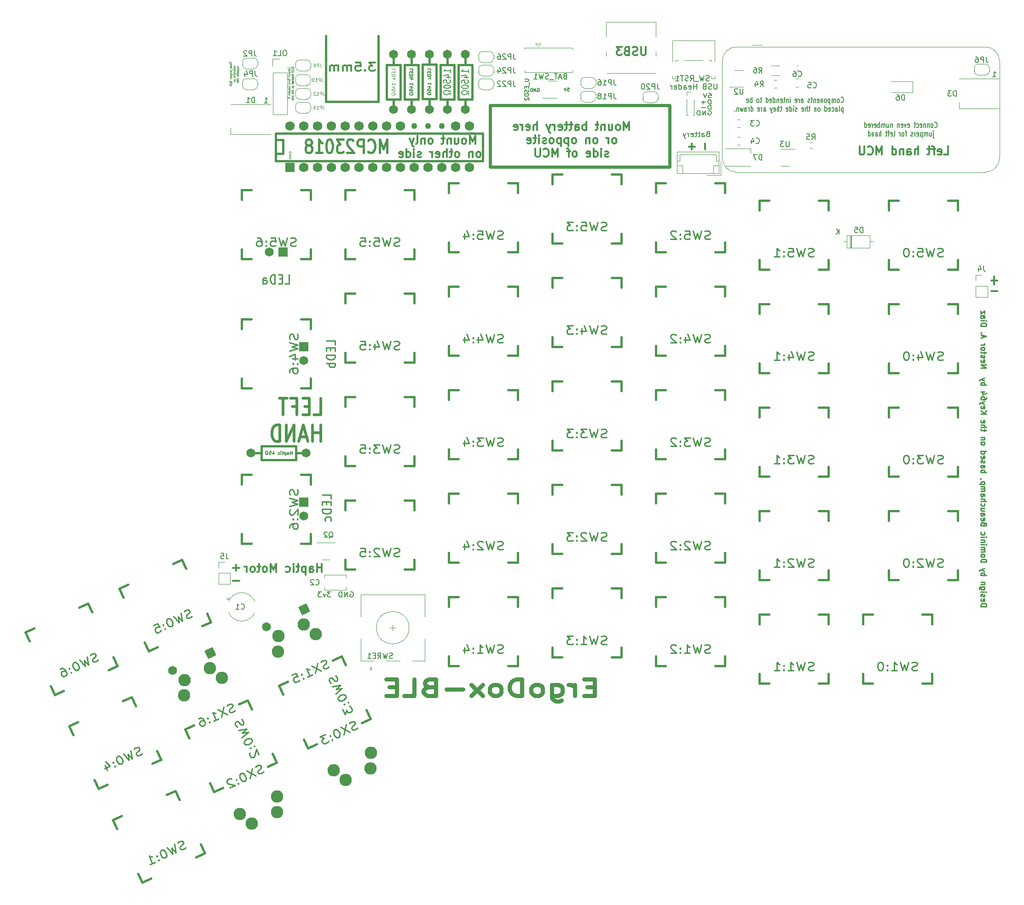
<source format=gbo>
%TF.GenerationSoftware,KiCad,Pcbnew,(6.0.7)*%
%TF.CreationDate,2023-01-12T11:55:26-06:00*%
%TF.ProjectId,ErgoDOX,4572676f-444f-4582-9e6b-696361645f70,rev?*%
%TF.SameCoordinates,Original*%
%TF.FileFunction,Legend,Bot*%
%TF.FilePolarity,Positive*%
%FSLAX46Y46*%
G04 Gerber Fmt 4.6, Leading zero omitted, Abs format (unit mm)*
G04 Created by KiCad (PCBNEW (6.0.7)) date 2023-01-12 11:55:26*
%MOMM*%
%LPD*%
G01*
G04 APERTURE LIST*
G04 Aperture macros list*
%AMRotRect*
0 Rectangle, with rotation*
0 The origin of the aperture is its center*
0 $1 length*
0 $2 width*
0 $3 Rotation angle, in degrees counterclockwise*
0 Add horizontal line*
21,1,$1,$2,0,0,$3*%
G04 Aperture macros list end*
%ADD10C,0.609600*%
%ADD11C,0.304800*%
%ADD12C,0.150000*%
%ADD13C,0.075000*%
%ADD14C,0.200000*%
%ADD15C,0.187500*%
%ADD16C,0.090000*%
%ADD17C,0.250000*%
%ADD18C,0.750000*%
%ADD19C,0.508000*%
%ADD20C,0.254000*%
%ADD21C,0.125000*%
%ADD22C,0.203200*%
%ADD23C,0.457200*%
%ADD24C,0.381000*%
%ADD25C,0.120000*%
%ADD26C,1.651000*%
%ADD27R,1.651000X1.651000*%
%ADD28C,2.286000*%
%ADD29RotRect,1.651000X1.651000X25.000000*%
%ADD30C,1.092200*%
%ADD31R,1.752600X1.752600*%
%ADD32C,1.752600*%
G04 APERTURE END LIST*
D10*
X111750000Y-54500000D02*
X144780000Y-54500000D01*
X144780000Y-54500000D02*
X144780000Y-43180000D01*
X144780000Y-43180000D02*
X111750000Y-43180000D01*
X111750000Y-43180000D02*
X111750000Y-54500000D01*
D11*
X65604571Y-128295037D02*
X64443428Y-128295037D01*
X65024000Y-128875608D02*
X65024000Y-127714465D01*
X65604571Y-130748677D02*
X64443428Y-130748677D01*
D12*
X125961828Y-39916561D02*
X126247543Y-39916561D01*
X126276114Y-40202275D01*
X126247543Y-40173704D01*
X126190400Y-40145133D01*
X126047543Y-40145133D01*
X125990400Y-40173704D01*
X125961828Y-40202275D01*
X125933257Y-40259418D01*
X125933257Y-40402275D01*
X125961828Y-40459418D01*
X125990400Y-40487990D01*
X126047543Y-40516561D01*
X126190400Y-40516561D01*
X126247543Y-40487990D01*
X126276114Y-40459418D01*
X125761828Y-39916561D02*
X125561828Y-40516561D01*
X125361828Y-39916561D01*
D11*
X195235285Y-52251428D02*
X195961000Y-52251428D01*
X195961000Y-50727428D01*
X194146714Y-52178857D02*
X194291857Y-52251428D01*
X194582142Y-52251428D01*
X194727285Y-52178857D01*
X194799857Y-52033714D01*
X194799857Y-51453142D01*
X194727285Y-51308000D01*
X194582142Y-51235428D01*
X194291857Y-51235428D01*
X194146714Y-51308000D01*
X194074142Y-51453142D01*
X194074142Y-51598285D01*
X194799857Y-51743428D01*
X193638714Y-51235428D02*
X193058142Y-51235428D01*
X193421000Y-52251428D02*
X193421000Y-50945142D01*
X193348428Y-50800000D01*
X193203285Y-50727428D01*
X193058142Y-50727428D01*
X192767857Y-51235428D02*
X192187285Y-51235428D01*
X192550142Y-50727428D02*
X192550142Y-52033714D01*
X192477571Y-52178857D01*
X192332428Y-52251428D01*
X192187285Y-52251428D01*
X190518142Y-52251428D02*
X190518142Y-50727428D01*
X189865000Y-52251428D02*
X189865000Y-51453142D01*
X189937571Y-51308000D01*
X190082714Y-51235428D01*
X190300428Y-51235428D01*
X190445571Y-51308000D01*
X190518142Y-51380571D01*
X188486142Y-52251428D02*
X188486142Y-51453142D01*
X188558714Y-51308000D01*
X188703857Y-51235428D01*
X188994142Y-51235428D01*
X189139285Y-51308000D01*
X188486142Y-52178857D02*
X188631285Y-52251428D01*
X188994142Y-52251428D01*
X189139285Y-52178857D01*
X189211857Y-52033714D01*
X189211857Y-51888571D01*
X189139285Y-51743428D01*
X188994142Y-51670857D01*
X188631285Y-51670857D01*
X188486142Y-51598285D01*
X187760428Y-51235428D02*
X187760428Y-52251428D01*
X187760428Y-51380571D02*
X187687857Y-51308000D01*
X187542714Y-51235428D01*
X187325000Y-51235428D01*
X187179857Y-51308000D01*
X187107285Y-51453142D01*
X187107285Y-52251428D01*
X185728428Y-52251428D02*
X185728428Y-50727428D01*
X185728428Y-52178857D02*
X185873571Y-52251428D01*
X186163857Y-52251428D01*
X186309000Y-52178857D01*
X186381571Y-52106285D01*
X186454142Y-51961142D01*
X186454142Y-51525714D01*
X186381571Y-51380571D01*
X186309000Y-51308000D01*
X186163857Y-51235428D01*
X185873571Y-51235428D01*
X185728428Y-51308000D01*
X183841571Y-52251428D02*
X183841571Y-50727428D01*
X183333571Y-51816000D01*
X182825571Y-50727428D01*
X182825571Y-52251428D01*
X181229000Y-52106285D02*
X181301571Y-52178857D01*
X181519285Y-52251428D01*
X181664428Y-52251428D01*
X181882142Y-52178857D01*
X182027285Y-52033714D01*
X182099857Y-51888571D01*
X182172428Y-51598285D01*
X182172428Y-51380571D01*
X182099857Y-51090285D01*
X182027285Y-50945142D01*
X181882142Y-50800000D01*
X181664428Y-50727428D01*
X181519285Y-50727428D01*
X181301571Y-50800000D01*
X181229000Y-50872571D01*
X180575857Y-50727428D02*
X180575857Y-51961142D01*
X180503285Y-52106285D01*
X180430714Y-52178857D01*
X180285571Y-52251428D01*
X179995285Y-52251428D01*
X179850142Y-52178857D01*
X179777571Y-52106285D01*
X179705000Y-51961142D01*
X179705000Y-50727428D01*
D13*
X63779952Y-35129285D02*
X63779952Y-35300714D01*
X64179952Y-35215000D02*
X63779952Y-35215000D01*
X64179952Y-35400714D02*
X63779952Y-35400714D01*
X64179952Y-35529285D02*
X63970428Y-35529285D01*
X63932333Y-35515000D01*
X63913285Y-35486428D01*
X63913285Y-35443571D01*
X63932333Y-35415000D01*
X63951380Y-35400714D01*
X64160904Y-35786428D02*
X64179952Y-35757857D01*
X64179952Y-35700714D01*
X64160904Y-35672142D01*
X64122809Y-35657857D01*
X63970428Y-35657857D01*
X63932333Y-35672142D01*
X63913285Y-35700714D01*
X63913285Y-35757857D01*
X63932333Y-35786428D01*
X63970428Y-35800714D01*
X64008523Y-35800714D01*
X64046619Y-35657857D01*
X64160904Y-35915000D02*
X64179952Y-35943571D01*
X64179952Y-36000714D01*
X64160904Y-36029285D01*
X64122809Y-36043571D01*
X64103761Y-36043571D01*
X64065666Y-36029285D01*
X64046619Y-36000714D01*
X64046619Y-35957857D01*
X64027571Y-35929285D01*
X63989476Y-35915000D01*
X63970428Y-35915000D01*
X63932333Y-35929285D01*
X63913285Y-35957857D01*
X63913285Y-36000714D01*
X63932333Y-36029285D01*
X64160904Y-36286428D02*
X64179952Y-36257857D01*
X64179952Y-36200714D01*
X64160904Y-36172142D01*
X64122809Y-36157857D01*
X63970428Y-36157857D01*
X63932333Y-36172142D01*
X63913285Y-36200714D01*
X63913285Y-36257857D01*
X63932333Y-36286428D01*
X63970428Y-36300714D01*
X64008523Y-36300714D01*
X64046619Y-36157857D01*
X63913285Y-36657857D02*
X64256142Y-36657857D01*
X64294238Y-36643571D01*
X64313285Y-36615000D01*
X64313285Y-36600714D01*
X63779952Y-36657857D02*
X63799000Y-36643571D01*
X63818047Y-36657857D01*
X63799000Y-36672142D01*
X63779952Y-36657857D01*
X63818047Y-36657857D01*
X63913285Y-36929285D02*
X64179952Y-36929285D01*
X63913285Y-36800714D02*
X64122809Y-36800714D01*
X64160904Y-36815000D01*
X64179952Y-36843571D01*
X64179952Y-36886428D01*
X64160904Y-36915000D01*
X64141857Y-36929285D01*
X64179952Y-37072142D02*
X63913285Y-37072142D01*
X63951380Y-37072142D02*
X63932333Y-37086428D01*
X63913285Y-37115000D01*
X63913285Y-37157857D01*
X63932333Y-37186428D01*
X63970428Y-37200714D01*
X64179952Y-37200714D01*
X63970428Y-37200714D02*
X63932333Y-37215000D01*
X63913285Y-37243571D01*
X63913285Y-37286428D01*
X63932333Y-37315000D01*
X63970428Y-37329285D01*
X64179952Y-37329285D01*
X63913285Y-37472142D02*
X64313285Y-37472142D01*
X63932333Y-37472142D02*
X63913285Y-37500714D01*
X63913285Y-37557857D01*
X63932333Y-37586428D01*
X63951380Y-37600714D01*
X63989476Y-37615000D01*
X64103761Y-37615000D01*
X64141857Y-37600714D01*
X64160904Y-37586428D01*
X64179952Y-37557857D01*
X64179952Y-37500714D01*
X64160904Y-37472142D01*
X64160904Y-37857857D02*
X64179952Y-37829285D01*
X64179952Y-37772142D01*
X64160904Y-37743571D01*
X64122809Y-37729285D01*
X63970428Y-37729285D01*
X63932333Y-37743571D01*
X63913285Y-37772142D01*
X63913285Y-37829285D01*
X63932333Y-37857857D01*
X63970428Y-37872142D01*
X64008523Y-37872142D01*
X64046619Y-37729285D01*
X64179952Y-38000714D02*
X63913285Y-38000714D01*
X63989476Y-38000714D02*
X63951380Y-38015000D01*
X63932333Y-38029285D01*
X63913285Y-38057857D01*
X63913285Y-38086428D01*
X64160904Y-38172142D02*
X64179952Y-38200714D01*
X64179952Y-38257857D01*
X64160904Y-38286428D01*
X64122809Y-38300714D01*
X64103761Y-38300714D01*
X64065666Y-38286428D01*
X64046619Y-38257857D01*
X64046619Y-38215000D01*
X64027571Y-38186428D01*
X63989476Y-38172142D01*
X63970428Y-38172142D01*
X63932333Y-38186428D01*
X63913285Y-38215000D01*
X63913285Y-38257857D01*
X63932333Y-38286428D01*
X64179952Y-38700714D02*
X64160904Y-38672142D01*
X64122809Y-38657857D01*
X63779952Y-38657857D01*
X64179952Y-38815000D02*
X63913285Y-38815000D01*
X63779952Y-38815000D02*
X63799000Y-38800714D01*
X63818047Y-38815000D01*
X63799000Y-38829285D01*
X63779952Y-38815000D01*
X63818047Y-38815000D01*
X63913285Y-39086428D02*
X64237095Y-39086428D01*
X64275190Y-39072142D01*
X64294238Y-39057857D01*
X64313285Y-39029285D01*
X64313285Y-38986428D01*
X64294238Y-38957857D01*
X64160904Y-39086428D02*
X64179952Y-39057857D01*
X64179952Y-39000714D01*
X64160904Y-38972142D01*
X64141857Y-38957857D01*
X64103761Y-38943571D01*
X63989476Y-38943571D01*
X63951380Y-38957857D01*
X63932333Y-38972142D01*
X63913285Y-39000714D01*
X63913285Y-39057857D01*
X63932333Y-39086428D01*
X64179952Y-39229285D02*
X63779952Y-39229285D01*
X64179952Y-39357857D02*
X63970428Y-39357857D01*
X63932333Y-39343571D01*
X63913285Y-39315000D01*
X63913285Y-39272142D01*
X63932333Y-39243571D01*
X63951380Y-39229285D01*
X63913285Y-39457857D02*
X63913285Y-39572142D01*
X63779952Y-39500714D02*
X64122809Y-39500714D01*
X64160904Y-39515000D01*
X64179952Y-39543571D01*
X64179952Y-39572142D01*
X64557285Y-36029285D02*
X64823952Y-36029285D01*
X64557285Y-35900714D02*
X64766809Y-35900714D01*
X64804904Y-35915000D01*
X64823952Y-35943571D01*
X64823952Y-35986428D01*
X64804904Y-36015000D01*
X64785857Y-36029285D01*
X64557285Y-36172142D02*
X64823952Y-36172142D01*
X64595380Y-36172142D02*
X64576333Y-36186428D01*
X64557285Y-36215000D01*
X64557285Y-36257857D01*
X64576333Y-36286428D01*
X64614428Y-36300714D01*
X64823952Y-36300714D01*
X64823952Y-36572142D02*
X64423952Y-36572142D01*
X64804904Y-36572142D02*
X64823952Y-36543571D01*
X64823952Y-36486428D01*
X64804904Y-36457857D01*
X64785857Y-36443571D01*
X64747761Y-36429285D01*
X64633476Y-36429285D01*
X64595380Y-36443571D01*
X64576333Y-36457857D01*
X64557285Y-36486428D01*
X64557285Y-36543571D01*
X64576333Y-36572142D01*
X64804904Y-36829285D02*
X64823952Y-36800714D01*
X64823952Y-36743571D01*
X64804904Y-36715000D01*
X64766809Y-36700714D01*
X64614428Y-36700714D01*
X64576333Y-36715000D01*
X64557285Y-36743571D01*
X64557285Y-36800714D01*
X64576333Y-36829285D01*
X64614428Y-36843571D01*
X64652523Y-36843571D01*
X64690619Y-36700714D01*
X64823952Y-36972142D02*
X64557285Y-36972142D01*
X64633476Y-36972142D02*
X64595380Y-36986428D01*
X64576333Y-37000714D01*
X64557285Y-37029285D01*
X64557285Y-37057857D01*
X64557285Y-37286428D02*
X64881095Y-37286428D01*
X64919190Y-37272142D01*
X64938238Y-37257857D01*
X64957285Y-37229285D01*
X64957285Y-37186428D01*
X64938238Y-37157857D01*
X64804904Y-37286428D02*
X64823952Y-37257857D01*
X64823952Y-37200714D01*
X64804904Y-37172142D01*
X64785857Y-37157857D01*
X64747761Y-37143571D01*
X64633476Y-37143571D01*
X64595380Y-37157857D01*
X64576333Y-37172142D01*
X64557285Y-37200714D01*
X64557285Y-37257857D01*
X64576333Y-37286428D01*
X64823952Y-37472142D02*
X64804904Y-37443571D01*
X64766809Y-37429285D01*
X64423952Y-37429285D01*
X64823952Y-37629285D02*
X64804904Y-37600714D01*
X64785857Y-37586428D01*
X64747761Y-37572142D01*
X64633476Y-37572142D01*
X64595380Y-37586428D01*
X64576333Y-37600714D01*
X64557285Y-37629285D01*
X64557285Y-37672142D01*
X64576333Y-37700714D01*
X64595380Y-37715000D01*
X64633476Y-37729285D01*
X64747761Y-37729285D01*
X64785857Y-37715000D01*
X64804904Y-37700714D01*
X64823952Y-37672142D01*
X64823952Y-37629285D01*
X64557285Y-37829285D02*
X64823952Y-37886428D01*
X64633476Y-37943571D01*
X64823952Y-38000714D01*
X64557285Y-38057857D01*
X64823952Y-38443571D02*
X64804904Y-38415000D01*
X64785857Y-38400714D01*
X64747761Y-38386428D01*
X64633476Y-38386428D01*
X64595380Y-38400714D01*
X64576333Y-38415000D01*
X64557285Y-38443571D01*
X64557285Y-38486428D01*
X64576333Y-38515000D01*
X64595380Y-38529285D01*
X64633476Y-38543571D01*
X64747761Y-38543571D01*
X64785857Y-38529285D01*
X64804904Y-38515000D01*
X64823952Y-38486428D01*
X64823952Y-38443571D01*
X64557285Y-38672142D02*
X64823952Y-38672142D01*
X64595380Y-38672142D02*
X64576333Y-38686428D01*
X64557285Y-38715000D01*
X64557285Y-38757857D01*
X64576333Y-38786428D01*
X64614428Y-38800714D01*
X64823952Y-38800714D01*
X65467952Y-36057857D02*
X65448904Y-36029285D01*
X65429857Y-36015000D01*
X65391761Y-36000714D01*
X65277476Y-36000714D01*
X65239380Y-36015000D01*
X65220333Y-36029285D01*
X65201285Y-36057857D01*
X65201285Y-36100714D01*
X65220333Y-36129285D01*
X65239380Y-36143571D01*
X65277476Y-36157857D01*
X65391761Y-36157857D01*
X65429857Y-36143571D01*
X65448904Y-36129285D01*
X65467952Y-36100714D01*
X65467952Y-36057857D01*
X65201285Y-36286428D02*
X65601285Y-36286428D01*
X65220333Y-36286428D02*
X65201285Y-36315000D01*
X65201285Y-36372142D01*
X65220333Y-36400714D01*
X65239380Y-36415000D01*
X65277476Y-36429285D01*
X65391761Y-36429285D01*
X65429857Y-36415000D01*
X65448904Y-36400714D01*
X65467952Y-36372142D01*
X65467952Y-36315000D01*
X65448904Y-36286428D01*
X65201285Y-36557857D02*
X65601285Y-36557857D01*
X65220333Y-36557857D02*
X65201285Y-36586428D01*
X65201285Y-36643571D01*
X65220333Y-36672142D01*
X65239380Y-36686428D01*
X65277476Y-36700714D01*
X65391761Y-36700714D01*
X65429857Y-36686428D01*
X65448904Y-36672142D01*
X65467952Y-36643571D01*
X65467952Y-36586428D01*
X65448904Y-36557857D01*
X65467952Y-36872142D02*
X65448904Y-36843571D01*
X65429857Y-36829285D01*
X65391761Y-36815000D01*
X65277476Y-36815000D01*
X65239380Y-36829285D01*
X65220333Y-36843571D01*
X65201285Y-36872142D01*
X65201285Y-36915000D01*
X65220333Y-36943571D01*
X65239380Y-36957857D01*
X65277476Y-36972142D01*
X65391761Y-36972142D01*
X65429857Y-36957857D01*
X65448904Y-36943571D01*
X65467952Y-36915000D01*
X65467952Y-36872142D01*
X65448904Y-37086428D02*
X65467952Y-37115000D01*
X65467952Y-37172142D01*
X65448904Y-37200714D01*
X65410809Y-37215000D01*
X65391761Y-37215000D01*
X65353666Y-37200714D01*
X65334619Y-37172142D01*
X65334619Y-37129285D01*
X65315571Y-37100714D01*
X65277476Y-37086428D01*
X65258428Y-37086428D01*
X65220333Y-37100714D01*
X65201285Y-37129285D01*
X65201285Y-37172142D01*
X65220333Y-37200714D01*
X65467952Y-37343571D02*
X65201285Y-37343571D01*
X65067952Y-37343571D02*
X65087000Y-37329285D01*
X65106047Y-37343571D01*
X65087000Y-37357857D01*
X65067952Y-37343571D01*
X65106047Y-37343571D01*
X65201285Y-37443571D02*
X65201285Y-37557857D01*
X65067952Y-37486428D02*
X65410809Y-37486428D01*
X65448904Y-37500714D01*
X65467952Y-37529285D01*
X65467952Y-37557857D01*
X65448904Y-37772142D02*
X65467952Y-37743571D01*
X65467952Y-37686428D01*
X65448904Y-37657857D01*
X65410809Y-37643571D01*
X65258428Y-37643571D01*
X65220333Y-37657857D01*
X65201285Y-37686428D01*
X65201285Y-37743571D01*
X65220333Y-37772142D01*
X65258428Y-37786428D01*
X65296523Y-37786428D01*
X65334619Y-37643571D01*
X65448904Y-38129285D02*
X65467952Y-38157857D01*
X65467952Y-38215000D01*
X65448904Y-38243571D01*
X65410809Y-38257857D01*
X65391761Y-38257857D01*
X65353666Y-38243571D01*
X65334619Y-38215000D01*
X65334619Y-38172142D01*
X65315571Y-38143571D01*
X65277476Y-38129285D01*
X65258428Y-38129285D01*
X65220333Y-38143571D01*
X65201285Y-38172142D01*
X65201285Y-38215000D01*
X65220333Y-38243571D01*
X65467952Y-38386428D02*
X65201285Y-38386428D01*
X65067952Y-38386428D02*
X65087000Y-38372142D01*
X65106047Y-38386428D01*
X65087000Y-38400714D01*
X65067952Y-38386428D01*
X65106047Y-38386428D01*
X65467952Y-38657857D02*
X65067952Y-38657857D01*
X65448904Y-38657857D02*
X65467952Y-38629285D01*
X65467952Y-38572142D01*
X65448904Y-38543571D01*
X65429857Y-38529285D01*
X65391761Y-38515000D01*
X65277476Y-38515000D01*
X65239380Y-38529285D01*
X65220333Y-38543571D01*
X65201285Y-38572142D01*
X65201285Y-38629285D01*
X65220333Y-38657857D01*
X65448904Y-38915000D02*
X65467952Y-38886428D01*
X65467952Y-38829285D01*
X65448904Y-38800714D01*
X65410809Y-38786428D01*
X65258428Y-38786428D01*
X65220333Y-38800714D01*
X65201285Y-38829285D01*
X65201285Y-38886428D01*
X65220333Y-38915000D01*
X65258428Y-38929285D01*
X65296523Y-38929285D01*
X65334619Y-38786428D01*
D11*
X205080571Y-77395142D02*
X203919428Y-77395142D01*
D14*
X151821428Y-48428571D02*
X151678571Y-48476190D01*
X151630952Y-48523809D01*
X151583333Y-48619047D01*
X151583333Y-48761904D01*
X151630952Y-48857142D01*
X151678571Y-48904761D01*
X151773809Y-48952380D01*
X152154761Y-48952380D01*
X152154761Y-47952380D01*
X151821428Y-47952380D01*
X151726190Y-48000000D01*
X151678571Y-48047619D01*
X151630952Y-48142857D01*
X151630952Y-48238095D01*
X151678571Y-48333333D01*
X151726190Y-48380952D01*
X151821428Y-48428571D01*
X152154761Y-48428571D01*
X150726190Y-48952380D02*
X150726190Y-48428571D01*
X150773809Y-48333333D01*
X150869047Y-48285714D01*
X151059523Y-48285714D01*
X151154761Y-48333333D01*
X150726190Y-48904761D02*
X150821428Y-48952380D01*
X151059523Y-48952380D01*
X151154761Y-48904761D01*
X151202380Y-48809523D01*
X151202380Y-48714285D01*
X151154761Y-48619047D01*
X151059523Y-48571428D01*
X150821428Y-48571428D01*
X150726190Y-48523809D01*
X150392857Y-48285714D02*
X150011904Y-48285714D01*
X150250000Y-47952380D02*
X150250000Y-48809523D01*
X150202380Y-48904761D01*
X150107142Y-48952380D01*
X150011904Y-48952380D01*
X149821428Y-48285714D02*
X149440476Y-48285714D01*
X149678571Y-47952380D02*
X149678571Y-48809523D01*
X149630952Y-48904761D01*
X149535714Y-48952380D01*
X149440476Y-48952380D01*
X148726190Y-48904761D02*
X148821428Y-48952380D01*
X149011904Y-48952380D01*
X149107142Y-48904761D01*
X149154761Y-48809523D01*
X149154761Y-48428571D01*
X149107142Y-48333333D01*
X149011904Y-48285714D01*
X148821428Y-48285714D01*
X148726190Y-48333333D01*
X148678571Y-48428571D01*
X148678571Y-48523809D01*
X149154761Y-48619047D01*
X148250000Y-48952380D02*
X148250000Y-48285714D01*
X148250000Y-48476190D02*
X148202380Y-48380952D01*
X148154761Y-48333333D01*
X148059523Y-48285714D01*
X147964285Y-48285714D01*
X147726190Y-48285714D02*
X147488095Y-48952380D01*
X147250000Y-48285714D02*
X147488095Y-48952380D01*
X147583333Y-49190476D01*
X147630952Y-49238095D01*
X147726190Y-49285714D01*
D15*
X152376000Y-43900285D02*
X152376000Y-43150285D01*
X152137905Y-43150285D01*
X151995048Y-43186000D01*
X151899809Y-43257428D01*
X151852190Y-43328857D01*
X151804571Y-43471714D01*
X151804571Y-43578857D01*
X151852190Y-43721714D01*
X151899809Y-43793142D01*
X151995048Y-43864571D01*
X152137905Y-43900285D01*
X152376000Y-43900285D01*
X151376000Y-43614571D02*
X150614095Y-43614571D01*
X152376000Y-42884285D02*
X152376000Y-42134285D01*
X152137905Y-42134285D01*
X151995048Y-42170000D01*
X151899809Y-42241428D01*
X151852190Y-42312857D01*
X151804571Y-42455714D01*
X151804571Y-42562857D01*
X151852190Y-42705714D01*
X151899809Y-42777142D01*
X151995048Y-42848571D01*
X152137905Y-42884285D01*
X152376000Y-42884285D01*
X151376000Y-42598571D02*
X150614095Y-42598571D01*
X150995048Y-42884285D02*
X150995048Y-42312857D01*
X151939524Y-40991285D02*
X152415714Y-40991285D01*
X152463333Y-41348428D01*
X152415714Y-41312714D01*
X152320476Y-41277000D01*
X152082381Y-41277000D01*
X151987143Y-41312714D01*
X151939524Y-41348428D01*
X151891905Y-41419857D01*
X151891905Y-41598428D01*
X151939524Y-41669857D01*
X151987143Y-41705571D01*
X152082381Y-41741285D01*
X152320476Y-41741285D01*
X152415714Y-41705571D01*
X152463333Y-41669857D01*
X151606190Y-40991285D02*
X151272857Y-41741285D01*
X150939524Y-40991285D01*
X193510553Y-47149475D02*
X193546268Y-47197094D01*
X193653410Y-47244713D01*
X193724839Y-47244713D01*
X193831982Y-47197094D01*
X193903410Y-47101856D01*
X193939125Y-47006618D01*
X193974839Y-46816142D01*
X193974839Y-46673285D01*
X193939125Y-46482809D01*
X193903410Y-46387571D01*
X193831982Y-46292333D01*
X193724839Y-46244713D01*
X193653410Y-46244713D01*
X193546268Y-46292333D01*
X193510553Y-46339952D01*
X193081982Y-47244713D02*
X193153410Y-47197094D01*
X193189125Y-47149475D01*
X193224839Y-47054237D01*
X193224839Y-46768523D01*
X193189125Y-46673285D01*
X193153410Y-46625666D01*
X193081982Y-46578047D01*
X192974839Y-46578047D01*
X192903410Y-46625666D01*
X192867696Y-46673285D01*
X192831982Y-46768523D01*
X192831982Y-47054237D01*
X192867696Y-47149475D01*
X192903410Y-47197094D01*
X192974839Y-47244713D01*
X193081982Y-47244713D01*
X192510553Y-46578047D02*
X192510553Y-47244713D01*
X192510553Y-46673285D02*
X192474839Y-46625666D01*
X192403410Y-46578047D01*
X192296268Y-46578047D01*
X192224839Y-46625666D01*
X192189125Y-46720904D01*
X192189125Y-47244713D01*
X191831982Y-46578047D02*
X191831982Y-47244713D01*
X191831982Y-46673285D02*
X191796268Y-46625666D01*
X191724839Y-46578047D01*
X191617696Y-46578047D01*
X191546268Y-46625666D01*
X191510553Y-46720904D01*
X191510553Y-47244713D01*
X190867696Y-47197094D02*
X190939125Y-47244713D01*
X191081982Y-47244713D01*
X191153410Y-47197094D01*
X191189125Y-47101856D01*
X191189125Y-46720904D01*
X191153410Y-46625666D01*
X191081982Y-46578047D01*
X190939125Y-46578047D01*
X190867696Y-46625666D01*
X190831982Y-46720904D01*
X190831982Y-46816142D01*
X191189125Y-46911380D01*
X190189125Y-47197094D02*
X190260553Y-47244713D01*
X190403410Y-47244713D01*
X190474839Y-47197094D01*
X190510553Y-47149475D01*
X190546268Y-47054237D01*
X190546268Y-46768523D01*
X190510553Y-46673285D01*
X190474839Y-46625666D01*
X190403410Y-46578047D01*
X190260553Y-46578047D01*
X190189125Y-46625666D01*
X189974839Y-46578047D02*
X189689125Y-46578047D01*
X189867696Y-46244713D02*
X189867696Y-47101856D01*
X189831982Y-47197094D01*
X189760553Y-47244713D01*
X189689125Y-47244713D01*
X188581982Y-47197094D02*
X188653410Y-47244713D01*
X188796268Y-47244713D01*
X188867696Y-47197094D01*
X188903410Y-47101856D01*
X188903410Y-46720904D01*
X188867696Y-46625666D01*
X188796268Y-46578047D01*
X188653410Y-46578047D01*
X188581982Y-46625666D01*
X188546268Y-46720904D01*
X188546268Y-46816142D01*
X188903410Y-46911380D01*
X188296268Y-46578047D02*
X188117696Y-47244713D01*
X187939125Y-46578047D01*
X187367696Y-47197094D02*
X187439125Y-47244713D01*
X187581982Y-47244713D01*
X187653410Y-47197094D01*
X187689125Y-47101856D01*
X187689125Y-46720904D01*
X187653410Y-46625666D01*
X187581982Y-46578047D01*
X187439125Y-46578047D01*
X187367696Y-46625666D01*
X187331982Y-46720904D01*
X187331982Y-46816142D01*
X187689125Y-46911380D01*
X187010553Y-46578047D02*
X187010553Y-47244713D01*
X187010553Y-46673285D02*
X186974839Y-46625666D01*
X186903410Y-46578047D01*
X186796268Y-46578047D01*
X186724839Y-46625666D01*
X186689125Y-46720904D01*
X186689125Y-47244713D01*
X185760553Y-46578047D02*
X185760553Y-47244713D01*
X185760553Y-46673285D02*
X185724839Y-46625666D01*
X185653410Y-46578047D01*
X185546268Y-46578047D01*
X185474839Y-46625666D01*
X185439125Y-46720904D01*
X185439125Y-47244713D01*
X184760553Y-46578047D02*
X184760553Y-47244713D01*
X185081982Y-46578047D02*
X185081982Y-47101856D01*
X185046268Y-47197094D01*
X184974839Y-47244713D01*
X184867696Y-47244713D01*
X184796268Y-47197094D01*
X184760553Y-47149475D01*
X184403410Y-47244713D02*
X184403410Y-46578047D01*
X184403410Y-46673285D02*
X184367696Y-46625666D01*
X184296268Y-46578047D01*
X184189125Y-46578047D01*
X184117696Y-46625666D01*
X184081982Y-46720904D01*
X184081982Y-47244713D01*
X184081982Y-46720904D02*
X184046268Y-46625666D01*
X183974839Y-46578047D01*
X183867696Y-46578047D01*
X183796268Y-46625666D01*
X183760553Y-46720904D01*
X183760553Y-47244713D01*
X183403410Y-47244713D02*
X183403410Y-46244713D01*
X183403410Y-46625666D02*
X183331982Y-46578047D01*
X183189125Y-46578047D01*
X183117696Y-46625666D01*
X183081982Y-46673285D01*
X183046268Y-46768523D01*
X183046268Y-47054237D01*
X183081982Y-47149475D01*
X183117696Y-47197094D01*
X183189125Y-47244713D01*
X183331982Y-47244713D01*
X183403410Y-47197094D01*
X182439125Y-47197094D02*
X182510553Y-47244713D01*
X182653410Y-47244713D01*
X182724839Y-47197094D01*
X182760553Y-47101856D01*
X182760553Y-46720904D01*
X182724839Y-46625666D01*
X182653410Y-46578047D01*
X182510553Y-46578047D01*
X182439125Y-46625666D01*
X182403410Y-46720904D01*
X182403410Y-46816142D01*
X182760553Y-46911380D01*
X182081982Y-47244713D02*
X182081982Y-46578047D01*
X182081982Y-46768523D02*
X182046268Y-46673285D01*
X182010553Y-46625666D01*
X181939125Y-46578047D01*
X181867696Y-46578047D01*
X181331982Y-47197094D02*
X181403410Y-47244713D01*
X181546268Y-47244713D01*
X181617696Y-47197094D01*
X181653410Y-47101856D01*
X181653410Y-46720904D01*
X181617696Y-46625666D01*
X181546268Y-46578047D01*
X181403410Y-46578047D01*
X181331982Y-46625666D01*
X181296268Y-46720904D01*
X181296268Y-46816142D01*
X181653410Y-46911380D01*
X180653410Y-47244713D02*
X180653410Y-46244713D01*
X180653410Y-47197094D02*
X180724839Y-47244713D01*
X180867696Y-47244713D01*
X180939125Y-47197094D01*
X180974839Y-47149475D01*
X181010553Y-47054237D01*
X181010553Y-46768523D01*
X180974839Y-46673285D01*
X180939125Y-46625666D01*
X180867696Y-46578047D01*
X180724839Y-46578047D01*
X180653410Y-46625666D01*
X193278410Y-48188047D02*
X193278410Y-49045190D01*
X193314125Y-49140428D01*
X193385553Y-49188047D01*
X193421268Y-49188047D01*
X193278410Y-47854713D02*
X193314125Y-47902333D01*
X193278410Y-47949952D01*
X193242696Y-47902333D01*
X193278410Y-47854713D01*
X193278410Y-47949952D01*
X192599839Y-48188047D02*
X192599839Y-48854713D01*
X192921268Y-48188047D02*
X192921268Y-48711856D01*
X192885553Y-48807094D01*
X192814125Y-48854713D01*
X192706982Y-48854713D01*
X192635553Y-48807094D01*
X192599839Y-48759475D01*
X192242696Y-48854713D02*
X192242696Y-48188047D01*
X192242696Y-48283285D02*
X192206982Y-48235666D01*
X192135553Y-48188047D01*
X192028410Y-48188047D01*
X191956982Y-48235666D01*
X191921268Y-48330904D01*
X191921268Y-48854713D01*
X191921268Y-48330904D02*
X191885553Y-48235666D01*
X191814125Y-48188047D01*
X191706982Y-48188047D01*
X191635553Y-48235666D01*
X191599839Y-48330904D01*
X191599839Y-48854713D01*
X191242696Y-48188047D02*
X191242696Y-49188047D01*
X191242696Y-48235666D02*
X191171268Y-48188047D01*
X191028410Y-48188047D01*
X190956982Y-48235666D01*
X190921268Y-48283285D01*
X190885553Y-48378523D01*
X190885553Y-48664237D01*
X190921268Y-48759475D01*
X190956982Y-48807094D01*
X191028410Y-48854713D01*
X191171268Y-48854713D01*
X191242696Y-48807094D01*
X190278410Y-48807094D02*
X190349839Y-48854713D01*
X190492696Y-48854713D01*
X190564125Y-48807094D01*
X190599839Y-48711856D01*
X190599839Y-48330904D01*
X190564125Y-48235666D01*
X190492696Y-48188047D01*
X190349839Y-48188047D01*
X190278410Y-48235666D01*
X190242696Y-48330904D01*
X190242696Y-48426142D01*
X190599839Y-48521380D01*
X189921268Y-48854713D02*
X189921268Y-48188047D01*
X189921268Y-48378523D02*
X189885553Y-48283285D01*
X189849839Y-48235666D01*
X189778410Y-48188047D01*
X189706982Y-48188047D01*
X189492696Y-48807094D02*
X189421268Y-48854713D01*
X189278410Y-48854713D01*
X189206982Y-48807094D01*
X189171268Y-48711856D01*
X189171268Y-48664237D01*
X189206982Y-48568999D01*
X189278410Y-48521380D01*
X189385553Y-48521380D01*
X189456982Y-48473761D01*
X189492696Y-48378523D01*
X189492696Y-48330904D01*
X189456982Y-48235666D01*
X189385553Y-48188047D01*
X189278410Y-48188047D01*
X189206982Y-48235666D01*
X188385553Y-48188047D02*
X188099839Y-48188047D01*
X188278410Y-48854713D02*
X188278410Y-47997571D01*
X188242696Y-47902333D01*
X188171268Y-47854713D01*
X188099839Y-47854713D01*
X187742696Y-48854713D02*
X187814125Y-48807094D01*
X187849839Y-48759475D01*
X187885553Y-48664237D01*
X187885553Y-48378523D01*
X187849839Y-48283285D01*
X187814125Y-48235666D01*
X187742696Y-48188047D01*
X187635553Y-48188047D01*
X187564125Y-48235666D01*
X187528410Y-48283285D01*
X187492696Y-48378523D01*
X187492696Y-48664237D01*
X187528410Y-48759475D01*
X187564125Y-48807094D01*
X187635553Y-48854713D01*
X187742696Y-48854713D01*
X187171268Y-48854713D02*
X187171268Y-48188047D01*
X187171268Y-48378523D02*
X187135553Y-48283285D01*
X187099839Y-48235666D01*
X187028410Y-48188047D01*
X186956982Y-48188047D01*
X186028410Y-48854713D02*
X186099839Y-48807094D01*
X186135553Y-48711856D01*
X186135553Y-47854713D01*
X185456982Y-48807094D02*
X185528410Y-48854713D01*
X185671268Y-48854713D01*
X185742696Y-48807094D01*
X185778410Y-48711856D01*
X185778410Y-48330904D01*
X185742696Y-48235666D01*
X185671268Y-48188047D01*
X185528410Y-48188047D01*
X185456982Y-48235666D01*
X185421268Y-48330904D01*
X185421268Y-48426142D01*
X185778410Y-48521380D01*
X185206982Y-48188047D02*
X184921268Y-48188047D01*
X185099839Y-48854713D02*
X185099839Y-47997571D01*
X185064125Y-47902333D01*
X184992696Y-47854713D01*
X184921268Y-47854713D01*
X184778410Y-48188047D02*
X184492696Y-48188047D01*
X184671268Y-47854713D02*
X184671268Y-48711856D01*
X184635553Y-48807094D01*
X184564125Y-48854713D01*
X184492696Y-48854713D01*
X183671268Y-48854713D02*
X183671268Y-47854713D01*
X183349839Y-48854713D02*
X183349839Y-48330904D01*
X183385553Y-48235666D01*
X183456982Y-48188047D01*
X183564125Y-48188047D01*
X183635553Y-48235666D01*
X183671268Y-48283285D01*
X182671268Y-48854713D02*
X182671268Y-48330904D01*
X182706982Y-48235666D01*
X182778410Y-48188047D01*
X182921268Y-48188047D01*
X182992696Y-48235666D01*
X182671268Y-48807094D02*
X182742696Y-48854713D01*
X182921268Y-48854713D01*
X182992696Y-48807094D01*
X183028410Y-48711856D01*
X183028410Y-48616618D01*
X182992696Y-48521380D01*
X182921268Y-48473761D01*
X182742696Y-48473761D01*
X182671268Y-48426142D01*
X182314125Y-48188047D02*
X182314125Y-48854713D01*
X182314125Y-48283285D02*
X182278410Y-48235666D01*
X182206982Y-48188047D01*
X182099839Y-48188047D01*
X182028410Y-48235666D01*
X181992696Y-48330904D01*
X181992696Y-48854713D01*
X181314125Y-48854713D02*
X181314125Y-47854713D01*
X181314125Y-48807094D02*
X181385553Y-48854713D01*
X181528410Y-48854713D01*
X181599839Y-48807094D01*
X181635553Y-48759475D01*
X181671268Y-48664237D01*
X181671268Y-48378523D01*
X181635553Y-48283285D01*
X181599839Y-48235666D01*
X181528410Y-48188047D01*
X181385553Y-48188047D01*
X181314125Y-48235666D01*
D12*
X120458275Y-40081448D02*
X120515418Y-40052876D01*
X120601133Y-40052876D01*
X120686847Y-40081448D01*
X120743990Y-40138590D01*
X120772561Y-40195733D01*
X120801133Y-40310019D01*
X120801133Y-40395733D01*
X120772561Y-40510019D01*
X120743990Y-40567162D01*
X120686847Y-40624305D01*
X120601133Y-40652876D01*
X120543990Y-40652876D01*
X120458275Y-40624305D01*
X120429704Y-40595733D01*
X120429704Y-40395733D01*
X120543990Y-40395733D01*
X120172561Y-40652876D02*
X120172561Y-40052876D01*
X119829704Y-40652876D01*
X119829704Y-40052876D01*
X119543990Y-40652876D02*
X119543990Y-40052876D01*
X119401133Y-40052876D01*
X119315418Y-40081448D01*
X119258275Y-40138590D01*
X119229704Y-40195733D01*
X119201133Y-40310019D01*
X119201133Y-40395733D01*
X119229704Y-40510019D01*
X119258275Y-40567162D01*
X119315418Y-40624305D01*
X119401133Y-40652876D01*
X119543990Y-40652876D01*
D16*
X75110000Y-52704952D02*
X75127142Y-52752571D01*
X75127142Y-52824000D01*
X75110000Y-52895428D01*
X75075714Y-52943047D01*
X75041428Y-52966857D01*
X74972857Y-52990666D01*
X74921428Y-52990666D01*
X74852857Y-52966857D01*
X74818571Y-52943047D01*
X74784285Y-52895428D01*
X74767142Y-52824000D01*
X74767142Y-52776380D01*
X74784285Y-52704952D01*
X74801428Y-52681142D01*
X74921428Y-52681142D01*
X74921428Y-52776380D01*
X74767142Y-52466857D02*
X75127142Y-52466857D01*
X74767142Y-52181142D01*
X75127142Y-52181142D01*
X74767142Y-51943047D02*
X75127142Y-51943047D01*
X75127142Y-51824000D01*
X75110000Y-51752571D01*
X75075714Y-51704952D01*
X75041428Y-51681142D01*
X74972857Y-51657333D01*
X74921428Y-51657333D01*
X74852857Y-51681142D01*
X74818571Y-51704952D01*
X74784285Y-51752571D01*
X74767142Y-51824000D01*
X74767142Y-51943047D01*
D11*
X148869037Y-50169428D02*
X148869037Y-51330571D01*
X149449608Y-50750000D02*
X148288465Y-50750000D01*
X151322677Y-50169428D02*
X151322677Y-51330571D01*
X137345428Y-47735788D02*
X137345428Y-46211788D01*
X136837428Y-47300360D01*
X136329428Y-46211788D01*
X136329428Y-47735788D01*
X135386000Y-47735788D02*
X135531142Y-47663217D01*
X135603714Y-47590645D01*
X135676285Y-47445502D01*
X135676285Y-47010074D01*
X135603714Y-46864931D01*
X135531142Y-46792360D01*
X135386000Y-46719788D01*
X135168285Y-46719788D01*
X135023142Y-46792360D01*
X134950571Y-46864931D01*
X134878000Y-47010074D01*
X134878000Y-47445502D01*
X134950571Y-47590645D01*
X135023142Y-47663217D01*
X135168285Y-47735788D01*
X135386000Y-47735788D01*
X133571714Y-46719788D02*
X133571714Y-47735788D01*
X134224857Y-46719788D02*
X134224857Y-47518074D01*
X134152285Y-47663217D01*
X134007142Y-47735788D01*
X133789428Y-47735788D01*
X133644285Y-47663217D01*
X133571714Y-47590645D01*
X132846000Y-46719788D02*
X132846000Y-47735788D01*
X132846000Y-46864931D02*
X132773428Y-46792360D01*
X132628285Y-46719788D01*
X132410571Y-46719788D01*
X132265428Y-46792360D01*
X132192857Y-46937502D01*
X132192857Y-47735788D01*
X131684857Y-46719788D02*
X131104285Y-46719788D01*
X131467142Y-46211788D02*
X131467142Y-47518074D01*
X131394571Y-47663217D01*
X131249428Y-47735788D01*
X131104285Y-47735788D01*
X129435142Y-47735788D02*
X129435142Y-46211788D01*
X129435142Y-46792360D02*
X129290000Y-46719788D01*
X128999714Y-46719788D01*
X128854571Y-46792360D01*
X128782000Y-46864931D01*
X128709428Y-47010074D01*
X128709428Y-47445502D01*
X128782000Y-47590645D01*
X128854571Y-47663217D01*
X128999714Y-47735788D01*
X129290000Y-47735788D01*
X129435142Y-47663217D01*
X127403142Y-47735788D02*
X127403142Y-46937502D01*
X127475714Y-46792360D01*
X127620857Y-46719788D01*
X127911142Y-46719788D01*
X128056285Y-46792360D01*
X127403142Y-47663217D02*
X127548285Y-47735788D01*
X127911142Y-47735788D01*
X128056285Y-47663217D01*
X128128857Y-47518074D01*
X128128857Y-47372931D01*
X128056285Y-47227788D01*
X127911142Y-47155217D01*
X127548285Y-47155217D01*
X127403142Y-47082645D01*
X126895142Y-46719788D02*
X126314571Y-46719788D01*
X126677428Y-46211788D02*
X126677428Y-47518074D01*
X126604857Y-47663217D01*
X126459714Y-47735788D01*
X126314571Y-47735788D01*
X126024285Y-46719788D02*
X125443714Y-46719788D01*
X125806571Y-46211788D02*
X125806571Y-47518074D01*
X125734000Y-47663217D01*
X125588857Y-47735788D01*
X125443714Y-47735788D01*
X124355142Y-47663217D02*
X124500285Y-47735788D01*
X124790571Y-47735788D01*
X124935714Y-47663217D01*
X125008285Y-47518074D01*
X125008285Y-46937502D01*
X124935714Y-46792360D01*
X124790571Y-46719788D01*
X124500285Y-46719788D01*
X124355142Y-46792360D01*
X124282571Y-46937502D01*
X124282571Y-47082645D01*
X125008285Y-47227788D01*
X123629428Y-47735788D02*
X123629428Y-46719788D01*
X123629428Y-47010074D02*
X123556857Y-46864931D01*
X123484285Y-46792360D01*
X123339142Y-46719788D01*
X123194000Y-46719788D01*
X122831142Y-46719788D02*
X122468285Y-47735788D01*
X122105428Y-46719788D02*
X122468285Y-47735788D01*
X122613428Y-48098645D01*
X122686000Y-48171217D01*
X122831142Y-48243788D01*
X120363714Y-47735788D02*
X120363714Y-46211788D01*
X119710571Y-47735788D02*
X119710571Y-46937502D01*
X119783142Y-46792360D01*
X119928285Y-46719788D01*
X120146000Y-46719788D01*
X120291142Y-46792360D01*
X120363714Y-46864931D01*
X118404285Y-47663217D02*
X118549428Y-47735788D01*
X118839714Y-47735788D01*
X118984857Y-47663217D01*
X119057428Y-47518074D01*
X119057428Y-46937502D01*
X118984857Y-46792360D01*
X118839714Y-46719788D01*
X118549428Y-46719788D01*
X118404285Y-46792360D01*
X118331714Y-46937502D01*
X118331714Y-47082645D01*
X119057428Y-47227788D01*
X117678571Y-47735788D02*
X117678571Y-46719788D01*
X117678571Y-47010074D02*
X117606000Y-46864931D01*
X117533428Y-46792360D01*
X117388285Y-46719788D01*
X117243142Y-46719788D01*
X116154571Y-47663217D02*
X116299714Y-47735788D01*
X116590000Y-47735788D01*
X116735142Y-47663217D01*
X116807714Y-47518074D01*
X116807714Y-46937502D01*
X116735142Y-46792360D01*
X116590000Y-46719788D01*
X116299714Y-46719788D01*
X116154571Y-46792360D01*
X116082000Y-46937502D01*
X116082000Y-47082645D01*
X116807714Y-47227788D01*
X134696571Y-50189428D02*
X134841714Y-50116857D01*
X134914285Y-50044285D01*
X134986857Y-49899142D01*
X134986857Y-49463714D01*
X134914285Y-49318571D01*
X134841714Y-49246000D01*
X134696571Y-49173428D01*
X134478857Y-49173428D01*
X134333714Y-49246000D01*
X134261142Y-49318571D01*
X134188571Y-49463714D01*
X134188571Y-49899142D01*
X134261142Y-50044285D01*
X134333714Y-50116857D01*
X134478857Y-50189428D01*
X134696571Y-50189428D01*
X133535428Y-50189428D02*
X133535428Y-49173428D01*
X133535428Y-49463714D02*
X133462857Y-49318571D01*
X133390285Y-49246000D01*
X133245142Y-49173428D01*
X133100000Y-49173428D01*
X131213142Y-50189428D02*
X131358285Y-50116857D01*
X131430857Y-50044285D01*
X131503428Y-49899142D01*
X131503428Y-49463714D01*
X131430857Y-49318571D01*
X131358285Y-49246000D01*
X131213142Y-49173428D01*
X130995428Y-49173428D01*
X130850285Y-49246000D01*
X130777714Y-49318571D01*
X130705142Y-49463714D01*
X130705142Y-49899142D01*
X130777714Y-50044285D01*
X130850285Y-50116857D01*
X130995428Y-50189428D01*
X131213142Y-50189428D01*
X130052000Y-49173428D02*
X130052000Y-50189428D01*
X130052000Y-49318571D02*
X129979428Y-49246000D01*
X129834285Y-49173428D01*
X129616571Y-49173428D01*
X129471428Y-49246000D01*
X129398857Y-49391142D01*
X129398857Y-50189428D01*
X127294285Y-50189428D02*
X127439428Y-50116857D01*
X127512000Y-50044285D01*
X127584571Y-49899142D01*
X127584571Y-49463714D01*
X127512000Y-49318571D01*
X127439428Y-49246000D01*
X127294285Y-49173428D01*
X127076571Y-49173428D01*
X126931428Y-49246000D01*
X126858857Y-49318571D01*
X126786285Y-49463714D01*
X126786285Y-49899142D01*
X126858857Y-50044285D01*
X126931428Y-50116857D01*
X127076571Y-50189428D01*
X127294285Y-50189428D01*
X126133142Y-49173428D02*
X126133142Y-50697428D01*
X126133142Y-49246000D02*
X125988000Y-49173428D01*
X125697714Y-49173428D01*
X125552571Y-49246000D01*
X125480000Y-49318571D01*
X125407428Y-49463714D01*
X125407428Y-49899142D01*
X125480000Y-50044285D01*
X125552571Y-50116857D01*
X125697714Y-50189428D01*
X125988000Y-50189428D01*
X126133142Y-50116857D01*
X124754285Y-49173428D02*
X124754285Y-50697428D01*
X124754285Y-49246000D02*
X124609142Y-49173428D01*
X124318857Y-49173428D01*
X124173714Y-49246000D01*
X124101142Y-49318571D01*
X124028571Y-49463714D01*
X124028571Y-49899142D01*
X124101142Y-50044285D01*
X124173714Y-50116857D01*
X124318857Y-50189428D01*
X124609142Y-50189428D01*
X124754285Y-50116857D01*
X123157714Y-50189428D02*
X123302857Y-50116857D01*
X123375428Y-50044285D01*
X123448000Y-49899142D01*
X123448000Y-49463714D01*
X123375428Y-49318571D01*
X123302857Y-49246000D01*
X123157714Y-49173428D01*
X122940000Y-49173428D01*
X122794857Y-49246000D01*
X122722285Y-49318571D01*
X122649714Y-49463714D01*
X122649714Y-49899142D01*
X122722285Y-50044285D01*
X122794857Y-50116857D01*
X122940000Y-50189428D01*
X123157714Y-50189428D01*
X122069142Y-50116857D02*
X121924000Y-50189428D01*
X121633714Y-50189428D01*
X121488571Y-50116857D01*
X121416000Y-49971714D01*
X121416000Y-49899142D01*
X121488571Y-49754000D01*
X121633714Y-49681428D01*
X121851428Y-49681428D01*
X121996571Y-49608857D01*
X122069142Y-49463714D01*
X122069142Y-49391142D01*
X121996571Y-49246000D01*
X121851428Y-49173428D01*
X121633714Y-49173428D01*
X121488571Y-49246000D01*
X120762857Y-50189428D02*
X120762857Y-49173428D01*
X120762857Y-48665428D02*
X120835428Y-48738000D01*
X120762857Y-48810571D01*
X120690285Y-48738000D01*
X120762857Y-48665428D01*
X120762857Y-48810571D01*
X120254857Y-49173428D02*
X119674285Y-49173428D01*
X120037142Y-48665428D02*
X120037142Y-49971714D01*
X119964571Y-50116857D01*
X119819428Y-50189428D01*
X119674285Y-50189428D01*
X118585714Y-50116857D02*
X118730857Y-50189428D01*
X119021142Y-50189428D01*
X119166285Y-50116857D01*
X119238857Y-49971714D01*
X119238857Y-49391142D01*
X119166285Y-49246000D01*
X119021142Y-49173428D01*
X118730857Y-49173428D01*
X118585714Y-49246000D01*
X118513142Y-49391142D01*
X118513142Y-49536285D01*
X119238857Y-49681428D01*
X133499142Y-52570497D02*
X133354000Y-52643068D01*
X133063714Y-52643068D01*
X132918571Y-52570497D01*
X132846000Y-52425354D01*
X132846000Y-52352782D01*
X132918571Y-52207640D01*
X133063714Y-52135068D01*
X133281428Y-52135068D01*
X133426571Y-52062497D01*
X133499142Y-51917354D01*
X133499142Y-51844782D01*
X133426571Y-51699640D01*
X133281428Y-51627068D01*
X133063714Y-51627068D01*
X132918571Y-51699640D01*
X132192857Y-52643068D02*
X132192857Y-51627068D01*
X132192857Y-51119068D02*
X132265428Y-51191640D01*
X132192857Y-51264211D01*
X132120285Y-51191640D01*
X132192857Y-51119068D01*
X132192857Y-51264211D01*
X130814000Y-52643068D02*
X130814000Y-51119068D01*
X130814000Y-52570497D02*
X130959142Y-52643068D01*
X131249428Y-52643068D01*
X131394571Y-52570497D01*
X131467142Y-52497925D01*
X131539714Y-52352782D01*
X131539714Y-51917354D01*
X131467142Y-51772211D01*
X131394571Y-51699640D01*
X131249428Y-51627068D01*
X130959142Y-51627068D01*
X130814000Y-51699640D01*
X129507714Y-52570497D02*
X129652857Y-52643068D01*
X129943142Y-52643068D01*
X130088285Y-52570497D01*
X130160857Y-52425354D01*
X130160857Y-51844782D01*
X130088285Y-51699640D01*
X129943142Y-51627068D01*
X129652857Y-51627068D01*
X129507714Y-51699640D01*
X129435142Y-51844782D01*
X129435142Y-51989925D01*
X130160857Y-52135068D01*
X127403142Y-52643068D02*
X127548285Y-52570497D01*
X127620857Y-52497925D01*
X127693428Y-52352782D01*
X127693428Y-51917354D01*
X127620857Y-51772211D01*
X127548285Y-51699640D01*
X127403142Y-51627068D01*
X127185428Y-51627068D01*
X127040285Y-51699640D01*
X126967714Y-51772211D01*
X126895142Y-51917354D01*
X126895142Y-52352782D01*
X126967714Y-52497925D01*
X127040285Y-52570497D01*
X127185428Y-52643068D01*
X127403142Y-52643068D01*
X126459714Y-51627068D02*
X125879142Y-51627068D01*
X126242000Y-52643068D02*
X126242000Y-51336782D01*
X126169428Y-51191640D01*
X126024285Y-51119068D01*
X125879142Y-51119068D01*
X124210000Y-52643068D02*
X124210000Y-51119068D01*
X123702000Y-52207640D01*
X123194000Y-51119068D01*
X123194000Y-52643068D01*
X121597428Y-52497925D02*
X121670000Y-52570497D01*
X121887714Y-52643068D01*
X122032857Y-52643068D01*
X122250571Y-52570497D01*
X122395714Y-52425354D01*
X122468285Y-52280211D01*
X122540857Y-51989925D01*
X122540857Y-51772211D01*
X122468285Y-51481925D01*
X122395714Y-51336782D01*
X122250571Y-51191640D01*
X122032857Y-51119068D01*
X121887714Y-51119068D01*
X121670000Y-51191640D01*
X121597428Y-51264211D01*
X120944285Y-51119068D02*
X120944285Y-52352782D01*
X120871714Y-52497925D01*
X120799142Y-52570497D01*
X120654000Y-52643068D01*
X120363714Y-52643068D01*
X120218571Y-52570497D01*
X120146000Y-52497925D01*
X120073428Y-52352782D01*
X120073428Y-51119068D01*
X109020428Y-50262608D02*
X109020428Y-48738608D01*
X108512428Y-49827180D01*
X108004428Y-48738608D01*
X108004428Y-50262608D01*
X107061000Y-50262608D02*
X107206142Y-50190037D01*
X107278714Y-50117465D01*
X107351285Y-49972322D01*
X107351285Y-49536894D01*
X107278714Y-49391751D01*
X107206142Y-49319180D01*
X107061000Y-49246608D01*
X106843285Y-49246608D01*
X106698142Y-49319180D01*
X106625571Y-49391751D01*
X106553000Y-49536894D01*
X106553000Y-49972322D01*
X106625571Y-50117465D01*
X106698142Y-50190037D01*
X106843285Y-50262608D01*
X107061000Y-50262608D01*
X105246714Y-49246608D02*
X105246714Y-50262608D01*
X105899857Y-49246608D02*
X105899857Y-50044894D01*
X105827285Y-50190037D01*
X105682142Y-50262608D01*
X105464428Y-50262608D01*
X105319285Y-50190037D01*
X105246714Y-50117465D01*
X104521000Y-49246608D02*
X104521000Y-50262608D01*
X104521000Y-49391751D02*
X104448428Y-49319180D01*
X104303285Y-49246608D01*
X104085571Y-49246608D01*
X103940428Y-49319180D01*
X103867857Y-49464322D01*
X103867857Y-50262608D01*
X103359857Y-49246608D02*
X102779285Y-49246608D01*
X103142142Y-48738608D02*
X103142142Y-50044894D01*
X103069571Y-50190037D01*
X102924428Y-50262608D01*
X102779285Y-50262608D01*
X100892428Y-50262608D02*
X101037571Y-50190037D01*
X101110142Y-50117465D01*
X101182714Y-49972322D01*
X101182714Y-49536894D01*
X101110142Y-49391751D01*
X101037571Y-49319180D01*
X100892428Y-49246608D01*
X100674714Y-49246608D01*
X100529571Y-49319180D01*
X100457000Y-49391751D01*
X100384428Y-49536894D01*
X100384428Y-49972322D01*
X100457000Y-50117465D01*
X100529571Y-50190037D01*
X100674714Y-50262608D01*
X100892428Y-50262608D01*
X99731285Y-49246608D02*
X99731285Y-50262608D01*
X99731285Y-49391751D02*
X99658714Y-49319180D01*
X99513571Y-49246608D01*
X99295857Y-49246608D01*
X99150714Y-49319180D01*
X99078142Y-49464322D01*
X99078142Y-50262608D01*
X98134714Y-50262608D02*
X98279857Y-50190037D01*
X98352428Y-50044894D01*
X98352428Y-48738608D01*
X97699285Y-49246608D02*
X97336428Y-50262608D01*
X96973571Y-49246608D02*
X97336428Y-50262608D01*
X97481571Y-50625465D01*
X97554142Y-50698037D01*
X97699285Y-50770608D01*
X109709857Y-52716248D02*
X109855000Y-52643677D01*
X109927571Y-52571105D01*
X110000142Y-52425962D01*
X110000142Y-51990534D01*
X109927571Y-51845391D01*
X109855000Y-51772820D01*
X109709857Y-51700248D01*
X109492142Y-51700248D01*
X109347000Y-51772820D01*
X109274428Y-51845391D01*
X109201857Y-51990534D01*
X109201857Y-52425962D01*
X109274428Y-52571105D01*
X109347000Y-52643677D01*
X109492142Y-52716248D01*
X109709857Y-52716248D01*
X108548714Y-51700248D02*
X108548714Y-52716248D01*
X108548714Y-51845391D02*
X108476142Y-51772820D01*
X108331000Y-51700248D01*
X108113285Y-51700248D01*
X107968142Y-51772820D01*
X107895571Y-51917962D01*
X107895571Y-52716248D01*
X105791000Y-52716248D02*
X105936142Y-52643677D01*
X106008714Y-52571105D01*
X106081285Y-52425962D01*
X106081285Y-51990534D01*
X106008714Y-51845391D01*
X105936142Y-51772820D01*
X105791000Y-51700248D01*
X105573285Y-51700248D01*
X105428142Y-51772820D01*
X105355571Y-51845391D01*
X105283000Y-51990534D01*
X105283000Y-52425962D01*
X105355571Y-52571105D01*
X105428142Y-52643677D01*
X105573285Y-52716248D01*
X105791000Y-52716248D01*
X104847571Y-51700248D02*
X104267000Y-51700248D01*
X104629857Y-51192248D02*
X104629857Y-52498534D01*
X104557285Y-52643677D01*
X104412142Y-52716248D01*
X104267000Y-52716248D01*
X103759000Y-52716248D02*
X103759000Y-51192248D01*
X103105857Y-52716248D02*
X103105857Y-51917962D01*
X103178428Y-51772820D01*
X103323571Y-51700248D01*
X103541285Y-51700248D01*
X103686428Y-51772820D01*
X103759000Y-51845391D01*
X101799571Y-52643677D02*
X101944714Y-52716248D01*
X102235000Y-52716248D01*
X102380142Y-52643677D01*
X102452714Y-52498534D01*
X102452714Y-51917962D01*
X102380142Y-51772820D01*
X102235000Y-51700248D01*
X101944714Y-51700248D01*
X101799571Y-51772820D01*
X101727000Y-51917962D01*
X101727000Y-52063105D01*
X102452714Y-52208248D01*
X101073857Y-52716248D02*
X101073857Y-51700248D01*
X101073857Y-51990534D02*
X101001285Y-51845391D01*
X100928714Y-51772820D01*
X100783571Y-51700248D01*
X100638428Y-51700248D01*
X99041857Y-52643677D02*
X98896714Y-52716248D01*
X98606428Y-52716248D01*
X98461285Y-52643677D01*
X98388714Y-52498534D01*
X98388714Y-52425962D01*
X98461285Y-52280820D01*
X98606428Y-52208248D01*
X98824142Y-52208248D01*
X98969285Y-52135677D01*
X99041857Y-51990534D01*
X99041857Y-51917962D01*
X98969285Y-51772820D01*
X98824142Y-51700248D01*
X98606428Y-51700248D01*
X98461285Y-51772820D01*
X97735571Y-52716248D02*
X97735571Y-51700248D01*
X97735571Y-51192248D02*
X97808142Y-51264820D01*
X97735571Y-51337391D01*
X97663000Y-51264820D01*
X97735571Y-51192248D01*
X97735571Y-51337391D01*
X96356714Y-52716248D02*
X96356714Y-51192248D01*
X96356714Y-52643677D02*
X96501857Y-52716248D01*
X96792142Y-52716248D01*
X96937285Y-52643677D01*
X97009857Y-52571105D01*
X97082428Y-52425962D01*
X97082428Y-51990534D01*
X97009857Y-51845391D01*
X96937285Y-51772820D01*
X96792142Y-51700248D01*
X96501857Y-51700248D01*
X96356714Y-51772820D01*
X95050428Y-52643677D02*
X95195571Y-52716248D01*
X95485857Y-52716248D01*
X95631000Y-52643677D01*
X95703571Y-52498534D01*
X95703571Y-51917962D01*
X95631000Y-51772820D01*
X95485857Y-51700248D01*
X95195571Y-51700248D01*
X95050428Y-51772820D01*
X94977857Y-51917962D01*
X94977857Y-52063105D01*
X95703571Y-52208248D01*
D12*
X65916666Y-135857142D02*
X65964285Y-135904761D01*
X66107142Y-135952380D01*
X66202380Y-135952380D01*
X66345238Y-135904761D01*
X66440476Y-135809523D01*
X66488095Y-135714285D01*
X66535714Y-135523809D01*
X66535714Y-135380952D01*
X66488095Y-135190476D01*
X66440476Y-135095238D01*
X66345238Y-135000000D01*
X66202380Y-134952380D01*
X66107142Y-134952380D01*
X65964285Y-135000000D01*
X65916666Y-135047619D01*
X64964285Y-135952380D02*
X65535714Y-135952380D01*
X65250000Y-135952380D02*
X65250000Y-134952380D01*
X65345238Y-135095238D01*
X65440476Y-135190476D01*
X65535714Y-135238095D01*
D11*
X80790142Y-129086428D02*
X80790142Y-127562428D01*
X80790142Y-128288142D02*
X79919285Y-128288142D01*
X79919285Y-129086428D02*
X79919285Y-127562428D01*
X78540428Y-129086428D02*
X78540428Y-128288142D01*
X78613000Y-128143000D01*
X78758142Y-128070428D01*
X79048428Y-128070428D01*
X79193571Y-128143000D01*
X78540428Y-129013857D02*
X78685571Y-129086428D01*
X79048428Y-129086428D01*
X79193571Y-129013857D01*
X79266142Y-128868714D01*
X79266142Y-128723571D01*
X79193571Y-128578428D01*
X79048428Y-128505857D01*
X78685571Y-128505857D01*
X78540428Y-128433285D01*
X77814714Y-128070428D02*
X77814714Y-129594428D01*
X77814714Y-128143000D02*
X77669571Y-128070428D01*
X77379285Y-128070428D01*
X77234142Y-128143000D01*
X77161571Y-128215571D01*
X77089000Y-128360714D01*
X77089000Y-128796142D01*
X77161571Y-128941285D01*
X77234142Y-129013857D01*
X77379285Y-129086428D01*
X77669571Y-129086428D01*
X77814714Y-129013857D01*
X76653571Y-128070428D02*
X76073000Y-128070428D01*
X76435857Y-127562428D02*
X76435857Y-128868714D01*
X76363285Y-129013857D01*
X76218142Y-129086428D01*
X76073000Y-129086428D01*
X75565000Y-129086428D02*
X75565000Y-128070428D01*
X75565000Y-127562428D02*
X75637571Y-127635000D01*
X75565000Y-127707571D01*
X75492428Y-127635000D01*
X75565000Y-127562428D01*
X75565000Y-127707571D01*
X74186142Y-129013857D02*
X74331285Y-129086428D01*
X74621571Y-129086428D01*
X74766714Y-129013857D01*
X74839285Y-128941285D01*
X74911857Y-128796142D01*
X74911857Y-128360714D01*
X74839285Y-128215571D01*
X74766714Y-128143000D01*
X74621571Y-128070428D01*
X74331285Y-128070428D01*
X74186142Y-128143000D01*
X72371857Y-129086428D02*
X72371857Y-127562428D01*
X71863857Y-128651000D01*
X71355857Y-127562428D01*
X71355857Y-129086428D01*
X70412428Y-129086428D02*
X70557571Y-129013857D01*
X70630142Y-128941285D01*
X70702714Y-128796142D01*
X70702714Y-128360714D01*
X70630142Y-128215571D01*
X70557571Y-128143000D01*
X70412428Y-128070428D01*
X70194714Y-128070428D01*
X70049571Y-128143000D01*
X69977000Y-128215571D01*
X69904428Y-128360714D01*
X69904428Y-128796142D01*
X69977000Y-128941285D01*
X70049571Y-129013857D01*
X70194714Y-129086428D01*
X70412428Y-129086428D01*
X69469000Y-128070428D02*
X68888428Y-128070428D01*
X69251285Y-127562428D02*
X69251285Y-128868714D01*
X69178714Y-129013857D01*
X69033571Y-129086428D01*
X68888428Y-129086428D01*
X68162714Y-129086428D02*
X68307857Y-129013857D01*
X68380428Y-128941285D01*
X68453000Y-128796142D01*
X68453000Y-128360714D01*
X68380428Y-128215571D01*
X68307857Y-128143000D01*
X68162714Y-128070428D01*
X67945000Y-128070428D01*
X67799857Y-128143000D01*
X67727285Y-128215571D01*
X67654714Y-128360714D01*
X67654714Y-128796142D01*
X67727285Y-128941285D01*
X67799857Y-129013857D01*
X67945000Y-129086428D01*
X68162714Y-129086428D01*
X67001571Y-129086428D02*
X67001571Y-128070428D01*
X67001571Y-128360714D02*
X66929000Y-128215571D01*
X66856428Y-128143000D01*
X66711285Y-128070428D01*
X66566142Y-128070428D01*
D14*
X153488095Y-39202380D02*
X153488095Y-40011904D01*
X153440476Y-40107142D01*
X153392857Y-40154761D01*
X153297619Y-40202380D01*
X153107142Y-40202380D01*
X153011904Y-40154761D01*
X152964285Y-40107142D01*
X152916666Y-40011904D01*
X152916666Y-39202380D01*
X152488095Y-40154761D02*
X152345238Y-40202380D01*
X152107142Y-40202380D01*
X152011904Y-40154761D01*
X151964285Y-40107142D01*
X151916666Y-40011904D01*
X151916666Y-39916666D01*
X151964285Y-39821428D01*
X152011904Y-39773809D01*
X152107142Y-39726190D01*
X152297619Y-39678571D01*
X152392857Y-39630952D01*
X152440476Y-39583333D01*
X152488095Y-39488095D01*
X152488095Y-39392857D01*
X152440476Y-39297619D01*
X152392857Y-39250000D01*
X152297619Y-39202380D01*
X152059523Y-39202380D01*
X151916666Y-39250000D01*
X151154761Y-39678571D02*
X151011904Y-39726190D01*
X150964285Y-39773809D01*
X150916666Y-39869047D01*
X150916666Y-40011904D01*
X150964285Y-40107142D01*
X151011904Y-40154761D01*
X151107142Y-40202380D01*
X151488095Y-40202380D01*
X151488095Y-39202380D01*
X151154761Y-39202380D01*
X151059523Y-39250000D01*
X151011904Y-39297619D01*
X150964285Y-39392857D01*
X150964285Y-39488095D01*
X151011904Y-39583333D01*
X151059523Y-39630952D01*
X151154761Y-39678571D01*
X151488095Y-39678571D01*
X149726190Y-40202380D02*
X149726190Y-39202380D01*
X149726190Y-39678571D02*
X149154761Y-39678571D01*
X149154761Y-40202380D02*
X149154761Y-39202380D01*
X148297619Y-40154761D02*
X148392857Y-40202380D01*
X148583333Y-40202380D01*
X148678571Y-40154761D01*
X148726190Y-40059523D01*
X148726190Y-39678571D01*
X148678571Y-39583333D01*
X148583333Y-39535714D01*
X148392857Y-39535714D01*
X148297619Y-39583333D01*
X148250000Y-39678571D01*
X148250000Y-39773809D01*
X148726190Y-39869047D01*
X147392857Y-40202380D02*
X147392857Y-39678571D01*
X147440476Y-39583333D01*
X147535714Y-39535714D01*
X147726190Y-39535714D01*
X147821428Y-39583333D01*
X147392857Y-40154761D02*
X147488095Y-40202380D01*
X147726190Y-40202380D01*
X147821428Y-40154761D01*
X147869047Y-40059523D01*
X147869047Y-39964285D01*
X147821428Y-39869047D01*
X147726190Y-39821428D01*
X147488095Y-39821428D01*
X147392857Y-39773809D01*
X146488095Y-40202380D02*
X146488095Y-39202380D01*
X146488095Y-40154761D02*
X146583333Y-40202380D01*
X146773809Y-40202380D01*
X146869047Y-40154761D01*
X146916666Y-40107142D01*
X146964285Y-40011904D01*
X146964285Y-39726190D01*
X146916666Y-39630952D01*
X146869047Y-39583333D01*
X146773809Y-39535714D01*
X146583333Y-39535714D01*
X146488095Y-39583333D01*
X145630952Y-40154761D02*
X145726190Y-40202380D01*
X145916666Y-40202380D01*
X146011904Y-40154761D01*
X146059523Y-40059523D01*
X146059523Y-39678571D01*
X146011904Y-39583333D01*
X145916666Y-39535714D01*
X145726190Y-39535714D01*
X145630952Y-39583333D01*
X145583333Y-39678571D01*
X145583333Y-39773809D01*
X146059523Y-39869047D01*
X145154761Y-40202380D02*
X145154761Y-39535714D01*
X145154761Y-39726190D02*
X145107142Y-39630952D01*
X145059523Y-39583333D01*
X144964285Y-39535714D01*
X144869047Y-39535714D01*
D12*
X86011904Y-132750000D02*
X86107142Y-132702380D01*
X86250000Y-132702380D01*
X86392857Y-132750000D01*
X86488095Y-132845238D01*
X86535714Y-132940476D01*
X86583333Y-133130952D01*
X86583333Y-133273809D01*
X86535714Y-133464285D01*
X86488095Y-133559523D01*
X86392857Y-133654761D01*
X86250000Y-133702380D01*
X86154761Y-133702380D01*
X86011904Y-133654761D01*
X85964285Y-133607142D01*
X85964285Y-133273809D01*
X86154761Y-133273809D01*
X85535714Y-133702380D02*
X85535714Y-132702380D01*
X84964285Y-133702380D01*
X84964285Y-132702380D01*
X84488095Y-133702380D02*
X84488095Y-132702380D01*
X84250000Y-132702380D01*
X84107142Y-132750000D01*
X84011904Y-132845238D01*
X83964285Y-132940476D01*
X83916666Y-133130952D01*
X83916666Y-133273809D01*
X83964285Y-133464285D01*
X84011904Y-133559523D01*
X84107142Y-133654761D01*
X84250000Y-133702380D01*
X84488095Y-133702380D01*
X79666666Y-131357142D02*
X79714285Y-131404761D01*
X79857142Y-131452380D01*
X79952380Y-131452380D01*
X80095238Y-131404761D01*
X80190476Y-131309523D01*
X80238095Y-131214285D01*
X80285714Y-131023809D01*
X80285714Y-130880952D01*
X80238095Y-130690476D01*
X80190476Y-130595238D01*
X80095238Y-130500000D01*
X79952380Y-130452380D01*
X79857142Y-130452380D01*
X79714285Y-130500000D01*
X79666666Y-130547619D01*
X79285714Y-130547619D02*
X79238095Y-130500000D01*
X79142857Y-130452380D01*
X78904761Y-130452380D01*
X78809523Y-130500000D01*
X78761904Y-130547619D01*
X78714285Y-130642857D01*
X78714285Y-130738095D01*
X78761904Y-130880952D01*
X79333333Y-131452380D01*
X78714285Y-131452380D01*
D17*
X202047619Y-135416666D02*
X203047619Y-135416666D01*
X203047619Y-135178571D01*
X203000000Y-135035714D01*
X202904761Y-134940476D01*
X202809523Y-134892857D01*
X202619047Y-134845238D01*
X202476190Y-134845238D01*
X202285714Y-134892857D01*
X202190476Y-134940476D01*
X202095238Y-135035714D01*
X202047619Y-135178571D01*
X202047619Y-135416666D01*
X202095238Y-134035714D02*
X202047619Y-134130952D01*
X202047619Y-134321428D01*
X202095238Y-134416666D01*
X202190476Y-134464285D01*
X202571428Y-134464285D01*
X202666666Y-134416666D01*
X202714285Y-134321428D01*
X202714285Y-134130952D01*
X202666666Y-134035714D01*
X202571428Y-133988095D01*
X202476190Y-133988095D01*
X202380952Y-134464285D01*
X202095238Y-133607142D02*
X202047619Y-133511904D01*
X202047619Y-133321428D01*
X202095238Y-133226190D01*
X202190476Y-133178571D01*
X202238095Y-133178571D01*
X202333333Y-133226190D01*
X202380952Y-133321428D01*
X202380952Y-133464285D01*
X202428571Y-133559523D01*
X202523809Y-133607142D01*
X202571428Y-133607142D01*
X202666666Y-133559523D01*
X202714285Y-133464285D01*
X202714285Y-133321428D01*
X202666666Y-133226190D01*
X202047619Y-132750000D02*
X202714285Y-132750000D01*
X203047619Y-132750000D02*
X203000000Y-132797619D01*
X202952380Y-132750000D01*
X203000000Y-132702380D01*
X203047619Y-132750000D01*
X202952380Y-132750000D01*
X202714285Y-131845238D02*
X201904761Y-131845238D01*
X201809523Y-131892857D01*
X201761904Y-131940476D01*
X201714285Y-132035714D01*
X201714285Y-132178571D01*
X201761904Y-132273809D01*
X202095238Y-131845238D02*
X202047619Y-131940476D01*
X202047619Y-132130952D01*
X202095238Y-132226190D01*
X202142857Y-132273809D01*
X202238095Y-132321428D01*
X202523809Y-132321428D01*
X202619047Y-132273809D01*
X202666666Y-132226190D01*
X202714285Y-132130952D01*
X202714285Y-131940476D01*
X202666666Y-131845238D01*
X202714285Y-131369047D02*
X202047619Y-131369047D01*
X202619047Y-131369047D02*
X202666666Y-131321428D01*
X202714285Y-131226190D01*
X202714285Y-131083333D01*
X202666666Y-130988095D01*
X202571428Y-130940476D01*
X202047619Y-130940476D01*
X202047619Y-129702380D02*
X203047619Y-129702380D01*
X202666666Y-129702380D02*
X202714285Y-129607142D01*
X202714285Y-129416666D01*
X202666666Y-129321428D01*
X202619047Y-129273809D01*
X202523809Y-129226190D01*
X202238095Y-129226190D01*
X202142857Y-129273809D01*
X202095238Y-129321428D01*
X202047619Y-129416666D01*
X202047619Y-129607142D01*
X202095238Y-129702380D01*
X202714285Y-128892857D02*
X202047619Y-128654761D01*
X202714285Y-128416666D02*
X202047619Y-128654761D01*
X201809523Y-128750000D01*
X201761904Y-128797619D01*
X201714285Y-128892857D01*
X202047619Y-127273809D02*
X203047619Y-127273809D01*
X203047619Y-127035714D01*
X203000000Y-126892857D01*
X202904761Y-126797619D01*
X202809523Y-126750000D01*
X202619047Y-126702380D01*
X202476190Y-126702380D01*
X202285714Y-126750000D01*
X202190476Y-126797619D01*
X202095238Y-126892857D01*
X202047619Y-127035714D01*
X202047619Y-127273809D01*
X202047619Y-126130952D02*
X202095238Y-126226190D01*
X202142857Y-126273809D01*
X202238095Y-126321428D01*
X202523809Y-126321428D01*
X202619047Y-126273809D01*
X202666666Y-126226190D01*
X202714285Y-126130952D01*
X202714285Y-125988095D01*
X202666666Y-125892857D01*
X202619047Y-125845238D01*
X202523809Y-125797619D01*
X202238095Y-125797619D01*
X202142857Y-125845238D01*
X202095238Y-125892857D01*
X202047619Y-125988095D01*
X202047619Y-126130952D01*
X202047619Y-125369047D02*
X202714285Y-125369047D01*
X202619047Y-125369047D02*
X202666666Y-125321428D01*
X202714285Y-125226190D01*
X202714285Y-125083333D01*
X202666666Y-124988095D01*
X202571428Y-124940476D01*
X202047619Y-124940476D01*
X202571428Y-124940476D02*
X202666666Y-124892857D01*
X202714285Y-124797619D01*
X202714285Y-124654761D01*
X202666666Y-124559523D01*
X202571428Y-124511904D01*
X202047619Y-124511904D01*
X202047619Y-124035714D02*
X202714285Y-124035714D01*
X203047619Y-124035714D02*
X203000000Y-124083333D01*
X202952380Y-124035714D01*
X203000000Y-123988095D01*
X203047619Y-124035714D01*
X202952380Y-124035714D01*
X202714285Y-123559523D02*
X202047619Y-123559523D01*
X202619047Y-123559523D02*
X202666666Y-123511904D01*
X202714285Y-123416666D01*
X202714285Y-123273809D01*
X202666666Y-123178571D01*
X202571428Y-123130952D01*
X202047619Y-123130952D01*
X202047619Y-122654761D02*
X202714285Y-122654761D01*
X203047619Y-122654761D02*
X203000000Y-122702380D01*
X202952380Y-122654761D01*
X203000000Y-122607142D01*
X203047619Y-122654761D01*
X202952380Y-122654761D01*
X202095238Y-121750000D02*
X202047619Y-121845238D01*
X202047619Y-122035714D01*
X202095238Y-122130952D01*
X202142857Y-122178571D01*
X202238095Y-122226190D01*
X202523809Y-122226190D01*
X202619047Y-122178571D01*
X202666666Y-122130952D01*
X202714285Y-122035714D01*
X202714285Y-121845238D01*
X202666666Y-121750000D01*
X202571428Y-120226190D02*
X202523809Y-120083333D01*
X202476190Y-120035714D01*
X202380952Y-119988095D01*
X202238095Y-119988095D01*
X202142857Y-120035714D01*
X202095238Y-120083333D01*
X202047619Y-120178571D01*
X202047619Y-120559523D01*
X203047619Y-120559523D01*
X203047619Y-120226190D01*
X203000000Y-120130952D01*
X202952380Y-120083333D01*
X202857142Y-120035714D01*
X202761904Y-120035714D01*
X202666666Y-120083333D01*
X202619047Y-120130952D01*
X202571428Y-120226190D01*
X202571428Y-120559523D01*
X202095238Y-119178571D02*
X202047619Y-119273809D01*
X202047619Y-119464285D01*
X202095238Y-119559523D01*
X202190476Y-119607142D01*
X202571428Y-119607142D01*
X202666666Y-119559523D01*
X202714285Y-119464285D01*
X202714285Y-119273809D01*
X202666666Y-119178571D01*
X202571428Y-119130952D01*
X202476190Y-119130952D01*
X202380952Y-119607142D01*
X202047619Y-118273809D02*
X202571428Y-118273809D01*
X202666666Y-118321428D01*
X202714285Y-118416666D01*
X202714285Y-118607142D01*
X202666666Y-118702380D01*
X202095238Y-118273809D02*
X202047619Y-118369047D01*
X202047619Y-118607142D01*
X202095238Y-118702380D01*
X202190476Y-118750000D01*
X202285714Y-118750000D01*
X202380952Y-118702380D01*
X202428571Y-118607142D01*
X202428571Y-118369047D01*
X202476190Y-118273809D01*
X202714285Y-117369047D02*
X202047619Y-117369047D01*
X202714285Y-117797619D02*
X202190476Y-117797619D01*
X202095238Y-117750000D01*
X202047619Y-117654761D01*
X202047619Y-117511904D01*
X202095238Y-117416666D01*
X202142857Y-117369047D01*
X202095238Y-116464285D02*
X202047619Y-116559523D01*
X202047619Y-116750000D01*
X202095238Y-116845238D01*
X202142857Y-116892857D01*
X202238095Y-116940476D01*
X202523809Y-116940476D01*
X202619047Y-116892857D01*
X202666666Y-116845238D01*
X202714285Y-116750000D01*
X202714285Y-116559523D01*
X202666666Y-116464285D01*
X202047619Y-116035714D02*
X203047619Y-116035714D01*
X202047619Y-115607142D02*
X202571428Y-115607142D01*
X202666666Y-115654761D01*
X202714285Y-115750000D01*
X202714285Y-115892857D01*
X202666666Y-115988095D01*
X202619047Y-116035714D01*
X202047619Y-114702380D02*
X202571428Y-114702380D01*
X202666666Y-114750000D01*
X202714285Y-114845238D01*
X202714285Y-115035714D01*
X202666666Y-115130952D01*
X202095238Y-114702380D02*
X202047619Y-114797619D01*
X202047619Y-115035714D01*
X202095238Y-115130952D01*
X202190476Y-115178571D01*
X202285714Y-115178571D01*
X202380952Y-115130952D01*
X202428571Y-115035714D01*
X202428571Y-114797619D01*
X202476190Y-114702380D01*
X202047619Y-114226190D02*
X202714285Y-114226190D01*
X202619047Y-114226190D02*
X202666666Y-114178571D01*
X202714285Y-114083333D01*
X202714285Y-113940476D01*
X202666666Y-113845238D01*
X202571428Y-113797619D01*
X202047619Y-113797619D01*
X202571428Y-113797619D02*
X202666666Y-113750000D01*
X202714285Y-113654761D01*
X202714285Y-113511904D01*
X202666666Y-113416666D01*
X202571428Y-113369047D01*
X202047619Y-113369047D01*
X202714285Y-112892857D02*
X201714285Y-112892857D01*
X202666666Y-112892857D02*
X202714285Y-112797619D01*
X202714285Y-112607142D01*
X202666666Y-112511904D01*
X202619047Y-112464285D01*
X202523809Y-112416666D01*
X202238095Y-112416666D01*
X202142857Y-112464285D01*
X202095238Y-112511904D01*
X202047619Y-112607142D01*
X202047619Y-112797619D01*
X202095238Y-112892857D01*
X202095238Y-111940476D02*
X202047619Y-111940476D01*
X201952380Y-111988095D01*
X201904761Y-112035714D01*
X202047619Y-110750000D02*
X203047619Y-110750000D01*
X202666666Y-110750000D02*
X202714285Y-110654761D01*
X202714285Y-110464285D01*
X202666666Y-110369047D01*
X202619047Y-110321428D01*
X202523809Y-110273809D01*
X202238095Y-110273809D01*
X202142857Y-110321428D01*
X202095238Y-110369047D01*
X202047619Y-110464285D01*
X202047619Y-110654761D01*
X202095238Y-110750000D01*
X202047619Y-109416666D02*
X202571428Y-109416666D01*
X202666666Y-109464285D01*
X202714285Y-109559523D01*
X202714285Y-109750000D01*
X202666666Y-109845238D01*
X202095238Y-109416666D02*
X202047619Y-109511904D01*
X202047619Y-109750000D01*
X202095238Y-109845238D01*
X202190476Y-109892857D01*
X202285714Y-109892857D01*
X202380952Y-109845238D01*
X202428571Y-109750000D01*
X202428571Y-109511904D01*
X202476190Y-109416666D01*
X202095238Y-108988095D02*
X202047619Y-108892857D01*
X202047619Y-108702380D01*
X202095238Y-108607142D01*
X202190476Y-108559523D01*
X202238095Y-108559523D01*
X202333333Y-108607142D01*
X202380952Y-108702380D01*
X202380952Y-108845238D01*
X202428571Y-108940476D01*
X202523809Y-108988095D01*
X202571428Y-108988095D01*
X202666666Y-108940476D01*
X202714285Y-108845238D01*
X202714285Y-108702380D01*
X202666666Y-108607142D01*
X202095238Y-107750000D02*
X202047619Y-107845238D01*
X202047619Y-108035714D01*
X202095238Y-108130952D01*
X202190476Y-108178571D01*
X202571428Y-108178571D01*
X202666666Y-108130952D01*
X202714285Y-108035714D01*
X202714285Y-107845238D01*
X202666666Y-107750000D01*
X202571428Y-107702380D01*
X202476190Y-107702380D01*
X202380952Y-108178571D01*
X202047619Y-106845238D02*
X203047619Y-106845238D01*
X202095238Y-106845238D02*
X202047619Y-106940476D01*
X202047619Y-107130952D01*
X202095238Y-107226190D01*
X202142857Y-107273809D01*
X202238095Y-107321428D01*
X202523809Y-107321428D01*
X202619047Y-107273809D01*
X202666666Y-107226190D01*
X202714285Y-107130952D01*
X202714285Y-106940476D01*
X202666666Y-106845238D01*
X202047619Y-105464285D02*
X202095238Y-105559523D01*
X202142857Y-105607142D01*
X202238095Y-105654761D01*
X202523809Y-105654761D01*
X202619047Y-105607142D01*
X202666666Y-105559523D01*
X202714285Y-105464285D01*
X202714285Y-105321428D01*
X202666666Y-105226190D01*
X202619047Y-105178571D01*
X202523809Y-105130952D01*
X202238095Y-105130952D01*
X202142857Y-105178571D01*
X202095238Y-105226190D01*
X202047619Y-105321428D01*
X202047619Y-105464285D01*
X202714285Y-104702380D02*
X202047619Y-104702380D01*
X202619047Y-104702380D02*
X202666666Y-104654761D01*
X202714285Y-104559523D01*
X202714285Y-104416666D01*
X202666666Y-104321428D01*
X202571428Y-104273809D01*
X202047619Y-104273809D01*
X202714285Y-103178571D02*
X202714285Y-102797619D01*
X203047619Y-103035714D02*
X202190476Y-103035714D01*
X202095238Y-102988095D01*
X202047619Y-102892857D01*
X202047619Y-102797619D01*
X202047619Y-102464285D02*
X203047619Y-102464285D01*
X202047619Y-102035714D02*
X202571428Y-102035714D01*
X202666666Y-102083333D01*
X202714285Y-102178571D01*
X202714285Y-102321428D01*
X202666666Y-102416666D01*
X202619047Y-102464285D01*
X202095238Y-101178571D02*
X202047619Y-101273809D01*
X202047619Y-101464285D01*
X202095238Y-101559523D01*
X202190476Y-101607142D01*
X202571428Y-101607142D01*
X202666666Y-101559523D01*
X202714285Y-101464285D01*
X202714285Y-101273809D01*
X202666666Y-101178571D01*
X202571428Y-101130952D01*
X202476190Y-101130952D01*
X202380952Y-101607142D01*
X202047619Y-99940476D02*
X203047619Y-99940476D01*
X202047619Y-99369047D02*
X202619047Y-99797619D01*
X203047619Y-99369047D02*
X202476190Y-99940476D01*
X202095238Y-98559523D02*
X202047619Y-98654761D01*
X202047619Y-98845238D01*
X202095238Y-98940476D01*
X202190476Y-98988095D01*
X202571428Y-98988095D01*
X202666666Y-98940476D01*
X202714285Y-98845238D01*
X202714285Y-98654761D01*
X202666666Y-98559523D01*
X202571428Y-98511904D01*
X202476190Y-98511904D01*
X202380952Y-98988095D01*
X202714285Y-98178571D02*
X202047619Y-97940476D01*
X202714285Y-97702380D02*
X202047619Y-97940476D01*
X201809523Y-98035714D01*
X201761904Y-98083333D01*
X201714285Y-98178571D01*
X203047619Y-96892857D02*
X203047619Y-97083333D01*
X203000000Y-97178571D01*
X202952380Y-97226190D01*
X202809523Y-97321428D01*
X202619047Y-97369047D01*
X202238095Y-97369047D01*
X202142857Y-97321428D01*
X202095238Y-97273809D01*
X202047619Y-97178571D01*
X202047619Y-96988095D01*
X202095238Y-96892857D01*
X202142857Y-96845238D01*
X202238095Y-96797619D01*
X202476190Y-96797619D01*
X202571428Y-96845238D01*
X202619047Y-96892857D01*
X202666666Y-96988095D01*
X202666666Y-97178571D01*
X202619047Y-97273809D01*
X202571428Y-97321428D01*
X202476190Y-97369047D01*
X202714285Y-95940476D02*
X202047619Y-95940476D01*
X203095238Y-96178571D02*
X202380952Y-96416666D01*
X202380952Y-95797619D01*
X202047619Y-94654761D02*
X203047619Y-94654761D01*
X202666666Y-94654761D02*
X202714285Y-94559523D01*
X202714285Y-94369047D01*
X202666666Y-94273809D01*
X202619047Y-94226190D01*
X202523809Y-94178571D01*
X202238095Y-94178571D01*
X202142857Y-94226190D01*
X202095238Y-94273809D01*
X202047619Y-94369047D01*
X202047619Y-94559523D01*
X202095238Y-94654761D01*
X202714285Y-93845238D02*
X202047619Y-93607142D01*
X202714285Y-93369047D02*
X202047619Y-93607142D01*
X201809523Y-93702380D01*
X201761904Y-93750000D01*
X201714285Y-93845238D01*
X202047619Y-91464285D02*
X203047619Y-91464285D01*
X202047619Y-90892857D01*
X203047619Y-90892857D01*
X202095238Y-90035714D02*
X202047619Y-90130952D01*
X202047619Y-90321428D01*
X202095238Y-90416666D01*
X202190476Y-90464285D01*
X202571428Y-90464285D01*
X202666666Y-90416666D01*
X202714285Y-90321428D01*
X202714285Y-90130952D01*
X202666666Y-90035714D01*
X202571428Y-89988095D01*
X202476190Y-89988095D01*
X202380952Y-90464285D01*
X202095238Y-89607142D02*
X202047619Y-89511904D01*
X202047619Y-89321428D01*
X202095238Y-89226190D01*
X202190476Y-89178571D01*
X202238095Y-89178571D01*
X202333333Y-89226190D01*
X202380952Y-89321428D01*
X202380952Y-89464285D01*
X202428571Y-89559523D01*
X202523809Y-89607142D01*
X202571428Y-89607142D01*
X202666666Y-89559523D01*
X202714285Y-89464285D01*
X202714285Y-89321428D01*
X202666666Y-89226190D01*
X202714285Y-88892857D02*
X202714285Y-88511904D01*
X203047619Y-88750000D02*
X202190476Y-88750000D01*
X202095238Y-88702380D01*
X202047619Y-88607142D01*
X202047619Y-88511904D01*
X202047619Y-88035714D02*
X202095238Y-88130952D01*
X202142857Y-88178571D01*
X202238095Y-88226190D01*
X202523809Y-88226190D01*
X202619047Y-88178571D01*
X202666666Y-88130952D01*
X202714285Y-88035714D01*
X202714285Y-87892857D01*
X202666666Y-87797619D01*
X202619047Y-87750000D01*
X202523809Y-87702380D01*
X202238095Y-87702380D01*
X202142857Y-87750000D01*
X202095238Y-87797619D01*
X202047619Y-87892857D01*
X202047619Y-88035714D01*
X202047619Y-87273809D02*
X202714285Y-87273809D01*
X202523809Y-87273809D02*
X202619047Y-87226190D01*
X202666666Y-87178571D01*
X202714285Y-87083333D01*
X202714285Y-86988095D01*
X202333333Y-85940476D02*
X202333333Y-85464285D01*
X202047619Y-86035714D02*
X203047619Y-85702380D01*
X202047619Y-85369047D01*
X202142857Y-85035714D02*
X202095238Y-84988095D01*
X202047619Y-85035714D01*
X202095238Y-85083333D01*
X202142857Y-85035714D01*
X202047619Y-85035714D01*
X202047619Y-83797619D02*
X203047619Y-83797619D01*
X203047619Y-83559523D01*
X203000000Y-83416666D01*
X202904761Y-83321428D01*
X202809523Y-83273809D01*
X202619047Y-83226190D01*
X202476190Y-83226190D01*
X202285714Y-83273809D01*
X202190476Y-83321428D01*
X202095238Y-83416666D01*
X202047619Y-83559523D01*
X202047619Y-83797619D01*
X202047619Y-82797619D02*
X202714285Y-82797619D01*
X203047619Y-82797619D02*
X203000000Y-82845238D01*
X202952380Y-82797619D01*
X203000000Y-82750000D01*
X203047619Y-82797619D01*
X202952380Y-82797619D01*
X202047619Y-81892857D02*
X202571428Y-81892857D01*
X202666666Y-81940476D01*
X202714285Y-82035714D01*
X202714285Y-82226190D01*
X202666666Y-82321428D01*
X202095238Y-81892857D02*
X202047619Y-81988095D01*
X202047619Y-82226190D01*
X202095238Y-82321428D01*
X202190476Y-82369047D01*
X202285714Y-82369047D01*
X202380952Y-82321428D01*
X202428571Y-82226190D01*
X202428571Y-81988095D01*
X202476190Y-81892857D01*
X202714285Y-81511904D02*
X202714285Y-80988095D01*
X202047619Y-81511904D01*
X202047619Y-80988095D01*
D15*
X151875952Y-44202000D02*
X151971190Y-44166285D01*
X152114048Y-44166285D01*
X152256905Y-44202000D01*
X152352143Y-44273428D01*
X152399762Y-44344857D01*
X152447381Y-44487714D01*
X152447381Y-44594857D01*
X152399762Y-44737714D01*
X152352143Y-44809142D01*
X152256905Y-44880571D01*
X152114048Y-44916285D01*
X152018809Y-44916285D01*
X151875952Y-44880571D01*
X151828333Y-44844857D01*
X151828333Y-44594857D01*
X152018809Y-44594857D01*
X151399762Y-44916285D02*
X151399762Y-44166285D01*
X150828333Y-44916285D01*
X150828333Y-44166285D01*
X150352143Y-44916285D02*
X150352143Y-44166285D01*
X150114048Y-44166285D01*
X149971190Y-44202000D01*
X149875952Y-44273428D01*
X149828333Y-44344857D01*
X149780714Y-44487714D01*
X149780714Y-44594857D01*
X149828333Y-44737714D01*
X149875952Y-44809142D01*
X149971190Y-44880571D01*
X150114048Y-44916285D01*
X150352143Y-44916285D01*
D11*
X140398857Y-32415428D02*
X140398857Y-33649142D01*
X140326285Y-33794285D01*
X140253714Y-33866857D01*
X140108571Y-33939428D01*
X139818285Y-33939428D01*
X139673142Y-33866857D01*
X139600571Y-33794285D01*
X139528000Y-33649142D01*
X139528000Y-32415428D01*
X138874857Y-33866857D02*
X138657142Y-33939428D01*
X138294285Y-33939428D01*
X138149142Y-33866857D01*
X138076571Y-33794285D01*
X138004000Y-33649142D01*
X138004000Y-33504000D01*
X138076571Y-33358857D01*
X138149142Y-33286285D01*
X138294285Y-33213714D01*
X138584571Y-33141142D01*
X138729714Y-33068571D01*
X138802285Y-32996000D01*
X138874857Y-32850857D01*
X138874857Y-32705714D01*
X138802285Y-32560571D01*
X138729714Y-32488000D01*
X138584571Y-32415428D01*
X138221714Y-32415428D01*
X138004000Y-32488000D01*
X136842857Y-33141142D02*
X136625142Y-33213714D01*
X136552571Y-33286285D01*
X136480000Y-33431428D01*
X136480000Y-33649142D01*
X136552571Y-33794285D01*
X136625142Y-33866857D01*
X136770285Y-33939428D01*
X137350857Y-33939428D01*
X137350857Y-32415428D01*
X136842857Y-32415428D01*
X136697714Y-32488000D01*
X136625142Y-32560571D01*
X136552571Y-32705714D01*
X136552571Y-32850857D01*
X136625142Y-32996000D01*
X136697714Y-33068571D01*
X136842857Y-33141142D01*
X137350857Y-33141142D01*
X135972000Y-32415428D02*
X135028571Y-32415428D01*
X135536571Y-32996000D01*
X135318857Y-32996000D01*
X135173714Y-33068571D01*
X135101142Y-33141142D01*
X135028571Y-33286285D01*
X135028571Y-33649142D01*
X135101142Y-33794285D01*
X135173714Y-33866857D01*
X135318857Y-33939428D01*
X135754285Y-33939428D01*
X135899428Y-33866857D01*
X135972000Y-33794285D01*
D18*
X130934619Y-150280714D02*
X129601285Y-150280714D01*
X129029857Y-151852142D02*
X130934619Y-151852142D01*
X130934619Y-148852142D01*
X129029857Y-148852142D01*
X127315571Y-151852142D02*
X127315571Y-149852142D01*
X127315571Y-150423571D02*
X127125095Y-150137857D01*
X126934619Y-149995000D01*
X126553666Y-149852142D01*
X126172714Y-149852142D01*
X123125095Y-149852142D02*
X123125095Y-152280714D01*
X123315571Y-152566428D01*
X123506047Y-152709285D01*
X123887000Y-152852142D01*
X124458428Y-152852142D01*
X124839380Y-152709285D01*
X123125095Y-151709285D02*
X123506047Y-151852142D01*
X124267952Y-151852142D01*
X124648904Y-151709285D01*
X124839380Y-151566428D01*
X125029857Y-151280714D01*
X125029857Y-150423571D01*
X124839380Y-150137857D01*
X124648904Y-149995000D01*
X124267952Y-149852142D01*
X123506047Y-149852142D01*
X123125095Y-149995000D01*
X120648904Y-151852142D02*
X121029857Y-151709285D01*
X121220333Y-151566428D01*
X121410809Y-151280714D01*
X121410809Y-150423571D01*
X121220333Y-150137857D01*
X121029857Y-149995000D01*
X120648904Y-149852142D01*
X120077476Y-149852142D01*
X119696523Y-149995000D01*
X119506047Y-150137857D01*
X119315571Y-150423571D01*
X119315571Y-151280714D01*
X119506047Y-151566428D01*
X119696523Y-151709285D01*
X120077476Y-151852142D01*
X120648904Y-151852142D01*
X117601285Y-151852142D02*
X117601285Y-148852142D01*
X116648904Y-148852142D01*
X116077476Y-148995000D01*
X115696523Y-149280714D01*
X115506047Y-149566428D01*
X115315571Y-150137857D01*
X115315571Y-150566428D01*
X115506047Y-151137857D01*
X115696523Y-151423571D01*
X116077476Y-151709285D01*
X116648904Y-151852142D01*
X117601285Y-151852142D01*
X113029857Y-151852142D02*
X113410809Y-151709285D01*
X113601285Y-151566428D01*
X113791761Y-151280714D01*
X113791761Y-150423571D01*
X113601285Y-150137857D01*
X113410809Y-149995000D01*
X113029857Y-149852142D01*
X112458428Y-149852142D01*
X112077476Y-149995000D01*
X111887000Y-150137857D01*
X111696523Y-150423571D01*
X111696523Y-151280714D01*
X111887000Y-151566428D01*
X112077476Y-151709285D01*
X112458428Y-151852142D01*
X113029857Y-151852142D01*
X110363190Y-151852142D02*
X108267952Y-149852142D01*
X110363190Y-149852142D02*
X108267952Y-151852142D01*
X106744142Y-150709285D02*
X103696523Y-150709285D01*
X100458428Y-150280714D02*
X99887000Y-150423571D01*
X99696523Y-150566428D01*
X99506047Y-150852142D01*
X99506047Y-151280714D01*
X99696523Y-151566428D01*
X99887000Y-151709285D01*
X100267952Y-151852142D01*
X101791761Y-151852142D01*
X101791761Y-148852142D01*
X100458428Y-148852142D01*
X100077476Y-148995000D01*
X99887000Y-149137857D01*
X99696523Y-149423571D01*
X99696523Y-149709285D01*
X99887000Y-149995000D01*
X100077476Y-150137857D01*
X100458428Y-150280714D01*
X101791761Y-150280714D01*
X95887000Y-151852142D02*
X97791761Y-151852142D01*
X97791761Y-148852142D01*
X94553666Y-150280714D02*
X93220333Y-150280714D01*
X92648904Y-151852142D02*
X94553666Y-151852142D01*
X94553666Y-148852142D01*
X92648904Y-148852142D01*
D13*
X74877857Y-36358857D02*
X74896904Y-36344571D01*
X74915952Y-36301714D01*
X74915952Y-36273142D01*
X74896904Y-36230285D01*
X74858809Y-36201714D01*
X74820714Y-36187428D01*
X74744523Y-36173142D01*
X74687380Y-36173142D01*
X74611190Y-36187428D01*
X74573095Y-36201714D01*
X74535000Y-36230285D01*
X74515952Y-36273142D01*
X74515952Y-36301714D01*
X74535000Y-36344571D01*
X74554047Y-36358857D01*
X74915952Y-36530285D02*
X74896904Y-36501714D01*
X74877857Y-36487428D01*
X74839761Y-36473142D01*
X74725476Y-36473142D01*
X74687380Y-36487428D01*
X74668333Y-36501714D01*
X74649285Y-36530285D01*
X74649285Y-36573142D01*
X74668333Y-36601714D01*
X74687380Y-36616000D01*
X74725476Y-36630285D01*
X74839761Y-36630285D01*
X74877857Y-36616000D01*
X74896904Y-36601714D01*
X74915952Y-36573142D01*
X74915952Y-36530285D01*
X74649285Y-36758857D02*
X74915952Y-36758857D01*
X74687380Y-36758857D02*
X74668333Y-36773142D01*
X74649285Y-36801714D01*
X74649285Y-36844571D01*
X74668333Y-36873142D01*
X74706428Y-36887428D01*
X74915952Y-36887428D01*
X74649285Y-37030285D02*
X74915952Y-37030285D01*
X74687380Y-37030285D02*
X74668333Y-37044571D01*
X74649285Y-37073142D01*
X74649285Y-37116000D01*
X74668333Y-37144571D01*
X74706428Y-37158857D01*
X74915952Y-37158857D01*
X74896904Y-37416000D02*
X74915952Y-37387428D01*
X74915952Y-37330285D01*
X74896904Y-37301714D01*
X74858809Y-37287428D01*
X74706428Y-37287428D01*
X74668333Y-37301714D01*
X74649285Y-37330285D01*
X74649285Y-37387428D01*
X74668333Y-37416000D01*
X74706428Y-37430285D01*
X74744523Y-37430285D01*
X74782619Y-37287428D01*
X74896904Y-37687428D02*
X74915952Y-37658857D01*
X74915952Y-37601714D01*
X74896904Y-37573142D01*
X74877857Y-37558857D01*
X74839761Y-37544571D01*
X74725476Y-37544571D01*
X74687380Y-37558857D01*
X74668333Y-37573142D01*
X74649285Y-37601714D01*
X74649285Y-37658857D01*
X74668333Y-37687428D01*
X74649285Y-37773142D02*
X74649285Y-37887428D01*
X74515952Y-37816000D02*
X74858809Y-37816000D01*
X74896904Y-37830285D01*
X74915952Y-37858857D01*
X74915952Y-37887428D01*
X74649285Y-38173142D02*
X74649285Y-38287428D01*
X74515952Y-38216000D02*
X74858809Y-38216000D01*
X74896904Y-38230285D01*
X74915952Y-38258857D01*
X74915952Y-38287428D01*
X74915952Y-38387428D02*
X74515952Y-38387428D01*
X74915952Y-38516000D02*
X74706428Y-38516000D01*
X74668333Y-38501714D01*
X74649285Y-38473142D01*
X74649285Y-38430285D01*
X74668333Y-38401714D01*
X74687380Y-38387428D01*
X74896904Y-38773142D02*
X74915952Y-38744571D01*
X74915952Y-38687428D01*
X74896904Y-38658857D01*
X74858809Y-38644571D01*
X74706428Y-38644571D01*
X74668333Y-38658857D01*
X74649285Y-38687428D01*
X74649285Y-38744571D01*
X74668333Y-38773142D01*
X74706428Y-38787428D01*
X74744523Y-38787428D01*
X74782619Y-38644571D01*
X74896904Y-38901714D02*
X74915952Y-38930285D01*
X74915952Y-38987428D01*
X74896904Y-39016000D01*
X74858809Y-39030285D01*
X74839761Y-39030285D01*
X74801666Y-39016000D01*
X74782619Y-38987428D01*
X74782619Y-38944571D01*
X74763571Y-38916000D01*
X74725476Y-38901714D01*
X74706428Y-38901714D01*
X74668333Y-38916000D01*
X74649285Y-38944571D01*
X74649285Y-38987428D01*
X74668333Y-39016000D01*
X74896904Y-39273142D02*
X74915952Y-39244571D01*
X74915952Y-39187428D01*
X74896904Y-39158857D01*
X74858809Y-39144571D01*
X74706428Y-39144571D01*
X74668333Y-39158857D01*
X74649285Y-39187428D01*
X74649285Y-39244571D01*
X74668333Y-39273142D01*
X74706428Y-39287428D01*
X74744523Y-39287428D01*
X74782619Y-39144571D01*
X74649285Y-39644571D02*
X74992142Y-39644571D01*
X75030238Y-39630285D01*
X75049285Y-39601714D01*
X75049285Y-39587428D01*
X74515952Y-39644571D02*
X74535000Y-39630285D01*
X74554047Y-39644571D01*
X74535000Y-39658857D01*
X74515952Y-39644571D01*
X74554047Y-39644571D01*
X74649285Y-39916000D02*
X74915952Y-39916000D01*
X74649285Y-39787428D02*
X74858809Y-39787428D01*
X74896904Y-39801714D01*
X74915952Y-39830285D01*
X74915952Y-39873142D01*
X74896904Y-39901714D01*
X74877857Y-39916000D01*
X74915952Y-40058857D02*
X74649285Y-40058857D01*
X74687380Y-40058857D02*
X74668333Y-40073142D01*
X74649285Y-40101714D01*
X74649285Y-40144571D01*
X74668333Y-40173142D01*
X74706428Y-40187428D01*
X74915952Y-40187428D01*
X74706428Y-40187428D02*
X74668333Y-40201714D01*
X74649285Y-40230285D01*
X74649285Y-40273142D01*
X74668333Y-40301714D01*
X74706428Y-40316000D01*
X74915952Y-40316000D01*
X74649285Y-40458857D02*
X75049285Y-40458857D01*
X74668333Y-40458857D02*
X74649285Y-40487428D01*
X74649285Y-40544571D01*
X74668333Y-40573142D01*
X74687380Y-40587428D01*
X74725476Y-40601714D01*
X74839761Y-40601714D01*
X74877857Y-40587428D01*
X74896904Y-40573142D01*
X74915952Y-40544571D01*
X74915952Y-40487428D01*
X74896904Y-40458857D01*
X74896904Y-40844571D02*
X74915952Y-40816000D01*
X74915952Y-40758857D01*
X74896904Y-40730285D01*
X74858809Y-40716000D01*
X74706428Y-40716000D01*
X74668333Y-40730285D01*
X74649285Y-40758857D01*
X74649285Y-40816000D01*
X74668333Y-40844571D01*
X74706428Y-40858857D01*
X74744523Y-40858857D01*
X74782619Y-40716000D01*
X74915952Y-40987428D02*
X74649285Y-40987428D01*
X74725476Y-40987428D02*
X74687380Y-41001714D01*
X74668333Y-41016000D01*
X74649285Y-41044571D01*
X74649285Y-41073142D01*
X74896904Y-41158857D02*
X74915952Y-41187428D01*
X74915952Y-41244571D01*
X74896904Y-41273142D01*
X74858809Y-41287428D01*
X74839761Y-41287428D01*
X74801666Y-41273142D01*
X74782619Y-41244571D01*
X74782619Y-41201714D01*
X74763571Y-41173142D01*
X74725476Y-41158857D01*
X74706428Y-41158857D01*
X74668333Y-41173142D01*
X74649285Y-41201714D01*
X74649285Y-41244571D01*
X74668333Y-41273142D01*
X74915952Y-41644571D02*
X74649285Y-41644571D01*
X74515952Y-41644571D02*
X74535000Y-41630285D01*
X74554047Y-41644571D01*
X74535000Y-41658857D01*
X74515952Y-41644571D01*
X74554047Y-41644571D01*
X74649285Y-41744571D02*
X74649285Y-41858857D01*
X74915952Y-41787428D02*
X74573095Y-41787428D01*
X74535000Y-41801714D01*
X74515952Y-41830285D01*
X74515952Y-41858857D01*
X75159952Y-36123142D02*
X75159952Y-36180285D01*
X75179000Y-36208857D01*
X75217095Y-36237428D01*
X75293285Y-36251714D01*
X75426619Y-36251714D01*
X75502809Y-36237428D01*
X75540904Y-36208857D01*
X75559952Y-36180285D01*
X75559952Y-36123142D01*
X75540904Y-36094571D01*
X75502809Y-36066000D01*
X75426619Y-36051714D01*
X75293285Y-36051714D01*
X75217095Y-36066000D01*
X75179000Y-36094571D01*
X75159952Y-36123142D01*
X75559952Y-36523142D02*
X75559952Y-36380285D01*
X75159952Y-36380285D01*
X75350428Y-36623142D02*
X75350428Y-36723142D01*
X75559952Y-36766000D02*
X75559952Y-36623142D01*
X75159952Y-36623142D01*
X75159952Y-36766000D01*
X75559952Y-36894571D02*
X75159952Y-36894571D01*
X75159952Y-36966000D01*
X75179000Y-37008857D01*
X75217095Y-37037428D01*
X75255190Y-37051714D01*
X75331380Y-37066000D01*
X75388523Y-37066000D01*
X75464714Y-37051714D01*
X75502809Y-37037428D01*
X75540904Y-37008857D01*
X75559952Y-36966000D01*
X75559952Y-36894571D01*
X75559952Y-37423142D02*
X75293285Y-37423142D01*
X75331380Y-37423142D02*
X75312333Y-37437428D01*
X75293285Y-37466000D01*
X75293285Y-37508857D01*
X75312333Y-37537428D01*
X75350428Y-37551714D01*
X75559952Y-37551714D01*
X75350428Y-37551714D02*
X75312333Y-37566000D01*
X75293285Y-37594571D01*
X75293285Y-37637428D01*
X75312333Y-37666000D01*
X75350428Y-37680285D01*
X75559952Y-37680285D01*
X75559952Y-37866000D02*
X75540904Y-37837428D01*
X75521857Y-37823142D01*
X75483761Y-37808857D01*
X75369476Y-37808857D01*
X75331380Y-37823142D01*
X75312333Y-37837428D01*
X75293285Y-37866000D01*
X75293285Y-37908857D01*
X75312333Y-37937428D01*
X75331380Y-37951714D01*
X75369476Y-37966000D01*
X75483761Y-37966000D01*
X75521857Y-37951714D01*
X75540904Y-37937428D01*
X75559952Y-37908857D01*
X75559952Y-37866000D01*
X75293285Y-38223142D02*
X75559952Y-38223142D01*
X75293285Y-38094571D02*
X75502809Y-38094571D01*
X75540904Y-38108857D01*
X75559952Y-38137428D01*
X75559952Y-38180285D01*
X75540904Y-38208857D01*
X75521857Y-38223142D01*
X75293285Y-38366000D02*
X75559952Y-38366000D01*
X75331380Y-38366000D02*
X75312333Y-38380285D01*
X75293285Y-38408857D01*
X75293285Y-38451714D01*
X75312333Y-38480285D01*
X75350428Y-38494571D01*
X75559952Y-38494571D01*
X75293285Y-38594571D02*
X75293285Y-38708857D01*
X75159952Y-38637428D02*
X75502809Y-38637428D01*
X75540904Y-38651714D01*
X75559952Y-38680285D01*
X75559952Y-38708857D01*
X75540904Y-38923142D02*
X75559952Y-38894571D01*
X75559952Y-38837428D01*
X75540904Y-38808857D01*
X75502809Y-38794571D01*
X75350428Y-38794571D01*
X75312333Y-38808857D01*
X75293285Y-38837428D01*
X75293285Y-38894571D01*
X75312333Y-38923142D01*
X75350428Y-38937428D01*
X75388523Y-38937428D01*
X75426619Y-38794571D01*
X75559952Y-39194571D02*
X75159952Y-39194571D01*
X75540904Y-39194571D02*
X75559952Y-39166000D01*
X75559952Y-39108857D01*
X75540904Y-39080285D01*
X75521857Y-39066000D01*
X75483761Y-39051714D01*
X75369476Y-39051714D01*
X75331380Y-39066000D01*
X75312333Y-39080285D01*
X75293285Y-39108857D01*
X75293285Y-39166000D01*
X75312333Y-39194571D01*
X75559952Y-39608857D02*
X75540904Y-39580285D01*
X75521857Y-39566000D01*
X75483761Y-39551714D01*
X75369476Y-39551714D01*
X75331380Y-39566000D01*
X75312333Y-39580285D01*
X75293285Y-39608857D01*
X75293285Y-39651714D01*
X75312333Y-39680285D01*
X75331380Y-39694571D01*
X75369476Y-39708857D01*
X75483761Y-39708857D01*
X75521857Y-39694571D01*
X75540904Y-39680285D01*
X75559952Y-39651714D01*
X75559952Y-39608857D01*
X75293285Y-39837428D02*
X75559952Y-39837428D01*
X75331380Y-39837428D02*
X75312333Y-39851714D01*
X75293285Y-39880285D01*
X75293285Y-39923142D01*
X75312333Y-39951714D01*
X75350428Y-39966000D01*
X75559952Y-39966000D01*
X75293285Y-40294571D02*
X75293285Y-40408857D01*
X75159952Y-40337428D02*
X75502809Y-40337428D01*
X75540904Y-40351714D01*
X75559952Y-40380285D01*
X75559952Y-40408857D01*
X75559952Y-40508857D02*
X75159952Y-40508857D01*
X75559952Y-40637428D02*
X75350428Y-40637428D01*
X75312333Y-40623142D01*
X75293285Y-40594571D01*
X75293285Y-40551714D01*
X75312333Y-40523142D01*
X75331380Y-40508857D01*
X75559952Y-40780285D02*
X75293285Y-40780285D01*
X75159952Y-40780285D02*
X75179000Y-40766000D01*
X75198047Y-40780285D01*
X75179000Y-40794571D01*
X75159952Y-40780285D01*
X75198047Y-40780285D01*
X75540904Y-40908857D02*
X75559952Y-40937428D01*
X75559952Y-40994571D01*
X75540904Y-41023142D01*
X75502809Y-41037428D01*
X75483761Y-41037428D01*
X75445666Y-41023142D01*
X75426619Y-40994571D01*
X75426619Y-40951714D01*
X75407571Y-40923142D01*
X75369476Y-40908857D01*
X75350428Y-40908857D01*
X75312333Y-40923142D01*
X75293285Y-40951714D01*
X75293285Y-40994571D01*
X75312333Y-41023142D01*
X75540904Y-41380285D02*
X75559952Y-41408857D01*
X75559952Y-41466000D01*
X75540904Y-41494571D01*
X75502809Y-41508857D01*
X75483761Y-41508857D01*
X75445666Y-41494571D01*
X75426619Y-41466000D01*
X75426619Y-41423142D01*
X75407571Y-41394571D01*
X75369476Y-41380285D01*
X75350428Y-41380285D01*
X75312333Y-41394571D01*
X75293285Y-41423142D01*
X75293285Y-41466000D01*
X75312333Y-41494571D01*
X75559952Y-41637428D02*
X75293285Y-41637428D01*
X75159952Y-41637428D02*
X75179000Y-41623142D01*
X75198047Y-41637428D01*
X75179000Y-41651714D01*
X75159952Y-41637428D01*
X75198047Y-41637428D01*
X75559952Y-41908857D02*
X75159952Y-41908857D01*
X75540904Y-41908857D02*
X75559952Y-41880285D01*
X75559952Y-41823142D01*
X75540904Y-41794571D01*
X75521857Y-41780285D01*
X75483761Y-41766000D01*
X75369476Y-41766000D01*
X75331380Y-41780285D01*
X75312333Y-41794571D01*
X75293285Y-41823142D01*
X75293285Y-41880285D01*
X75312333Y-41908857D01*
X75540904Y-42166000D02*
X75559952Y-42137428D01*
X75559952Y-42080285D01*
X75540904Y-42051714D01*
X75502809Y-42037428D01*
X75350428Y-42037428D01*
X75312333Y-42051714D01*
X75293285Y-42080285D01*
X75293285Y-42137428D01*
X75312333Y-42166000D01*
X75350428Y-42180285D01*
X75388523Y-42180285D01*
X75426619Y-42037428D01*
D12*
X82440476Y-132702380D02*
X81821428Y-132702380D01*
X82154761Y-133083333D01*
X82011904Y-133083333D01*
X81916666Y-133130952D01*
X81869047Y-133178571D01*
X81821428Y-133273809D01*
X81821428Y-133511904D01*
X81869047Y-133607142D01*
X81916666Y-133654761D01*
X82011904Y-133702380D01*
X82297619Y-133702380D01*
X82392857Y-133654761D01*
X82440476Y-133607142D01*
X81488095Y-133035714D02*
X81250000Y-133702380D01*
X81011904Y-133035714D01*
X80726190Y-132702380D02*
X80107142Y-132702380D01*
X80440476Y-133083333D01*
X80297619Y-133083333D01*
X80202380Y-133130952D01*
X80154761Y-133178571D01*
X80107142Y-133273809D01*
X80107142Y-133511904D01*
X80154761Y-133607142D01*
X80202380Y-133654761D01*
X80297619Y-133702380D01*
X80583333Y-133702380D01*
X80678571Y-133654761D01*
X80726190Y-133607142D01*
X75326571Y-107459428D02*
X75326571Y-106859428D01*
X75326571Y-107145142D02*
X74983714Y-107145142D01*
X74983714Y-107459428D02*
X74983714Y-106859428D01*
X74440857Y-107459428D02*
X74440857Y-107145142D01*
X74469428Y-107088000D01*
X74526571Y-107059428D01*
X74640857Y-107059428D01*
X74698000Y-107088000D01*
X74440857Y-107430857D02*
X74498000Y-107459428D01*
X74640857Y-107459428D01*
X74698000Y-107430857D01*
X74726571Y-107373714D01*
X74726571Y-107316571D01*
X74698000Y-107259428D01*
X74640857Y-107230857D01*
X74498000Y-107230857D01*
X74440857Y-107202285D01*
X74155142Y-107059428D02*
X74155142Y-107659428D01*
X74155142Y-107088000D02*
X74098000Y-107059428D01*
X73983714Y-107059428D01*
X73926571Y-107088000D01*
X73898000Y-107116571D01*
X73869428Y-107173714D01*
X73869428Y-107345142D01*
X73898000Y-107402285D01*
X73926571Y-107430857D01*
X73983714Y-107459428D01*
X74098000Y-107459428D01*
X74155142Y-107430857D01*
X73698000Y-107059428D02*
X73469428Y-107059428D01*
X73612285Y-106859428D02*
X73612285Y-107373714D01*
X73583714Y-107430857D01*
X73526571Y-107459428D01*
X73469428Y-107459428D01*
X73269428Y-107459428D02*
X73269428Y-107059428D01*
X73269428Y-106859428D02*
X73298000Y-106888000D01*
X73269428Y-106916571D01*
X73240857Y-106888000D01*
X73269428Y-106859428D01*
X73269428Y-106916571D01*
X72726571Y-107430857D02*
X72783714Y-107459428D01*
X72898000Y-107459428D01*
X72955142Y-107430857D01*
X72983714Y-107402285D01*
X73012285Y-107345142D01*
X73012285Y-107173714D01*
X72983714Y-107116571D01*
X72955142Y-107088000D01*
X72898000Y-107059428D01*
X72783714Y-107059428D01*
X72726571Y-107088000D01*
X71755142Y-107059428D02*
X71755142Y-107459428D01*
X71898000Y-106830857D02*
X72040857Y-107259428D01*
X71669428Y-107259428D01*
X71155142Y-106859428D02*
X71440857Y-106859428D01*
X71469428Y-107145142D01*
X71440857Y-107116571D01*
X71383714Y-107088000D01*
X71240857Y-107088000D01*
X71183714Y-107116571D01*
X71155142Y-107145142D01*
X71126571Y-107202285D01*
X71126571Y-107345142D01*
X71155142Y-107402285D01*
X71183714Y-107430857D01*
X71240857Y-107459428D01*
X71383714Y-107459428D01*
X71440857Y-107430857D01*
X71469428Y-107402285D01*
X70898000Y-107459428D02*
X70755142Y-107459428D01*
X70755142Y-107345142D01*
X70812285Y-107316571D01*
X70869428Y-107259428D01*
X70898000Y-107173714D01*
X70898000Y-107030857D01*
X70869428Y-106945142D01*
X70812285Y-106888000D01*
X70726571Y-106859428D01*
X70612285Y-106859428D01*
X70526571Y-106888000D01*
X70469428Y-106945142D01*
X70440857Y-107030857D01*
X70440857Y-107173714D01*
X70469428Y-107259428D01*
X70526571Y-107316571D01*
X70583714Y-107345142D01*
X70583714Y-107459428D01*
X70440857Y-107459428D01*
D15*
X176270982Y-42552142D02*
X176306696Y-42599761D01*
X176413839Y-42647380D01*
X176485267Y-42647380D01*
X176592410Y-42599761D01*
X176663839Y-42504523D01*
X176699553Y-42409285D01*
X176735267Y-42218809D01*
X176735267Y-42075952D01*
X176699553Y-41885476D01*
X176663839Y-41790238D01*
X176592410Y-41695000D01*
X176485267Y-41647380D01*
X176413839Y-41647380D01*
X176306696Y-41695000D01*
X176270982Y-41742619D01*
X175842410Y-42647380D02*
X175913839Y-42599761D01*
X175949553Y-42552142D01*
X175985267Y-42456904D01*
X175985267Y-42171190D01*
X175949553Y-42075952D01*
X175913839Y-42028333D01*
X175842410Y-41980714D01*
X175735267Y-41980714D01*
X175663839Y-42028333D01*
X175628125Y-42075952D01*
X175592410Y-42171190D01*
X175592410Y-42456904D01*
X175628125Y-42552142D01*
X175663839Y-42599761D01*
X175735267Y-42647380D01*
X175842410Y-42647380D01*
X175270982Y-42647380D02*
X175270982Y-41980714D01*
X175270982Y-42075952D02*
X175235267Y-42028333D01*
X175163839Y-41980714D01*
X175056696Y-41980714D01*
X174985267Y-42028333D01*
X174949553Y-42123571D01*
X174949553Y-42647380D01*
X174949553Y-42123571D02*
X174913839Y-42028333D01*
X174842410Y-41980714D01*
X174735267Y-41980714D01*
X174663839Y-42028333D01*
X174628125Y-42123571D01*
X174628125Y-42647380D01*
X174270982Y-41980714D02*
X174270982Y-42980714D01*
X174270982Y-42028333D02*
X174199553Y-41980714D01*
X174056696Y-41980714D01*
X173985267Y-42028333D01*
X173949553Y-42075952D01*
X173913839Y-42171190D01*
X173913839Y-42456904D01*
X173949553Y-42552142D01*
X173985267Y-42599761D01*
X174056696Y-42647380D01*
X174199553Y-42647380D01*
X174270982Y-42599761D01*
X173485267Y-42647380D02*
X173556696Y-42599761D01*
X173592410Y-42552142D01*
X173628125Y-42456904D01*
X173628125Y-42171190D01*
X173592410Y-42075952D01*
X173556696Y-42028333D01*
X173485267Y-41980714D01*
X173378125Y-41980714D01*
X173306696Y-42028333D01*
X173270982Y-42075952D01*
X173235267Y-42171190D01*
X173235267Y-42456904D01*
X173270982Y-42552142D01*
X173306696Y-42599761D01*
X173378125Y-42647380D01*
X173485267Y-42647380D01*
X172913839Y-41980714D02*
X172913839Y-42647380D01*
X172913839Y-42075952D02*
X172878125Y-42028333D01*
X172806696Y-41980714D01*
X172699553Y-41980714D01*
X172628125Y-42028333D01*
X172592410Y-42123571D01*
X172592410Y-42647380D01*
X171949553Y-42599761D02*
X172020982Y-42647380D01*
X172163839Y-42647380D01*
X172235267Y-42599761D01*
X172270982Y-42504523D01*
X172270982Y-42123571D01*
X172235267Y-42028333D01*
X172163839Y-41980714D01*
X172020982Y-41980714D01*
X171949553Y-42028333D01*
X171913839Y-42123571D01*
X171913839Y-42218809D01*
X172270982Y-42314047D01*
X171592410Y-41980714D02*
X171592410Y-42647380D01*
X171592410Y-42075952D02*
X171556696Y-42028333D01*
X171485267Y-41980714D01*
X171378125Y-41980714D01*
X171306696Y-42028333D01*
X171270982Y-42123571D01*
X171270982Y-42647380D01*
X171020982Y-41980714D02*
X170735267Y-41980714D01*
X170913839Y-41647380D02*
X170913839Y-42504523D01*
X170878125Y-42599761D01*
X170806696Y-42647380D01*
X170735267Y-42647380D01*
X170520982Y-42599761D02*
X170449553Y-42647380D01*
X170306696Y-42647380D01*
X170235267Y-42599761D01*
X170199553Y-42504523D01*
X170199553Y-42456904D01*
X170235267Y-42361666D01*
X170306696Y-42314047D01*
X170413839Y-42314047D01*
X170485267Y-42266428D01*
X170520982Y-42171190D01*
X170520982Y-42123571D01*
X170485267Y-42028333D01*
X170413839Y-41980714D01*
X170306696Y-41980714D01*
X170235267Y-42028333D01*
X168985267Y-42647380D02*
X168985267Y-42123571D01*
X169020982Y-42028333D01*
X169092410Y-41980714D01*
X169235267Y-41980714D01*
X169306696Y-42028333D01*
X168985267Y-42599761D02*
X169056696Y-42647380D01*
X169235267Y-42647380D01*
X169306696Y-42599761D01*
X169342410Y-42504523D01*
X169342410Y-42409285D01*
X169306696Y-42314047D01*
X169235267Y-42266428D01*
X169056696Y-42266428D01*
X168985267Y-42218809D01*
X168628125Y-42647380D02*
X168628125Y-41980714D01*
X168628125Y-42171190D02*
X168592410Y-42075952D01*
X168556696Y-42028333D01*
X168485267Y-41980714D01*
X168413839Y-41980714D01*
X167878125Y-42599761D02*
X167949553Y-42647380D01*
X168092410Y-42647380D01*
X168163839Y-42599761D01*
X168199553Y-42504523D01*
X168199553Y-42123571D01*
X168163839Y-42028333D01*
X168092410Y-41980714D01*
X167949553Y-41980714D01*
X167878125Y-42028333D01*
X167842410Y-42123571D01*
X167842410Y-42218809D01*
X168199553Y-42314047D01*
X166949553Y-42647380D02*
X166949553Y-41980714D01*
X166949553Y-41647380D02*
X166985267Y-41695000D01*
X166949553Y-41742619D01*
X166913839Y-41695000D01*
X166949553Y-41647380D01*
X166949553Y-41742619D01*
X166592410Y-41980714D02*
X166592410Y-42647380D01*
X166592410Y-42075952D02*
X166556696Y-42028333D01*
X166485267Y-41980714D01*
X166378125Y-41980714D01*
X166306696Y-42028333D01*
X166270982Y-42123571D01*
X166270982Y-42647380D01*
X166020982Y-41980714D02*
X165735267Y-41980714D01*
X165913839Y-41647380D02*
X165913839Y-42504523D01*
X165878125Y-42599761D01*
X165806696Y-42647380D01*
X165735267Y-42647380D01*
X165199553Y-42599761D02*
X165270982Y-42647380D01*
X165413839Y-42647380D01*
X165485267Y-42599761D01*
X165520982Y-42504523D01*
X165520982Y-42123571D01*
X165485267Y-42028333D01*
X165413839Y-41980714D01*
X165270982Y-41980714D01*
X165199553Y-42028333D01*
X165163839Y-42123571D01*
X165163839Y-42218809D01*
X165520982Y-42314047D01*
X164842410Y-41980714D02*
X164842410Y-42647380D01*
X164842410Y-42075952D02*
X164806696Y-42028333D01*
X164735267Y-41980714D01*
X164628125Y-41980714D01*
X164556696Y-42028333D01*
X164520982Y-42123571D01*
X164520982Y-42647380D01*
X163842410Y-42647380D02*
X163842410Y-41647380D01*
X163842410Y-42599761D02*
X163913839Y-42647380D01*
X164056696Y-42647380D01*
X164128125Y-42599761D01*
X164163839Y-42552142D01*
X164199553Y-42456904D01*
X164199553Y-42171190D01*
X164163839Y-42075952D01*
X164128125Y-42028333D01*
X164056696Y-41980714D01*
X163913839Y-41980714D01*
X163842410Y-42028333D01*
X163199553Y-42599761D02*
X163270982Y-42647380D01*
X163413839Y-42647380D01*
X163485267Y-42599761D01*
X163520982Y-42504523D01*
X163520982Y-42123571D01*
X163485267Y-42028333D01*
X163413839Y-41980714D01*
X163270982Y-41980714D01*
X163199553Y-42028333D01*
X163163839Y-42123571D01*
X163163839Y-42218809D01*
X163520982Y-42314047D01*
X162520982Y-42647380D02*
X162520982Y-41647380D01*
X162520982Y-42599761D02*
X162592410Y-42647380D01*
X162735267Y-42647380D01*
X162806696Y-42599761D01*
X162842410Y-42552142D01*
X162878125Y-42456904D01*
X162878125Y-42171190D01*
X162842410Y-42075952D01*
X162806696Y-42028333D01*
X162735267Y-41980714D01*
X162592410Y-41980714D01*
X162520982Y-42028333D01*
X161699553Y-41980714D02*
X161413839Y-41980714D01*
X161592410Y-41647380D02*
X161592410Y-42504523D01*
X161556696Y-42599761D01*
X161485267Y-42647380D01*
X161413839Y-42647380D01*
X161056696Y-42647380D02*
X161128125Y-42599761D01*
X161163839Y-42552142D01*
X161199553Y-42456904D01*
X161199553Y-42171190D01*
X161163839Y-42075952D01*
X161128125Y-42028333D01*
X161056696Y-41980714D01*
X160949553Y-41980714D01*
X160878125Y-42028333D01*
X160842410Y-42075952D01*
X160806696Y-42171190D01*
X160806696Y-42456904D01*
X160842410Y-42552142D01*
X160878125Y-42599761D01*
X160949553Y-42647380D01*
X161056696Y-42647380D01*
X159913839Y-42647380D02*
X159913839Y-41647380D01*
X159913839Y-42028333D02*
X159842410Y-41980714D01*
X159699553Y-41980714D01*
X159628125Y-42028333D01*
X159592410Y-42075952D01*
X159556696Y-42171190D01*
X159556696Y-42456904D01*
X159592410Y-42552142D01*
X159628125Y-42599761D01*
X159699553Y-42647380D01*
X159842410Y-42647380D01*
X159913839Y-42599761D01*
X158949553Y-42599761D02*
X159020982Y-42647380D01*
X159163839Y-42647380D01*
X159235267Y-42599761D01*
X159270982Y-42504523D01*
X159270982Y-42123571D01*
X159235267Y-42028333D01*
X159163839Y-41980714D01*
X159020982Y-41980714D01*
X158949553Y-42028333D01*
X158913839Y-42123571D01*
X158913839Y-42218809D01*
X159270982Y-42314047D01*
X176699553Y-43590714D02*
X176699553Y-44590714D01*
X176699553Y-43638333D02*
X176628125Y-43590714D01*
X176485267Y-43590714D01*
X176413839Y-43638333D01*
X176378125Y-43685952D01*
X176342410Y-43781190D01*
X176342410Y-44066904D01*
X176378125Y-44162142D01*
X176413839Y-44209761D01*
X176485267Y-44257380D01*
X176628125Y-44257380D01*
X176699553Y-44209761D01*
X175913839Y-44257380D02*
X175985267Y-44209761D01*
X176020982Y-44114523D01*
X176020982Y-43257380D01*
X175306696Y-44257380D02*
X175306696Y-43733571D01*
X175342410Y-43638333D01*
X175413839Y-43590714D01*
X175556696Y-43590714D01*
X175628125Y-43638333D01*
X175306696Y-44209761D02*
X175378125Y-44257380D01*
X175556696Y-44257380D01*
X175628125Y-44209761D01*
X175663839Y-44114523D01*
X175663839Y-44019285D01*
X175628125Y-43924047D01*
X175556696Y-43876428D01*
X175378125Y-43876428D01*
X175306696Y-43828809D01*
X174628125Y-44209761D02*
X174699553Y-44257380D01*
X174842410Y-44257380D01*
X174913839Y-44209761D01*
X174949553Y-44162142D01*
X174985267Y-44066904D01*
X174985267Y-43781190D01*
X174949553Y-43685952D01*
X174913839Y-43638333D01*
X174842410Y-43590714D01*
X174699553Y-43590714D01*
X174628125Y-43638333D01*
X174020982Y-44209761D02*
X174092410Y-44257380D01*
X174235267Y-44257380D01*
X174306696Y-44209761D01*
X174342410Y-44114523D01*
X174342410Y-43733571D01*
X174306696Y-43638333D01*
X174235267Y-43590714D01*
X174092410Y-43590714D01*
X174020982Y-43638333D01*
X173985267Y-43733571D01*
X173985267Y-43828809D01*
X174342410Y-43924047D01*
X173342410Y-44257380D02*
X173342410Y-43257380D01*
X173342410Y-44209761D02*
X173413839Y-44257380D01*
X173556696Y-44257380D01*
X173628125Y-44209761D01*
X173663839Y-44162142D01*
X173699553Y-44066904D01*
X173699553Y-43781190D01*
X173663839Y-43685952D01*
X173628125Y-43638333D01*
X173556696Y-43590714D01*
X173413839Y-43590714D01*
X173342410Y-43638333D01*
X172306696Y-44257380D02*
X172378125Y-44209761D01*
X172413839Y-44162142D01*
X172449553Y-44066904D01*
X172449553Y-43781190D01*
X172413839Y-43685952D01*
X172378125Y-43638333D01*
X172306696Y-43590714D01*
X172199553Y-43590714D01*
X172128125Y-43638333D01*
X172092410Y-43685952D01*
X172056696Y-43781190D01*
X172056696Y-44066904D01*
X172092410Y-44162142D01*
X172128125Y-44209761D01*
X172199553Y-44257380D01*
X172306696Y-44257380D01*
X171735267Y-43590714D02*
X171735267Y-44257380D01*
X171735267Y-43685952D02*
X171699553Y-43638333D01*
X171628125Y-43590714D01*
X171520982Y-43590714D01*
X171449553Y-43638333D01*
X171413839Y-43733571D01*
X171413839Y-44257380D01*
X170592410Y-43590714D02*
X170306696Y-43590714D01*
X170485267Y-43257380D02*
X170485267Y-44114523D01*
X170449553Y-44209761D01*
X170378125Y-44257380D01*
X170306696Y-44257380D01*
X170056696Y-44257380D02*
X170056696Y-43257380D01*
X169735267Y-44257380D02*
X169735267Y-43733571D01*
X169770982Y-43638333D01*
X169842410Y-43590714D01*
X169949553Y-43590714D01*
X170020982Y-43638333D01*
X170056696Y-43685952D01*
X169092410Y-44209761D02*
X169163839Y-44257380D01*
X169306696Y-44257380D01*
X169378125Y-44209761D01*
X169413839Y-44114523D01*
X169413839Y-43733571D01*
X169378125Y-43638333D01*
X169306696Y-43590714D01*
X169163839Y-43590714D01*
X169092410Y-43638333D01*
X169056696Y-43733571D01*
X169056696Y-43828809D01*
X169413839Y-43924047D01*
X168199553Y-44209761D02*
X168128125Y-44257380D01*
X167985267Y-44257380D01*
X167913839Y-44209761D01*
X167878125Y-44114523D01*
X167878125Y-44066904D01*
X167913839Y-43971666D01*
X167985267Y-43924047D01*
X168092410Y-43924047D01*
X168163839Y-43876428D01*
X168199553Y-43781190D01*
X168199553Y-43733571D01*
X168163839Y-43638333D01*
X168092410Y-43590714D01*
X167985267Y-43590714D01*
X167913839Y-43638333D01*
X167556696Y-44257380D02*
X167556696Y-43590714D01*
X167556696Y-43257380D02*
X167592410Y-43305000D01*
X167556696Y-43352619D01*
X167520982Y-43305000D01*
X167556696Y-43257380D01*
X167556696Y-43352619D01*
X166878125Y-44257380D02*
X166878125Y-43257380D01*
X166878125Y-44209761D02*
X166949553Y-44257380D01*
X167092410Y-44257380D01*
X167163839Y-44209761D01*
X167199553Y-44162142D01*
X167235267Y-44066904D01*
X167235267Y-43781190D01*
X167199553Y-43685952D01*
X167163839Y-43638333D01*
X167092410Y-43590714D01*
X166949553Y-43590714D01*
X166878125Y-43638333D01*
X166235267Y-44209761D02*
X166306696Y-44257380D01*
X166449553Y-44257380D01*
X166520982Y-44209761D01*
X166556696Y-44114523D01*
X166556696Y-43733571D01*
X166520982Y-43638333D01*
X166449553Y-43590714D01*
X166306696Y-43590714D01*
X166235267Y-43638333D01*
X166199553Y-43733571D01*
X166199553Y-43828809D01*
X166556696Y-43924047D01*
X165413839Y-43590714D02*
X165128125Y-43590714D01*
X165306696Y-43257380D02*
X165306696Y-44114523D01*
X165270982Y-44209761D01*
X165199553Y-44257380D01*
X165128125Y-44257380D01*
X164878125Y-44257380D02*
X164878125Y-43257380D01*
X164556696Y-44257380D02*
X164556696Y-43733571D01*
X164592410Y-43638333D01*
X164663839Y-43590714D01*
X164770982Y-43590714D01*
X164842410Y-43638333D01*
X164878125Y-43685952D01*
X163913839Y-44209761D02*
X163985267Y-44257380D01*
X164128125Y-44257380D01*
X164199553Y-44209761D01*
X164235267Y-44114523D01*
X164235267Y-43733571D01*
X164199553Y-43638333D01*
X164128125Y-43590714D01*
X163985267Y-43590714D01*
X163913839Y-43638333D01*
X163878125Y-43733571D01*
X163878125Y-43828809D01*
X164235267Y-43924047D01*
X163628125Y-43590714D02*
X163449553Y-44257380D01*
X163270982Y-43590714D02*
X163449553Y-44257380D01*
X163520982Y-44495476D01*
X163556696Y-44543095D01*
X163628125Y-44590714D01*
X162092410Y-44257380D02*
X162092410Y-43733571D01*
X162128125Y-43638333D01*
X162199553Y-43590714D01*
X162342410Y-43590714D01*
X162413839Y-43638333D01*
X162092410Y-44209761D02*
X162163839Y-44257380D01*
X162342410Y-44257380D01*
X162413839Y-44209761D01*
X162449553Y-44114523D01*
X162449553Y-44019285D01*
X162413839Y-43924047D01*
X162342410Y-43876428D01*
X162163839Y-43876428D01*
X162092410Y-43828809D01*
X161735267Y-44257380D02*
X161735267Y-43590714D01*
X161735267Y-43781190D02*
X161699553Y-43685952D01*
X161663839Y-43638333D01*
X161592410Y-43590714D01*
X161520982Y-43590714D01*
X160985267Y-44209761D02*
X161056696Y-44257380D01*
X161199553Y-44257380D01*
X161270982Y-44209761D01*
X161306696Y-44114523D01*
X161306696Y-43733571D01*
X161270982Y-43638333D01*
X161199553Y-43590714D01*
X161056696Y-43590714D01*
X160985267Y-43638333D01*
X160949553Y-43733571D01*
X160949553Y-43828809D01*
X161306696Y-43924047D01*
X159735267Y-44257380D02*
X159735267Y-43257380D01*
X159735267Y-44209761D02*
X159806696Y-44257380D01*
X159949553Y-44257380D01*
X160020982Y-44209761D01*
X160056696Y-44162142D01*
X160092410Y-44066904D01*
X160092410Y-43781190D01*
X160056696Y-43685952D01*
X160020982Y-43638333D01*
X159949553Y-43590714D01*
X159806696Y-43590714D01*
X159735267Y-43638333D01*
X159378125Y-44257380D02*
X159378125Y-43590714D01*
X159378125Y-43781190D02*
X159342410Y-43685952D01*
X159306696Y-43638333D01*
X159235267Y-43590714D01*
X159163839Y-43590714D01*
X158592410Y-44257380D02*
X158592410Y-43733571D01*
X158628125Y-43638333D01*
X158699553Y-43590714D01*
X158842410Y-43590714D01*
X158913839Y-43638333D01*
X158592410Y-44209761D02*
X158663839Y-44257380D01*
X158842410Y-44257380D01*
X158913839Y-44209761D01*
X158949553Y-44114523D01*
X158949553Y-44019285D01*
X158913839Y-43924047D01*
X158842410Y-43876428D01*
X158663839Y-43876428D01*
X158592410Y-43828809D01*
X158306696Y-43590714D02*
X158163839Y-44257380D01*
X158020982Y-43781190D01*
X157878125Y-44257380D01*
X157735267Y-43590714D01*
X157449553Y-43590714D02*
X157449553Y-44257380D01*
X157449553Y-43685952D02*
X157413839Y-43638333D01*
X157342410Y-43590714D01*
X157235267Y-43590714D01*
X157163839Y-43638333D01*
X157128125Y-43733571D01*
X157128125Y-44257380D01*
X156770982Y-44162142D02*
X156735267Y-44209761D01*
X156770982Y-44257380D01*
X156806696Y-44209761D01*
X156770982Y-44162142D01*
X156770982Y-44257380D01*
D11*
X205080570Y-75393290D02*
X203919427Y-75393290D01*
X204499999Y-76167386D02*
X204499999Y-74619195D01*
D19*
X79355514Y-100175217D02*
X80565038Y-100175217D01*
X80565038Y-97127217D01*
X78508847Y-98578645D02*
X77662180Y-98578645D01*
X77299323Y-100175217D02*
X78508847Y-100175217D01*
X78508847Y-97127217D01*
X77299323Y-97127217D01*
X75364085Y-98578645D02*
X76210752Y-98578645D01*
X76210752Y-100175217D02*
X76210752Y-97127217D01*
X75001228Y-97127217D01*
X74396466Y-97127217D02*
X72945038Y-97127217D01*
X73670752Y-100175217D02*
X73670752Y-97127217D01*
X80565038Y-105082497D02*
X80565038Y-102034497D01*
X80565038Y-103485925D02*
X79113609Y-103485925D01*
X79113609Y-105082497D02*
X79113609Y-102034497D01*
X78025038Y-104211640D02*
X76815514Y-104211640D01*
X78266942Y-105082497D02*
X77420276Y-102034497D01*
X76573609Y-105082497D01*
X75726942Y-105082497D02*
X75726942Y-102034497D01*
X74275514Y-105082497D01*
X74275514Y-102034497D01*
X73065990Y-105082497D02*
X73065990Y-102034497D01*
X72461228Y-102034497D01*
X72098371Y-102179640D01*
X71856466Y-102469925D01*
X71735514Y-102760211D01*
X71614561Y-103340782D01*
X71614561Y-103776211D01*
X71735514Y-104356782D01*
X71856466Y-104647068D01*
X72098371Y-104937354D01*
X72461228Y-105082497D01*
X73065990Y-105082497D01*
D11*
X148869037Y-50169428D02*
X148869037Y-51330571D01*
X149449608Y-50750000D02*
X148288465Y-50750000D01*
X151322677Y-50169428D02*
X151322677Y-51330571D01*
D20*
%TO.C,SW1:13*%
X190330666Y-147121517D02*
X190076666Y-147194088D01*
X189653333Y-147194088D01*
X189484000Y-147121517D01*
X189399333Y-147048945D01*
X189314666Y-146903802D01*
X189314666Y-146758660D01*
X189399333Y-146613517D01*
X189484000Y-146540945D01*
X189653333Y-146468374D01*
X189992000Y-146395802D01*
X190161333Y-146323231D01*
X190246000Y-146250660D01*
X190330666Y-146105517D01*
X190330666Y-145960374D01*
X190246000Y-145815231D01*
X190161333Y-145742660D01*
X189992000Y-145670088D01*
X189568666Y-145670088D01*
X189314666Y-145742660D01*
X188722000Y-145670088D02*
X188298666Y-147194088D01*
X187960000Y-146105517D01*
X187621333Y-147194088D01*
X187198000Y-145670088D01*
X185589333Y-147194088D02*
X186605333Y-147194088D01*
X186097333Y-147194088D02*
X186097333Y-145670088D01*
X186266666Y-145887802D01*
X186436000Y-146032945D01*
X186605333Y-146105517D01*
X184827333Y-147048945D02*
X184742666Y-147121517D01*
X184827333Y-147194088D01*
X184912000Y-147121517D01*
X184827333Y-147048945D01*
X184827333Y-147194088D01*
X184827333Y-146250660D02*
X184742666Y-146323231D01*
X184827333Y-146395802D01*
X184912000Y-146323231D01*
X184827333Y-146250660D01*
X184827333Y-146395802D01*
X183642000Y-145670088D02*
X183472666Y-145670088D01*
X183303333Y-145742660D01*
X183218666Y-145815231D01*
X183134000Y-145960374D01*
X183049333Y-146250660D01*
X183049333Y-146613517D01*
X183134000Y-146903802D01*
X183218666Y-147048945D01*
X183303333Y-147121517D01*
X183472666Y-147194088D01*
X183642000Y-147194088D01*
X183811333Y-147121517D01*
X183896000Y-147048945D01*
X183980666Y-146903802D01*
X184065333Y-146613517D01*
X184065333Y-146250660D01*
X183980666Y-145960374D01*
X183896000Y-145815231D01*
X183811333Y-145742660D01*
X183642000Y-145670088D01*
%TO.C,SW1:10*%
X133180666Y-142348857D02*
X132926666Y-142421428D01*
X132503333Y-142421428D01*
X132334000Y-142348857D01*
X132249333Y-142276285D01*
X132164666Y-142131142D01*
X132164666Y-141986000D01*
X132249333Y-141840857D01*
X132334000Y-141768285D01*
X132503333Y-141695714D01*
X132842000Y-141623142D01*
X133011333Y-141550571D01*
X133096000Y-141478000D01*
X133180666Y-141332857D01*
X133180666Y-141187714D01*
X133096000Y-141042571D01*
X133011333Y-140970000D01*
X132842000Y-140897428D01*
X132418666Y-140897428D01*
X132164666Y-140970000D01*
X131572000Y-140897428D02*
X131148666Y-142421428D01*
X130810000Y-141332857D01*
X130471333Y-142421428D01*
X130048000Y-140897428D01*
X128439333Y-142421428D02*
X129455333Y-142421428D01*
X128947333Y-142421428D02*
X128947333Y-140897428D01*
X129116666Y-141115142D01*
X129286000Y-141260285D01*
X129455333Y-141332857D01*
X127677333Y-142276285D02*
X127592666Y-142348857D01*
X127677333Y-142421428D01*
X127762000Y-142348857D01*
X127677333Y-142276285D01*
X127677333Y-142421428D01*
X127677333Y-141478000D02*
X127592666Y-141550571D01*
X127677333Y-141623142D01*
X127762000Y-141550571D01*
X127677333Y-141478000D01*
X127677333Y-141623142D01*
X127000000Y-140897428D02*
X125899333Y-140897428D01*
X126492000Y-141478000D01*
X126238000Y-141478000D01*
X126068666Y-141550571D01*
X125984000Y-141623142D01*
X125899333Y-141768285D01*
X125899333Y-142131142D01*
X125984000Y-142276285D01*
X126068666Y-142348857D01*
X126238000Y-142421428D01*
X126746000Y-142421428D01*
X126915333Y-142348857D01*
X127000000Y-142276285D01*
%TO.C,SW1:9*%
X114130666Y-143946517D02*
X113876666Y-144019088D01*
X113453333Y-144019088D01*
X113284000Y-143946517D01*
X113199333Y-143873945D01*
X113114666Y-143728802D01*
X113114666Y-143583660D01*
X113199333Y-143438517D01*
X113284000Y-143365945D01*
X113453333Y-143293374D01*
X113792000Y-143220802D01*
X113961333Y-143148231D01*
X114046000Y-143075660D01*
X114130666Y-142930517D01*
X114130666Y-142785374D01*
X114046000Y-142640231D01*
X113961333Y-142567660D01*
X113792000Y-142495088D01*
X113368666Y-142495088D01*
X113114666Y-142567660D01*
X112522000Y-142495088D02*
X112098666Y-144019088D01*
X111760000Y-142930517D01*
X111421333Y-144019088D01*
X110998000Y-142495088D01*
X109389333Y-144019088D02*
X110405333Y-144019088D01*
X109897333Y-144019088D02*
X109897333Y-142495088D01*
X110066666Y-142712802D01*
X110236000Y-142857945D01*
X110405333Y-142930517D01*
X108627333Y-143873945D02*
X108542666Y-143946517D01*
X108627333Y-144019088D01*
X108712000Y-143946517D01*
X108627333Y-143873945D01*
X108627333Y-144019088D01*
X108627333Y-143075660D02*
X108542666Y-143148231D01*
X108627333Y-143220802D01*
X108712000Y-143148231D01*
X108627333Y-143075660D01*
X108627333Y-143220802D01*
X107018666Y-143003088D02*
X107018666Y-144019088D01*
X107442000Y-142422517D02*
X107865333Y-143511088D01*
X106764666Y-143511088D01*
%TO.C,SW2:13*%
X195093166Y-128071517D02*
X194839166Y-128144088D01*
X194415833Y-128144088D01*
X194246500Y-128071517D01*
X194161833Y-127998945D01*
X194077166Y-127853802D01*
X194077166Y-127708660D01*
X194161833Y-127563517D01*
X194246500Y-127490945D01*
X194415833Y-127418374D01*
X194754500Y-127345802D01*
X194923833Y-127273231D01*
X195008500Y-127200660D01*
X195093166Y-127055517D01*
X195093166Y-126910374D01*
X195008500Y-126765231D01*
X194923833Y-126692660D01*
X194754500Y-126620088D01*
X194331166Y-126620088D01*
X194077166Y-126692660D01*
X193484500Y-126620088D02*
X193061166Y-128144088D01*
X192722500Y-127055517D01*
X192383833Y-128144088D01*
X191960500Y-126620088D01*
X191367833Y-126765231D02*
X191283166Y-126692660D01*
X191113833Y-126620088D01*
X190690500Y-126620088D01*
X190521166Y-126692660D01*
X190436500Y-126765231D01*
X190351833Y-126910374D01*
X190351833Y-127055517D01*
X190436500Y-127273231D01*
X191452500Y-128144088D01*
X190351833Y-128144088D01*
X189589833Y-127998945D02*
X189505166Y-128071517D01*
X189589833Y-128144088D01*
X189674500Y-128071517D01*
X189589833Y-127998945D01*
X189589833Y-128144088D01*
X189589833Y-127200660D02*
X189505166Y-127273231D01*
X189589833Y-127345802D01*
X189674500Y-127273231D01*
X189589833Y-127200660D01*
X189589833Y-127345802D01*
X188404500Y-126620088D02*
X188235166Y-126620088D01*
X188065833Y-126692660D01*
X187981166Y-126765231D01*
X187896500Y-126910374D01*
X187811833Y-127200660D01*
X187811833Y-127563517D01*
X187896500Y-127853802D01*
X187981166Y-127998945D01*
X188065833Y-128071517D01*
X188235166Y-128144088D01*
X188404500Y-128144088D01*
X188573833Y-128071517D01*
X188658500Y-127998945D01*
X188743166Y-127853802D01*
X188827833Y-127563517D01*
X188827833Y-127200660D01*
X188743166Y-126910374D01*
X188658500Y-126765231D01*
X188573833Y-126692660D01*
X188404500Y-126620088D01*
%TO.C,SW2:10*%
X133180666Y-123298857D02*
X132926666Y-123371428D01*
X132503333Y-123371428D01*
X132334000Y-123298857D01*
X132249333Y-123226285D01*
X132164666Y-123081142D01*
X132164666Y-122936000D01*
X132249333Y-122790857D01*
X132334000Y-122718285D01*
X132503333Y-122645714D01*
X132842000Y-122573142D01*
X133011333Y-122500571D01*
X133096000Y-122428000D01*
X133180666Y-122282857D01*
X133180666Y-122137714D01*
X133096000Y-121992571D01*
X133011333Y-121920000D01*
X132842000Y-121847428D01*
X132418666Y-121847428D01*
X132164666Y-121920000D01*
X131572000Y-121847428D02*
X131148666Y-123371428D01*
X130810000Y-122282857D01*
X130471333Y-123371428D01*
X130048000Y-121847428D01*
X129455333Y-121992571D02*
X129370666Y-121920000D01*
X129201333Y-121847428D01*
X128778000Y-121847428D01*
X128608666Y-121920000D01*
X128524000Y-121992571D01*
X128439333Y-122137714D01*
X128439333Y-122282857D01*
X128524000Y-122500571D01*
X129540000Y-123371428D01*
X128439333Y-123371428D01*
X127677333Y-123226285D02*
X127592666Y-123298857D01*
X127677333Y-123371428D01*
X127762000Y-123298857D01*
X127677333Y-123226285D01*
X127677333Y-123371428D01*
X127677333Y-122428000D02*
X127592666Y-122500571D01*
X127677333Y-122573142D01*
X127762000Y-122500571D01*
X127677333Y-122428000D01*
X127677333Y-122573142D01*
X127000000Y-121847428D02*
X125899333Y-121847428D01*
X126492000Y-122428000D01*
X126238000Y-122428000D01*
X126068666Y-122500571D01*
X125984000Y-122573142D01*
X125899333Y-122718285D01*
X125899333Y-123081142D01*
X125984000Y-123226285D01*
X126068666Y-123298857D01*
X126238000Y-123371428D01*
X126746000Y-123371428D01*
X126915333Y-123298857D01*
X127000000Y-123226285D01*
%TO.C,SW2:9*%
X114130666Y-124896517D02*
X113876666Y-124969088D01*
X113453333Y-124969088D01*
X113284000Y-124896517D01*
X113199333Y-124823945D01*
X113114666Y-124678802D01*
X113114666Y-124533660D01*
X113199333Y-124388517D01*
X113284000Y-124315945D01*
X113453333Y-124243374D01*
X113792000Y-124170802D01*
X113961333Y-124098231D01*
X114046000Y-124025660D01*
X114130666Y-123880517D01*
X114130666Y-123735374D01*
X114046000Y-123590231D01*
X113961333Y-123517660D01*
X113792000Y-123445088D01*
X113368666Y-123445088D01*
X113114666Y-123517660D01*
X112522000Y-123445088D02*
X112098666Y-124969088D01*
X111760000Y-123880517D01*
X111421333Y-124969088D01*
X110998000Y-123445088D01*
X110405333Y-123590231D02*
X110320666Y-123517660D01*
X110151333Y-123445088D01*
X109728000Y-123445088D01*
X109558666Y-123517660D01*
X109474000Y-123590231D01*
X109389333Y-123735374D01*
X109389333Y-123880517D01*
X109474000Y-124098231D01*
X110490000Y-124969088D01*
X109389333Y-124969088D01*
X108627333Y-124823945D02*
X108542666Y-124896517D01*
X108627333Y-124969088D01*
X108712000Y-124896517D01*
X108627333Y-124823945D01*
X108627333Y-124969088D01*
X108627333Y-124025660D02*
X108542666Y-124098231D01*
X108627333Y-124170802D01*
X108712000Y-124098231D01*
X108627333Y-124025660D01*
X108627333Y-124170802D01*
X107018666Y-123953088D02*
X107018666Y-124969088D01*
X107442000Y-123372517D02*
X107865333Y-124461088D01*
X106764666Y-124461088D01*
%TO.C,SW2:7*%
X76308857Y-113844493D02*
X76381428Y-114098493D01*
X76381428Y-114521826D01*
X76308857Y-114691160D01*
X76236285Y-114775826D01*
X76091142Y-114860493D01*
X75946000Y-114860493D01*
X75800857Y-114775826D01*
X75728285Y-114691160D01*
X75655714Y-114521826D01*
X75583142Y-114183160D01*
X75510571Y-114013826D01*
X75438000Y-113929160D01*
X75292857Y-113844493D01*
X75147714Y-113844493D01*
X75002571Y-113929160D01*
X74930000Y-114013826D01*
X74857428Y-114183160D01*
X74857428Y-114606493D01*
X74930000Y-114860493D01*
X74857428Y-115453160D02*
X76381428Y-115876493D01*
X75292857Y-116215160D01*
X76381428Y-116553826D01*
X74857428Y-116977160D01*
X75002571Y-117569826D02*
X74930000Y-117654493D01*
X74857428Y-117823826D01*
X74857428Y-118247160D01*
X74930000Y-118416493D01*
X75002571Y-118501160D01*
X75147714Y-118585826D01*
X75292857Y-118585826D01*
X75510571Y-118501160D01*
X76381428Y-117485160D01*
X76381428Y-118585826D01*
X76236285Y-119347826D02*
X76308857Y-119432493D01*
X76381428Y-119347826D01*
X76308857Y-119263160D01*
X76236285Y-119347826D01*
X76381428Y-119347826D01*
X75438000Y-119347826D02*
X75510571Y-119432493D01*
X75583142Y-119347826D01*
X75510571Y-119263160D01*
X75438000Y-119347826D01*
X75583142Y-119347826D01*
X74857428Y-120956493D02*
X74857428Y-120617826D01*
X74930000Y-120448493D01*
X75002571Y-120363826D01*
X75220285Y-120194493D01*
X75510571Y-120109826D01*
X76091142Y-120109826D01*
X76236285Y-120194493D01*
X76308857Y-120279160D01*
X76381428Y-120448493D01*
X76381428Y-120787160D01*
X76308857Y-120956493D01*
X76236285Y-121041160D01*
X76091142Y-121125826D01*
X75728285Y-121125826D01*
X75583142Y-121041160D01*
X75510571Y-120956493D01*
X75438000Y-120787160D01*
X75438000Y-120448493D01*
X75510571Y-120279160D01*
X75583142Y-120194493D01*
X75728285Y-120109826D01*
%TO.C,SW3:13*%
X195093166Y-109021517D02*
X194839166Y-109094088D01*
X194415833Y-109094088D01*
X194246500Y-109021517D01*
X194161833Y-108948945D01*
X194077166Y-108803802D01*
X194077166Y-108658660D01*
X194161833Y-108513517D01*
X194246500Y-108440945D01*
X194415833Y-108368374D01*
X194754500Y-108295802D01*
X194923833Y-108223231D01*
X195008500Y-108150660D01*
X195093166Y-108005517D01*
X195093166Y-107860374D01*
X195008500Y-107715231D01*
X194923833Y-107642660D01*
X194754500Y-107570088D01*
X194331166Y-107570088D01*
X194077166Y-107642660D01*
X193484500Y-107570088D02*
X193061166Y-109094088D01*
X192722500Y-108005517D01*
X192383833Y-109094088D01*
X191960500Y-107570088D01*
X191452500Y-107570088D02*
X190351833Y-107570088D01*
X190944500Y-108150660D01*
X190690500Y-108150660D01*
X190521166Y-108223231D01*
X190436500Y-108295802D01*
X190351833Y-108440945D01*
X190351833Y-108803802D01*
X190436500Y-108948945D01*
X190521166Y-109021517D01*
X190690500Y-109094088D01*
X191198500Y-109094088D01*
X191367833Y-109021517D01*
X191452500Y-108948945D01*
X189589833Y-108948945D02*
X189505166Y-109021517D01*
X189589833Y-109094088D01*
X189674500Y-109021517D01*
X189589833Y-108948945D01*
X189589833Y-109094088D01*
X189589833Y-108150660D02*
X189505166Y-108223231D01*
X189589833Y-108295802D01*
X189674500Y-108223231D01*
X189589833Y-108150660D01*
X189589833Y-108295802D01*
X188404500Y-107570088D02*
X188235166Y-107570088D01*
X188065833Y-107642660D01*
X187981166Y-107715231D01*
X187896500Y-107860374D01*
X187811833Y-108150660D01*
X187811833Y-108513517D01*
X187896500Y-108803802D01*
X187981166Y-108948945D01*
X188065833Y-109021517D01*
X188235166Y-109094088D01*
X188404500Y-109094088D01*
X188573833Y-109021517D01*
X188658500Y-108948945D01*
X188743166Y-108803802D01*
X188827833Y-108513517D01*
X188827833Y-108150660D01*
X188743166Y-107860374D01*
X188658500Y-107715231D01*
X188573833Y-107642660D01*
X188404500Y-107570088D01*
%TO.C,SW3:11*%
X152230666Y-105846517D02*
X151976666Y-105919088D01*
X151553333Y-105919088D01*
X151384000Y-105846517D01*
X151299333Y-105773945D01*
X151214666Y-105628802D01*
X151214666Y-105483660D01*
X151299333Y-105338517D01*
X151384000Y-105265945D01*
X151553333Y-105193374D01*
X151892000Y-105120802D01*
X152061333Y-105048231D01*
X152146000Y-104975660D01*
X152230666Y-104830517D01*
X152230666Y-104685374D01*
X152146000Y-104540231D01*
X152061333Y-104467660D01*
X151892000Y-104395088D01*
X151468666Y-104395088D01*
X151214666Y-104467660D01*
X150622000Y-104395088D02*
X150198666Y-105919088D01*
X149860000Y-104830517D01*
X149521333Y-105919088D01*
X149098000Y-104395088D01*
X148590000Y-104395088D02*
X147489333Y-104395088D01*
X148082000Y-104975660D01*
X147828000Y-104975660D01*
X147658666Y-105048231D01*
X147574000Y-105120802D01*
X147489333Y-105265945D01*
X147489333Y-105628802D01*
X147574000Y-105773945D01*
X147658666Y-105846517D01*
X147828000Y-105919088D01*
X148336000Y-105919088D01*
X148505333Y-105846517D01*
X148590000Y-105773945D01*
X146727333Y-105773945D02*
X146642666Y-105846517D01*
X146727333Y-105919088D01*
X146812000Y-105846517D01*
X146727333Y-105773945D01*
X146727333Y-105919088D01*
X146727333Y-104975660D02*
X146642666Y-105048231D01*
X146727333Y-105120802D01*
X146812000Y-105048231D01*
X146727333Y-104975660D01*
X146727333Y-105120802D01*
X145965333Y-104540231D02*
X145880666Y-104467660D01*
X145711333Y-104395088D01*
X145288000Y-104395088D01*
X145118666Y-104467660D01*
X145034000Y-104540231D01*
X144949333Y-104685374D01*
X144949333Y-104830517D01*
X145034000Y-105048231D01*
X146050000Y-105919088D01*
X144949333Y-105919088D01*
%TO.C,SW3:10*%
X133180666Y-104248857D02*
X132926666Y-104321428D01*
X132503333Y-104321428D01*
X132334000Y-104248857D01*
X132249333Y-104176285D01*
X132164666Y-104031142D01*
X132164666Y-103886000D01*
X132249333Y-103740857D01*
X132334000Y-103668285D01*
X132503333Y-103595714D01*
X132842000Y-103523142D01*
X133011333Y-103450571D01*
X133096000Y-103378000D01*
X133180666Y-103232857D01*
X133180666Y-103087714D01*
X133096000Y-102942571D01*
X133011333Y-102870000D01*
X132842000Y-102797428D01*
X132418666Y-102797428D01*
X132164666Y-102870000D01*
X131572000Y-102797428D02*
X131148666Y-104321428D01*
X130810000Y-103232857D01*
X130471333Y-104321428D01*
X130048000Y-102797428D01*
X129540000Y-102797428D02*
X128439333Y-102797428D01*
X129032000Y-103378000D01*
X128778000Y-103378000D01*
X128608666Y-103450571D01*
X128524000Y-103523142D01*
X128439333Y-103668285D01*
X128439333Y-104031142D01*
X128524000Y-104176285D01*
X128608666Y-104248857D01*
X128778000Y-104321428D01*
X129286000Y-104321428D01*
X129455333Y-104248857D01*
X129540000Y-104176285D01*
X127677333Y-104176285D02*
X127592666Y-104248857D01*
X127677333Y-104321428D01*
X127762000Y-104248857D01*
X127677333Y-104176285D01*
X127677333Y-104321428D01*
X127677333Y-103378000D02*
X127592666Y-103450571D01*
X127677333Y-103523142D01*
X127762000Y-103450571D01*
X127677333Y-103378000D01*
X127677333Y-103523142D01*
X127000000Y-102797428D02*
X125899333Y-102797428D01*
X126492000Y-103378000D01*
X126238000Y-103378000D01*
X126068666Y-103450571D01*
X125984000Y-103523142D01*
X125899333Y-103668285D01*
X125899333Y-104031142D01*
X125984000Y-104176285D01*
X126068666Y-104248857D01*
X126238000Y-104321428D01*
X126746000Y-104321428D01*
X126915333Y-104248857D01*
X127000000Y-104176285D01*
%TO.C,SW3:9*%
X114130666Y-105846517D02*
X113876666Y-105919088D01*
X113453333Y-105919088D01*
X113284000Y-105846517D01*
X113199333Y-105773945D01*
X113114666Y-105628802D01*
X113114666Y-105483660D01*
X113199333Y-105338517D01*
X113284000Y-105265945D01*
X113453333Y-105193374D01*
X113792000Y-105120802D01*
X113961333Y-105048231D01*
X114046000Y-104975660D01*
X114130666Y-104830517D01*
X114130666Y-104685374D01*
X114046000Y-104540231D01*
X113961333Y-104467660D01*
X113792000Y-104395088D01*
X113368666Y-104395088D01*
X113114666Y-104467660D01*
X112522000Y-104395088D02*
X112098666Y-105919088D01*
X111760000Y-104830517D01*
X111421333Y-105919088D01*
X110998000Y-104395088D01*
X110490000Y-104395088D02*
X109389333Y-104395088D01*
X109982000Y-104975660D01*
X109728000Y-104975660D01*
X109558666Y-105048231D01*
X109474000Y-105120802D01*
X109389333Y-105265945D01*
X109389333Y-105628802D01*
X109474000Y-105773945D01*
X109558666Y-105846517D01*
X109728000Y-105919088D01*
X110236000Y-105919088D01*
X110405333Y-105846517D01*
X110490000Y-105773945D01*
X108627333Y-105773945D02*
X108542666Y-105846517D01*
X108627333Y-105919088D01*
X108712000Y-105846517D01*
X108627333Y-105773945D01*
X108627333Y-105919088D01*
X108627333Y-104975660D02*
X108542666Y-105048231D01*
X108627333Y-105120802D01*
X108712000Y-105048231D01*
X108627333Y-104975660D01*
X108627333Y-105120802D01*
X107018666Y-104903088D02*
X107018666Y-105919088D01*
X107442000Y-104322517D02*
X107865333Y-105411088D01*
X106764666Y-105411088D01*
%TO.C,SW3:8*%
X95080666Y-107116517D02*
X94826666Y-107189088D01*
X94403333Y-107189088D01*
X94234000Y-107116517D01*
X94149333Y-107043945D01*
X94064666Y-106898802D01*
X94064666Y-106753660D01*
X94149333Y-106608517D01*
X94234000Y-106535945D01*
X94403333Y-106463374D01*
X94742000Y-106390802D01*
X94911333Y-106318231D01*
X94996000Y-106245660D01*
X95080666Y-106100517D01*
X95080666Y-105955374D01*
X94996000Y-105810231D01*
X94911333Y-105737660D01*
X94742000Y-105665088D01*
X94318666Y-105665088D01*
X94064666Y-105737660D01*
X93472000Y-105665088D02*
X93048666Y-107189088D01*
X92710000Y-106100517D01*
X92371333Y-107189088D01*
X91948000Y-105665088D01*
X91440000Y-105665088D02*
X90339333Y-105665088D01*
X90932000Y-106245660D01*
X90678000Y-106245660D01*
X90508666Y-106318231D01*
X90424000Y-106390802D01*
X90339333Y-106535945D01*
X90339333Y-106898802D01*
X90424000Y-107043945D01*
X90508666Y-107116517D01*
X90678000Y-107189088D01*
X91186000Y-107189088D01*
X91355333Y-107116517D01*
X91440000Y-107043945D01*
X89577333Y-107043945D02*
X89492666Y-107116517D01*
X89577333Y-107189088D01*
X89662000Y-107116517D01*
X89577333Y-107043945D01*
X89577333Y-107189088D01*
X89577333Y-106245660D02*
X89492666Y-106318231D01*
X89577333Y-106390802D01*
X89662000Y-106318231D01*
X89577333Y-106245660D01*
X89577333Y-106390802D01*
X87884000Y-105665088D02*
X88730666Y-105665088D01*
X88815333Y-106390802D01*
X88730666Y-106318231D01*
X88561333Y-106245660D01*
X88138000Y-106245660D01*
X87968666Y-106318231D01*
X87884000Y-106390802D01*
X87799333Y-106535945D01*
X87799333Y-106898802D01*
X87884000Y-107043945D01*
X87968666Y-107116517D01*
X88138000Y-107189088D01*
X88561333Y-107189088D01*
X88730666Y-107116517D01*
X88815333Y-107043945D01*
%TO.C,SW4:13*%
X195093166Y-89971517D02*
X194839166Y-90044088D01*
X194415833Y-90044088D01*
X194246500Y-89971517D01*
X194161833Y-89898945D01*
X194077166Y-89753802D01*
X194077166Y-89608660D01*
X194161833Y-89463517D01*
X194246500Y-89390945D01*
X194415833Y-89318374D01*
X194754500Y-89245802D01*
X194923833Y-89173231D01*
X195008500Y-89100660D01*
X195093166Y-88955517D01*
X195093166Y-88810374D01*
X195008500Y-88665231D01*
X194923833Y-88592660D01*
X194754500Y-88520088D01*
X194331166Y-88520088D01*
X194077166Y-88592660D01*
X193484500Y-88520088D02*
X193061166Y-90044088D01*
X192722500Y-88955517D01*
X192383833Y-90044088D01*
X191960500Y-88520088D01*
X190521166Y-89028088D02*
X190521166Y-90044088D01*
X190944500Y-88447517D02*
X191367833Y-89536088D01*
X190267166Y-89536088D01*
X189589833Y-89898945D02*
X189505166Y-89971517D01*
X189589833Y-90044088D01*
X189674500Y-89971517D01*
X189589833Y-89898945D01*
X189589833Y-90044088D01*
X189589833Y-89100660D02*
X189505166Y-89173231D01*
X189589833Y-89245802D01*
X189674500Y-89173231D01*
X189589833Y-89100660D01*
X189589833Y-89245802D01*
X188404500Y-88520088D02*
X188235166Y-88520088D01*
X188065833Y-88592660D01*
X187981166Y-88665231D01*
X187896500Y-88810374D01*
X187811833Y-89100660D01*
X187811833Y-89463517D01*
X187896500Y-89753802D01*
X187981166Y-89898945D01*
X188065833Y-89971517D01*
X188235166Y-90044088D01*
X188404500Y-90044088D01*
X188573833Y-89971517D01*
X188658500Y-89898945D01*
X188743166Y-89753802D01*
X188827833Y-89463517D01*
X188827833Y-89100660D01*
X188743166Y-88810374D01*
X188658500Y-88665231D01*
X188573833Y-88592660D01*
X188404500Y-88520088D01*
%TO.C,SW4:12*%
X171280666Y-89971517D02*
X171026666Y-90044088D01*
X170603333Y-90044088D01*
X170434000Y-89971517D01*
X170349333Y-89898945D01*
X170264666Y-89753802D01*
X170264666Y-89608660D01*
X170349333Y-89463517D01*
X170434000Y-89390945D01*
X170603333Y-89318374D01*
X170942000Y-89245802D01*
X171111333Y-89173231D01*
X171196000Y-89100660D01*
X171280666Y-88955517D01*
X171280666Y-88810374D01*
X171196000Y-88665231D01*
X171111333Y-88592660D01*
X170942000Y-88520088D01*
X170518666Y-88520088D01*
X170264666Y-88592660D01*
X169672000Y-88520088D02*
X169248666Y-90044088D01*
X168910000Y-88955517D01*
X168571333Y-90044088D01*
X168148000Y-88520088D01*
X166708666Y-89028088D02*
X166708666Y-90044088D01*
X167132000Y-88447517D02*
X167555333Y-89536088D01*
X166454666Y-89536088D01*
X165777333Y-89898945D02*
X165692666Y-89971517D01*
X165777333Y-90044088D01*
X165862000Y-89971517D01*
X165777333Y-89898945D01*
X165777333Y-90044088D01*
X165777333Y-89100660D02*
X165692666Y-89173231D01*
X165777333Y-89245802D01*
X165862000Y-89173231D01*
X165777333Y-89100660D01*
X165777333Y-89245802D01*
X163999333Y-90044088D02*
X165015333Y-90044088D01*
X164507333Y-90044088D02*
X164507333Y-88520088D01*
X164676666Y-88737802D01*
X164846000Y-88882945D01*
X165015333Y-88955517D01*
%TO.C,SW4:11*%
X152230666Y-86796517D02*
X151976666Y-86869088D01*
X151553333Y-86869088D01*
X151384000Y-86796517D01*
X151299333Y-86723945D01*
X151214666Y-86578802D01*
X151214666Y-86433660D01*
X151299333Y-86288517D01*
X151384000Y-86215945D01*
X151553333Y-86143374D01*
X151892000Y-86070802D01*
X152061333Y-85998231D01*
X152146000Y-85925660D01*
X152230666Y-85780517D01*
X152230666Y-85635374D01*
X152146000Y-85490231D01*
X152061333Y-85417660D01*
X151892000Y-85345088D01*
X151468666Y-85345088D01*
X151214666Y-85417660D01*
X150622000Y-85345088D02*
X150198666Y-86869088D01*
X149860000Y-85780517D01*
X149521333Y-86869088D01*
X149098000Y-85345088D01*
X147658666Y-85853088D02*
X147658666Y-86869088D01*
X148082000Y-85272517D02*
X148505333Y-86361088D01*
X147404666Y-86361088D01*
X146727333Y-86723945D02*
X146642666Y-86796517D01*
X146727333Y-86869088D01*
X146812000Y-86796517D01*
X146727333Y-86723945D01*
X146727333Y-86869088D01*
X146727333Y-85925660D02*
X146642666Y-85998231D01*
X146727333Y-86070802D01*
X146812000Y-85998231D01*
X146727333Y-85925660D01*
X146727333Y-86070802D01*
X145965333Y-85490231D02*
X145880666Y-85417660D01*
X145711333Y-85345088D01*
X145288000Y-85345088D01*
X145118666Y-85417660D01*
X145034000Y-85490231D01*
X144949333Y-85635374D01*
X144949333Y-85780517D01*
X145034000Y-85998231D01*
X146050000Y-86869088D01*
X144949333Y-86869088D01*
%TO.C,SW4:10*%
X133180666Y-85198857D02*
X132926666Y-85271428D01*
X132503333Y-85271428D01*
X132334000Y-85198857D01*
X132249333Y-85126285D01*
X132164666Y-84981142D01*
X132164666Y-84836000D01*
X132249333Y-84690857D01*
X132334000Y-84618285D01*
X132503333Y-84545714D01*
X132842000Y-84473142D01*
X133011333Y-84400571D01*
X133096000Y-84328000D01*
X133180666Y-84182857D01*
X133180666Y-84037714D01*
X133096000Y-83892571D01*
X133011333Y-83820000D01*
X132842000Y-83747428D01*
X132418666Y-83747428D01*
X132164666Y-83820000D01*
X131572000Y-83747428D02*
X131148666Y-85271428D01*
X130810000Y-84182857D01*
X130471333Y-85271428D01*
X130048000Y-83747428D01*
X128608666Y-84255428D02*
X128608666Y-85271428D01*
X129032000Y-83674857D02*
X129455333Y-84763428D01*
X128354666Y-84763428D01*
X127677333Y-85126285D02*
X127592666Y-85198857D01*
X127677333Y-85271428D01*
X127762000Y-85198857D01*
X127677333Y-85126285D01*
X127677333Y-85271428D01*
X127677333Y-84328000D02*
X127592666Y-84400571D01*
X127677333Y-84473142D01*
X127762000Y-84400571D01*
X127677333Y-84328000D01*
X127677333Y-84473142D01*
X127000000Y-83747428D02*
X125899333Y-83747428D01*
X126492000Y-84328000D01*
X126238000Y-84328000D01*
X126068666Y-84400571D01*
X125984000Y-84473142D01*
X125899333Y-84618285D01*
X125899333Y-84981142D01*
X125984000Y-85126285D01*
X126068666Y-85198857D01*
X126238000Y-85271428D01*
X126746000Y-85271428D01*
X126915333Y-85198857D01*
X127000000Y-85126285D01*
%TO.C,SW4:9*%
X114130666Y-86796517D02*
X113876666Y-86869088D01*
X113453333Y-86869088D01*
X113284000Y-86796517D01*
X113199333Y-86723945D01*
X113114666Y-86578802D01*
X113114666Y-86433660D01*
X113199333Y-86288517D01*
X113284000Y-86215945D01*
X113453333Y-86143374D01*
X113792000Y-86070802D01*
X113961333Y-85998231D01*
X114046000Y-85925660D01*
X114130666Y-85780517D01*
X114130666Y-85635374D01*
X114046000Y-85490231D01*
X113961333Y-85417660D01*
X113792000Y-85345088D01*
X113368666Y-85345088D01*
X113114666Y-85417660D01*
X112522000Y-85345088D02*
X112098666Y-86869088D01*
X111760000Y-85780517D01*
X111421333Y-86869088D01*
X110998000Y-85345088D01*
X109558666Y-85853088D02*
X109558666Y-86869088D01*
X109982000Y-85272517D02*
X110405333Y-86361088D01*
X109304666Y-86361088D01*
X108627333Y-86723945D02*
X108542666Y-86796517D01*
X108627333Y-86869088D01*
X108712000Y-86796517D01*
X108627333Y-86723945D01*
X108627333Y-86869088D01*
X108627333Y-85925660D02*
X108542666Y-85998231D01*
X108627333Y-86070802D01*
X108712000Y-85998231D01*
X108627333Y-85925660D01*
X108627333Y-86070802D01*
X107018666Y-85853088D02*
X107018666Y-86869088D01*
X107442000Y-85272517D02*
X107865333Y-86361088D01*
X106764666Y-86361088D01*
%TO.C,SW4:8*%
X95080666Y-88066517D02*
X94826666Y-88139088D01*
X94403333Y-88139088D01*
X94234000Y-88066517D01*
X94149333Y-87993945D01*
X94064666Y-87848802D01*
X94064666Y-87703660D01*
X94149333Y-87558517D01*
X94234000Y-87485945D01*
X94403333Y-87413374D01*
X94742000Y-87340802D01*
X94911333Y-87268231D01*
X94996000Y-87195660D01*
X95080666Y-87050517D01*
X95080666Y-86905374D01*
X94996000Y-86760231D01*
X94911333Y-86687660D01*
X94742000Y-86615088D01*
X94318666Y-86615088D01*
X94064666Y-86687660D01*
X93472000Y-86615088D02*
X93048666Y-88139088D01*
X92710000Y-87050517D01*
X92371333Y-88139088D01*
X91948000Y-86615088D01*
X90508666Y-87123088D02*
X90508666Y-88139088D01*
X90932000Y-86542517D02*
X91355333Y-87631088D01*
X90254666Y-87631088D01*
X89577333Y-87993945D02*
X89492666Y-88066517D01*
X89577333Y-88139088D01*
X89662000Y-88066517D01*
X89577333Y-87993945D01*
X89577333Y-88139088D01*
X89577333Y-87195660D02*
X89492666Y-87268231D01*
X89577333Y-87340802D01*
X89662000Y-87268231D01*
X89577333Y-87195660D01*
X89577333Y-87340802D01*
X87884000Y-86615088D02*
X88730666Y-86615088D01*
X88815333Y-87340802D01*
X88730666Y-87268231D01*
X88561333Y-87195660D01*
X88138000Y-87195660D01*
X87968666Y-87268231D01*
X87884000Y-87340802D01*
X87799333Y-87485945D01*
X87799333Y-87848802D01*
X87884000Y-87993945D01*
X87968666Y-88066517D01*
X88138000Y-88139088D01*
X88561333Y-88139088D01*
X88730666Y-88066517D01*
X88815333Y-87993945D01*
%TO.C,SW4:7*%
X76308857Y-85269493D02*
X76381428Y-85523493D01*
X76381428Y-85946826D01*
X76308857Y-86116160D01*
X76236285Y-86200826D01*
X76091142Y-86285493D01*
X75946000Y-86285493D01*
X75800857Y-86200826D01*
X75728285Y-86116160D01*
X75655714Y-85946826D01*
X75583142Y-85608160D01*
X75510571Y-85438826D01*
X75438000Y-85354160D01*
X75292857Y-85269493D01*
X75147714Y-85269493D01*
X75002571Y-85354160D01*
X74930000Y-85438826D01*
X74857428Y-85608160D01*
X74857428Y-86031493D01*
X74930000Y-86285493D01*
X74857428Y-86878160D02*
X76381428Y-87301493D01*
X75292857Y-87640160D01*
X76381428Y-87978826D01*
X74857428Y-88402160D01*
X75365428Y-89841493D02*
X76381428Y-89841493D01*
X74784857Y-89418160D02*
X75873428Y-88994826D01*
X75873428Y-90095493D01*
X76236285Y-90772826D02*
X76308857Y-90857493D01*
X76381428Y-90772826D01*
X76308857Y-90688160D01*
X76236285Y-90772826D01*
X76381428Y-90772826D01*
X75438000Y-90772826D02*
X75510571Y-90857493D01*
X75583142Y-90772826D01*
X75510571Y-90688160D01*
X75438000Y-90772826D01*
X75583142Y-90772826D01*
X74857428Y-92381493D02*
X74857428Y-92042826D01*
X74930000Y-91873493D01*
X75002571Y-91788826D01*
X75220285Y-91619493D01*
X75510571Y-91534826D01*
X76091142Y-91534826D01*
X76236285Y-91619493D01*
X76308857Y-91704160D01*
X76381428Y-91873493D01*
X76381428Y-92212160D01*
X76308857Y-92381493D01*
X76236285Y-92466160D01*
X76091142Y-92550826D01*
X75728285Y-92550826D01*
X75583142Y-92466160D01*
X75510571Y-92381493D01*
X75438000Y-92212160D01*
X75438000Y-91873493D01*
X75510571Y-91704160D01*
X75583142Y-91619493D01*
X75728285Y-91534826D01*
%TO.C,SW0:10*%
X83315938Y-148109734D02*
X83489055Y-148309266D01*
X83667963Y-148692936D01*
X83673755Y-148877074D01*
X83643764Y-148984479D01*
X83548002Y-149122553D01*
X83416458Y-149183893D01*
X83249132Y-149168499D01*
X83147578Y-149122435D01*
X83010243Y-148999636D01*
X82801344Y-148723370D01*
X82664009Y-148600572D01*
X82562455Y-148554508D01*
X82395129Y-148539114D01*
X82263585Y-148600454D01*
X82167822Y-148738528D01*
X82137832Y-148845932D01*
X82143623Y-149030070D01*
X82322532Y-149413741D01*
X82495649Y-149613273D01*
X82680349Y-150181081D02*
X84240470Y-149920681D01*
X83397016Y-150687668D01*
X84526724Y-150534554D01*
X83324419Y-151562294D01*
X83753799Y-152483103D02*
X83825362Y-152636571D01*
X83962698Y-152759369D01*
X84064251Y-152805433D01*
X84231577Y-152820827D01*
X84530447Y-152774881D01*
X84859307Y-152621531D01*
X85086614Y-152422117D01*
X85182376Y-152284043D01*
X85212367Y-152176639D01*
X85206575Y-151992501D01*
X85135012Y-151839033D01*
X84997677Y-151716235D01*
X84896123Y-151670171D01*
X84728797Y-151654777D01*
X84429927Y-151700723D01*
X84101067Y-151854073D01*
X83873760Y-152053487D01*
X83777998Y-152191561D01*
X83748008Y-152298965D01*
X83753799Y-152483103D01*
X85575975Y-153128118D02*
X85677529Y-153174182D01*
X85707519Y-153066778D01*
X85605965Y-153020714D01*
X85575975Y-153128118D01*
X85707519Y-153066778D01*
X84852482Y-153465488D02*
X84954036Y-153511552D01*
X84984026Y-153404148D01*
X84882473Y-153358084D01*
X84852482Y-153465488D01*
X84984026Y-153404148D01*
X84612559Y-154324720D02*
X85077721Y-155322263D01*
X85353426Y-154539765D01*
X85460771Y-154769967D01*
X85598106Y-154892765D01*
X85699660Y-154938829D01*
X85866986Y-154954223D01*
X86195846Y-154800873D01*
X86291608Y-154662799D01*
X86321599Y-154555395D01*
X86315807Y-154371257D01*
X86101117Y-153910852D01*
X85963782Y-153788054D01*
X85862228Y-153741990D01*
%TO.C,SW0:12*%
X55755745Y-179813078D02*
X55556213Y-179986195D01*
X55172543Y-180165103D01*
X54988405Y-180170895D01*
X54881000Y-180140904D01*
X54742926Y-180045142D01*
X54681586Y-179913598D01*
X54696980Y-179746272D01*
X54743044Y-179644718D01*
X54865843Y-179507383D01*
X55142109Y-179298484D01*
X55264907Y-179161149D01*
X55310971Y-179059595D01*
X55326365Y-178892269D01*
X55265025Y-178760725D01*
X55126951Y-178664962D01*
X55019547Y-178634972D01*
X54835409Y-178640763D01*
X54451738Y-178819672D01*
X54252206Y-178992789D01*
X53684398Y-179177489D02*
X53944798Y-180737610D01*
X53177811Y-179894156D01*
X53330925Y-181023864D01*
X52303185Y-179821559D01*
X51382376Y-180250939D02*
X51228908Y-180322502D01*
X51106110Y-180459838D01*
X51060046Y-180561391D01*
X51044652Y-180728717D01*
X51090598Y-181027587D01*
X51243948Y-181356447D01*
X51443362Y-181583754D01*
X51581436Y-181679516D01*
X51688840Y-181709507D01*
X51872978Y-181703715D01*
X52026446Y-181632152D01*
X52149244Y-181494817D01*
X52195308Y-181393263D01*
X52210702Y-181225937D01*
X52164756Y-180927067D01*
X52011406Y-180598207D01*
X51811992Y-180370900D01*
X51673918Y-180275138D01*
X51566514Y-180245148D01*
X51382376Y-180250939D01*
X50737361Y-182073115D02*
X50691297Y-182174669D01*
X50798701Y-182204659D01*
X50844765Y-182103105D01*
X50737361Y-182073115D01*
X50798701Y-182204659D01*
X50399991Y-181349622D02*
X50353927Y-181451176D01*
X50461331Y-181481166D01*
X50507395Y-181379613D01*
X50399991Y-181349622D01*
X50461331Y-181481166D01*
X49187286Y-182956074D02*
X50108095Y-182526694D01*
X49647690Y-182741384D02*
X49003620Y-181360171D01*
X49249098Y-181485924D01*
X49463906Y-181545905D01*
X49648045Y-181540113D01*
%TO.C,SW0:11*%
X66051558Y-156161534D02*
X66224675Y-156361066D01*
X66403583Y-156744736D01*
X66409375Y-156928874D01*
X66379384Y-157036279D01*
X66283622Y-157174353D01*
X66152078Y-157235693D01*
X65984752Y-157220299D01*
X65883198Y-157174235D01*
X65745863Y-157051436D01*
X65536964Y-156775170D01*
X65399629Y-156652372D01*
X65298075Y-156606308D01*
X65130749Y-156590914D01*
X64999205Y-156652254D01*
X64903442Y-156790328D01*
X64873452Y-156897732D01*
X64879243Y-157081870D01*
X65058152Y-157465541D01*
X65231269Y-157665073D01*
X65415969Y-158232881D02*
X66976090Y-157972481D01*
X66132636Y-158739468D01*
X67262344Y-158586354D01*
X66060039Y-159614094D01*
X66489419Y-160534903D02*
X66560982Y-160688371D01*
X66698318Y-160811169D01*
X66799871Y-160857233D01*
X66967197Y-160872627D01*
X67266067Y-160826681D01*
X67594927Y-160673331D01*
X67822234Y-160473917D01*
X67917996Y-160335843D01*
X67947987Y-160228439D01*
X67942195Y-160044301D01*
X67870632Y-159890833D01*
X67733297Y-159768035D01*
X67631743Y-159721971D01*
X67464417Y-159706577D01*
X67165547Y-159752523D01*
X66836687Y-159905873D01*
X66609380Y-160105287D01*
X66513618Y-160243361D01*
X66483628Y-160350765D01*
X66489419Y-160534903D01*
X68311595Y-161179918D02*
X68413149Y-161225982D01*
X68443139Y-161118578D01*
X68341585Y-161072514D01*
X68311595Y-161179918D01*
X68443139Y-161118578D01*
X67588102Y-161517288D02*
X67689656Y-161563352D01*
X67719646Y-161455948D01*
X67618093Y-161409884D01*
X67588102Y-161517288D01*
X67719646Y-161455948D01*
X67515505Y-162391914D02*
X67485515Y-162499319D01*
X67491306Y-162683457D01*
X67670214Y-163067127D01*
X67807550Y-163189925D01*
X67909104Y-163235989D01*
X68076429Y-163251383D01*
X68207973Y-163190043D01*
X68369508Y-163021299D01*
X68729392Y-161732450D01*
X69194554Y-162729993D01*
%TO.C,SW0:9*%
X47703945Y-162546158D02*
X47504413Y-162719275D01*
X47120743Y-162898183D01*
X46936605Y-162903975D01*
X46829200Y-162873984D01*
X46691126Y-162778222D01*
X46629786Y-162646678D01*
X46645180Y-162479352D01*
X46691244Y-162377798D01*
X46814043Y-162240463D01*
X47090309Y-162031564D01*
X47213107Y-161894229D01*
X47259171Y-161792675D01*
X47274565Y-161625349D01*
X47213225Y-161493805D01*
X47075151Y-161398042D01*
X46967747Y-161368052D01*
X46783609Y-161373843D01*
X46399938Y-161552752D01*
X46200406Y-161725869D01*
X45632598Y-161910569D02*
X45892998Y-163470690D01*
X45126011Y-162627236D01*
X45279125Y-163756944D01*
X44251385Y-162554639D01*
X43330576Y-162984019D02*
X43177108Y-163055582D01*
X43054310Y-163192918D01*
X43008246Y-163294471D01*
X42992852Y-163461797D01*
X43038798Y-163760667D01*
X43192148Y-164089527D01*
X43391562Y-164316834D01*
X43529636Y-164412596D01*
X43637040Y-164442587D01*
X43821178Y-164436795D01*
X43974646Y-164365232D01*
X44097444Y-164227897D01*
X44143508Y-164126343D01*
X44158902Y-163959017D01*
X44112956Y-163660147D01*
X43959606Y-163331287D01*
X43760192Y-163103980D01*
X43622118Y-163008218D01*
X43514714Y-162978228D01*
X43330576Y-162984019D01*
X42685561Y-164806195D02*
X42639497Y-164907749D01*
X42746901Y-164937739D01*
X42792965Y-164836185D01*
X42685561Y-164806195D01*
X42746901Y-164937739D01*
X42348191Y-164082702D02*
X42302127Y-164184256D01*
X42409531Y-164214246D01*
X42455595Y-164112693D01*
X42348191Y-164082702D01*
X42409531Y-164214246D01*
X40859574Y-164696782D02*
X41288954Y-165617591D01*
X40997884Y-163991697D02*
X41841605Y-164799370D01*
X40844062Y-165264532D01*
%TO.C,SW0:7*%
X39654685Y-145281778D02*
X39455153Y-145454895D01*
X39071483Y-145633803D01*
X38887345Y-145639595D01*
X38779940Y-145609604D01*
X38641866Y-145513842D01*
X38580526Y-145382298D01*
X38595920Y-145214972D01*
X38641984Y-145113418D01*
X38764783Y-144976083D01*
X39041049Y-144767184D01*
X39163847Y-144629849D01*
X39209911Y-144528295D01*
X39225305Y-144360969D01*
X39163965Y-144229425D01*
X39025891Y-144133662D01*
X38918487Y-144103672D01*
X38734349Y-144109463D01*
X38350678Y-144288372D01*
X38151146Y-144461489D01*
X37583338Y-144646189D02*
X37843738Y-146206310D01*
X37076751Y-145362856D01*
X37229865Y-146492564D01*
X36202125Y-145290259D01*
X35281316Y-145719639D02*
X35127848Y-145791202D01*
X35005050Y-145928538D01*
X34958986Y-146030091D01*
X34943592Y-146197417D01*
X34989538Y-146496287D01*
X35142888Y-146825147D01*
X35342302Y-147052454D01*
X35480376Y-147148216D01*
X35587780Y-147178207D01*
X35771918Y-147172415D01*
X35925386Y-147100852D01*
X36048184Y-146963517D01*
X36094248Y-146861963D01*
X36109642Y-146694637D01*
X36063696Y-146395767D01*
X35910346Y-146066907D01*
X35710932Y-145839600D01*
X35572858Y-145743838D01*
X35465454Y-145713848D01*
X35281316Y-145719639D01*
X34636301Y-147541815D02*
X34590237Y-147643369D01*
X34697641Y-147673359D01*
X34743705Y-147571805D01*
X34636301Y-147541815D01*
X34697641Y-147673359D01*
X34298931Y-146818322D02*
X34252867Y-146919876D01*
X34360271Y-146949866D01*
X34406335Y-146848313D01*
X34298931Y-146818322D01*
X34360271Y-146949866D01*
X32595624Y-146971998D02*
X32902560Y-146828871D01*
X33086698Y-146823080D01*
X33194102Y-146853070D01*
X33439581Y-146978823D01*
X33638995Y-147206129D01*
X33884355Y-147732306D01*
X33868961Y-147899632D01*
X33822897Y-148001185D01*
X33700099Y-148138521D01*
X33393162Y-148281647D01*
X33209024Y-148287439D01*
X33101620Y-148257448D01*
X32963546Y-148161686D01*
X32810196Y-147832826D01*
X32825590Y-147665500D01*
X32871654Y-147563946D01*
X32994452Y-147426611D01*
X33301388Y-147283484D01*
X33485527Y-147277693D01*
X33592931Y-147307683D01*
X33731005Y-147403446D01*
%TO.C,SW1:11*%
X152230666Y-143946517D02*
X151976666Y-144019088D01*
X151553333Y-144019088D01*
X151384000Y-143946517D01*
X151299333Y-143873945D01*
X151214666Y-143728802D01*
X151214666Y-143583660D01*
X151299333Y-143438517D01*
X151384000Y-143365945D01*
X151553333Y-143293374D01*
X151892000Y-143220802D01*
X152061333Y-143148231D01*
X152146000Y-143075660D01*
X152230666Y-142930517D01*
X152230666Y-142785374D01*
X152146000Y-142640231D01*
X152061333Y-142567660D01*
X151892000Y-142495088D01*
X151468666Y-142495088D01*
X151214666Y-142567660D01*
X150622000Y-142495088D02*
X150198666Y-144019088D01*
X149860000Y-142930517D01*
X149521333Y-144019088D01*
X149098000Y-142495088D01*
X147489333Y-144019088D02*
X148505333Y-144019088D01*
X147997333Y-144019088D02*
X147997333Y-142495088D01*
X148166666Y-142712802D01*
X148336000Y-142857945D01*
X148505333Y-142930517D01*
X146727333Y-143873945D02*
X146642666Y-143946517D01*
X146727333Y-144019088D01*
X146812000Y-143946517D01*
X146727333Y-143873945D01*
X146727333Y-144019088D01*
X146727333Y-143075660D02*
X146642666Y-143148231D01*
X146727333Y-143220802D01*
X146812000Y-143148231D01*
X146727333Y-143075660D01*
X146727333Y-143220802D01*
X145965333Y-142640231D02*
X145880666Y-142567660D01*
X145711333Y-142495088D01*
X145288000Y-142495088D01*
X145118666Y-142567660D01*
X145034000Y-142640231D01*
X144949333Y-142785374D01*
X144949333Y-142930517D01*
X145034000Y-143148231D01*
X146050000Y-144019088D01*
X144949333Y-144019088D01*
%TO.C,SW0:8*%
X56919065Y-137232518D02*
X56719533Y-137405635D01*
X56335863Y-137584543D01*
X56151725Y-137590335D01*
X56044320Y-137560344D01*
X55906246Y-137464582D01*
X55844906Y-137333038D01*
X55860300Y-137165712D01*
X55906364Y-137064158D01*
X56029163Y-136926823D01*
X56305429Y-136717924D01*
X56428227Y-136580589D01*
X56474291Y-136479035D01*
X56489685Y-136311709D01*
X56428345Y-136180165D01*
X56290271Y-136084402D01*
X56182867Y-136054412D01*
X55998729Y-136060203D01*
X55615058Y-136239112D01*
X55415526Y-136412229D01*
X54847718Y-136596929D02*
X55108118Y-138157050D01*
X54341131Y-137313596D01*
X54494245Y-138443304D01*
X53466505Y-137240999D01*
X52545696Y-137670379D02*
X52392228Y-137741942D01*
X52269430Y-137879278D01*
X52223366Y-137980831D01*
X52207972Y-138148157D01*
X52253918Y-138447027D01*
X52407268Y-138775887D01*
X52606682Y-139003194D01*
X52744756Y-139098956D01*
X52852160Y-139128947D01*
X53036298Y-139123155D01*
X53189766Y-139051592D01*
X53312564Y-138914257D01*
X53358628Y-138812703D01*
X53374022Y-138645377D01*
X53328076Y-138346507D01*
X53174726Y-138017647D01*
X52975312Y-137790340D01*
X52837238Y-137694578D01*
X52729834Y-137664588D01*
X52545696Y-137670379D01*
X51900681Y-139492555D02*
X51854617Y-139594109D01*
X51962021Y-139624099D01*
X52008085Y-139522545D01*
X51900681Y-139492555D01*
X51962021Y-139624099D01*
X51563311Y-138769062D02*
X51517247Y-138870616D01*
X51624651Y-138900606D01*
X51670715Y-138799053D01*
X51563311Y-138769062D01*
X51624651Y-138900606D01*
X49783270Y-138958519D02*
X50550610Y-138600703D01*
X50934045Y-139222641D01*
X50826641Y-139192651D01*
X50642502Y-139198442D01*
X50258832Y-139377351D01*
X50136034Y-139514686D01*
X50089970Y-139616240D01*
X50074576Y-139783566D01*
X50227926Y-140112426D01*
X50366000Y-140208188D01*
X50473404Y-140238179D01*
X50657542Y-140232387D01*
X51041213Y-140053479D01*
X51164011Y-139916144D01*
X51210075Y-139814590D01*
%TO.C,LED_C1*%
X82496880Y-115617142D02*
X82496880Y-114891428D01*
X80845880Y-114891428D01*
X81632071Y-116125142D02*
X81632071Y-116633142D01*
X82496880Y-116850857D02*
X82496880Y-116125142D01*
X80845880Y-116125142D01*
X80845880Y-116850857D01*
X82496880Y-117504000D02*
X80845880Y-117504000D01*
X80845880Y-117866857D01*
X80924500Y-118084571D01*
X81081738Y-118229714D01*
X81238976Y-118302285D01*
X81553452Y-118374857D01*
X81789309Y-118374857D01*
X82103785Y-118302285D01*
X82261023Y-118229714D01*
X82418261Y-118084571D01*
X82496880Y-117866857D01*
X82496880Y-117504000D01*
X82418261Y-119681142D02*
X82496880Y-119536000D01*
X82496880Y-119245714D01*
X82418261Y-119100571D01*
X82339642Y-119028000D01*
X82182404Y-118955428D01*
X81710690Y-118955428D01*
X81553452Y-119028000D01*
X81474833Y-119100571D01*
X81396214Y-119245714D01*
X81396214Y-119536000D01*
X81474833Y-119681142D01*
%TO.C,LED_B1*%
X83246880Y-87241017D02*
X83246880Y-86515302D01*
X81595880Y-86515302D01*
X82382071Y-87749017D02*
X82382071Y-88257017D01*
X83246880Y-88474731D02*
X83246880Y-87749017D01*
X81595880Y-87749017D01*
X81595880Y-88474731D01*
X83246880Y-89127874D02*
X81595880Y-89127874D01*
X81595880Y-89490731D01*
X81674500Y-89708445D01*
X81831738Y-89853588D01*
X81988976Y-89926160D01*
X82303452Y-89998731D01*
X82539309Y-89998731D01*
X82853785Y-89926160D01*
X83011023Y-89853588D01*
X83168261Y-89708445D01*
X83246880Y-89490731D01*
X83246880Y-89127874D01*
X83246880Y-90651874D02*
X81595880Y-90651874D01*
X82224833Y-90651874D02*
X82146214Y-90797017D01*
X82146214Y-91087302D01*
X82224833Y-91232445D01*
X82303452Y-91305017D01*
X82460690Y-91377588D01*
X82932404Y-91377588D01*
X83089642Y-91305017D01*
X83168261Y-91232445D01*
X83246880Y-91087302D01*
X83246880Y-90797017D01*
X83168261Y-90651874D01*
%TO.C,LED_A1*%
X74025686Y-75980516D02*
X74751401Y-75980516D01*
X74751401Y-74329516D01*
X73517686Y-75115707D02*
X73009686Y-75115707D01*
X72791972Y-75980516D02*
X73517686Y-75980516D01*
X73517686Y-74329516D01*
X72791972Y-74329516D01*
X72138829Y-75980516D02*
X72138829Y-74329516D01*
X71775972Y-74329516D01*
X71558258Y-74408136D01*
X71413115Y-74565374D01*
X71340544Y-74722612D01*
X71267972Y-75037088D01*
X71267972Y-75272945D01*
X71340544Y-75587421D01*
X71413115Y-75744659D01*
X71558258Y-75901897D01*
X71775972Y-75980516D01*
X72138829Y-75980516D01*
X69961686Y-75980516D02*
X69961686Y-75115707D01*
X70034258Y-74958469D01*
X70179401Y-74879850D01*
X70469686Y-74879850D01*
X70614829Y-74958469D01*
X69961686Y-75901897D02*
X70106829Y-75980516D01*
X70469686Y-75980516D01*
X70614829Y-75901897D01*
X70687401Y-75744659D01*
X70687401Y-75587421D01*
X70614829Y-75430183D01*
X70469686Y-75351564D01*
X70106829Y-75351564D01*
X69961686Y-75272945D01*
D12*
%TO.C,RC1*%
X100855428Y-36765171D02*
X100855428Y-36479457D01*
X100255428Y-36479457D01*
X100541142Y-36965171D02*
X100541142Y-37165171D01*
X100855428Y-37250885D02*
X100855428Y-36965171D01*
X100255428Y-36965171D01*
X100255428Y-37250885D01*
X100855428Y-37508028D02*
X100255428Y-37508028D01*
X100255428Y-37650885D01*
X100284000Y-37736600D01*
X100341142Y-37793742D01*
X100398285Y-37822314D01*
X100512571Y-37850885D01*
X100598285Y-37850885D01*
X100712571Y-37822314D01*
X100769714Y-37793742D01*
X100826857Y-37736600D01*
X100855428Y-37650885D01*
X100855428Y-37508028D01*
X100826857Y-38365171D02*
X100855428Y-38308028D01*
X100855428Y-38193742D01*
X100826857Y-38136600D01*
X100798285Y-38108028D01*
X100741142Y-38079457D01*
X100569714Y-38079457D01*
X100512571Y-38108028D01*
X100484000Y-38136600D01*
X100455428Y-38193742D01*
X100455428Y-38308028D01*
X100484000Y-38365171D01*
X100855428Y-39393742D02*
X100855428Y-39050885D01*
X100855428Y-39222314D02*
X100255428Y-39222314D01*
X100341142Y-39165171D01*
X100398285Y-39108028D01*
X100426857Y-39050885D01*
X100455428Y-39908028D02*
X100855428Y-39908028D01*
X100226857Y-39765171D02*
X100655428Y-39622314D01*
X100655428Y-39993742D01*
X100255428Y-40508028D02*
X100255428Y-40222314D01*
X100541142Y-40193742D01*
X100512571Y-40222314D01*
X100484000Y-40279457D01*
X100484000Y-40422314D01*
X100512571Y-40479457D01*
X100541142Y-40508028D01*
X100598285Y-40536600D01*
X100741142Y-40536600D01*
X100798285Y-40508028D01*
X100826857Y-40479457D01*
X100855428Y-40422314D01*
X100855428Y-40279457D01*
X100826857Y-40222314D01*
X100798285Y-40193742D01*
X100855428Y-40765171D02*
X100855428Y-40908028D01*
X100741142Y-40908028D01*
X100712571Y-40850885D01*
X100655428Y-40793742D01*
X100569714Y-40765171D01*
X100426857Y-40765171D01*
X100341142Y-40793742D01*
X100284000Y-40850885D01*
X100255428Y-40936600D01*
X100255428Y-41050885D01*
X100284000Y-41136600D01*
X100341142Y-41193742D01*
X100426857Y-41222314D01*
X100569714Y-41222314D01*
X100655428Y-41193742D01*
X100712571Y-41136600D01*
X100741142Y-41079457D01*
X100855428Y-41079457D01*
X100855428Y-41222314D01*
D21*
%TO.C,RA1*%
X94251428Y-36776285D02*
X94251428Y-36490571D01*
X93651428Y-36490571D01*
X93937142Y-36976285D02*
X93937142Y-37176285D01*
X94251428Y-37262000D02*
X94251428Y-36976285D01*
X93651428Y-36976285D01*
X93651428Y-37262000D01*
X94251428Y-37519142D02*
X93651428Y-37519142D01*
X93651428Y-37662000D01*
X93680000Y-37747714D01*
X93737142Y-37804857D01*
X93794285Y-37833428D01*
X93908571Y-37862000D01*
X93994285Y-37862000D01*
X94108571Y-37833428D01*
X94165714Y-37804857D01*
X94222857Y-37747714D01*
X94251428Y-37662000D01*
X94251428Y-37519142D01*
X94251428Y-38376285D02*
X93937142Y-38376285D01*
X93880000Y-38347714D01*
X93851428Y-38290571D01*
X93851428Y-38176285D01*
X93880000Y-38119142D01*
X94222857Y-38376285D02*
X94251428Y-38319142D01*
X94251428Y-38176285D01*
X94222857Y-38119142D01*
X94165714Y-38090571D01*
X94108571Y-38090571D01*
X94051428Y-38119142D01*
X94022857Y-38176285D01*
X94022857Y-38319142D01*
X93994285Y-38376285D01*
X94251428Y-39433428D02*
X94251428Y-39090571D01*
X94251428Y-39262000D02*
X93651428Y-39262000D01*
X93737142Y-39204857D01*
X93794285Y-39147714D01*
X93822857Y-39090571D01*
X93851428Y-39947714D02*
X94251428Y-39947714D01*
X93622857Y-39804857D02*
X94051428Y-39662000D01*
X94051428Y-40033428D01*
X93651428Y-40547714D02*
X93651428Y-40262000D01*
X93937142Y-40233428D01*
X93908571Y-40262000D01*
X93880000Y-40319142D01*
X93880000Y-40462000D01*
X93908571Y-40519142D01*
X93937142Y-40547714D01*
X93994285Y-40576285D01*
X94137142Y-40576285D01*
X94194285Y-40547714D01*
X94222857Y-40519142D01*
X94251428Y-40462000D01*
X94251428Y-40319142D01*
X94222857Y-40262000D01*
X94194285Y-40233428D01*
X94251428Y-40804857D02*
X94251428Y-40947714D01*
X94137142Y-40947714D01*
X94108571Y-40890571D01*
X94051428Y-40833428D01*
X93965714Y-40804857D01*
X93822857Y-40804857D01*
X93737142Y-40833428D01*
X93680000Y-40890571D01*
X93651428Y-40976285D01*
X93651428Y-41090571D01*
X93680000Y-41176285D01*
X93737142Y-41233428D01*
X93822857Y-41262000D01*
X93965714Y-41262000D01*
X94051428Y-41233428D01*
X94108571Y-41176285D01*
X94137142Y-41119142D01*
X94251428Y-41119142D01*
X94251428Y-41262000D01*
D12*
%TO.C,RB1*%
X97553428Y-36776285D02*
X97553428Y-36490571D01*
X96953428Y-36490571D01*
X97239142Y-36976285D02*
X97239142Y-37176285D01*
X97553428Y-37262000D02*
X97553428Y-36976285D01*
X96953428Y-36976285D01*
X96953428Y-37262000D01*
X97553428Y-37519142D02*
X96953428Y-37519142D01*
X96953428Y-37662000D01*
X96982000Y-37747714D01*
X97039142Y-37804857D01*
X97096285Y-37833428D01*
X97210571Y-37862000D01*
X97296285Y-37862000D01*
X97410571Y-37833428D01*
X97467714Y-37804857D01*
X97524857Y-37747714D01*
X97553428Y-37662000D01*
X97553428Y-37519142D01*
X97553428Y-38119142D02*
X96953428Y-38119142D01*
X97182000Y-38119142D02*
X97153428Y-38176285D01*
X97153428Y-38290571D01*
X97182000Y-38347714D01*
X97210571Y-38376285D01*
X97267714Y-38404857D01*
X97439142Y-38404857D01*
X97496285Y-38376285D01*
X97524857Y-38347714D01*
X97553428Y-38290571D01*
X97553428Y-38176285D01*
X97524857Y-38119142D01*
X97553428Y-39433428D02*
X97553428Y-39090571D01*
X97553428Y-39262000D02*
X96953428Y-39262000D01*
X97039142Y-39204857D01*
X97096285Y-39147714D01*
X97124857Y-39090571D01*
X97153428Y-39947714D02*
X97553428Y-39947714D01*
X96924857Y-39804857D02*
X97353428Y-39662000D01*
X97353428Y-40033428D01*
X96953428Y-40547714D02*
X96953428Y-40262000D01*
X97239142Y-40233428D01*
X97210571Y-40262000D01*
X97182000Y-40319142D01*
X97182000Y-40462000D01*
X97210571Y-40519142D01*
X97239142Y-40547714D01*
X97296285Y-40576285D01*
X97439142Y-40576285D01*
X97496285Y-40547714D01*
X97524857Y-40519142D01*
X97553428Y-40462000D01*
X97553428Y-40319142D01*
X97524857Y-40262000D01*
X97496285Y-40233428D01*
X97553428Y-40804857D02*
X97553428Y-40947714D01*
X97439142Y-40947714D01*
X97410571Y-40890571D01*
X97353428Y-40833428D01*
X97267714Y-40804857D01*
X97124857Y-40804857D01*
X97039142Y-40833428D01*
X96982000Y-40890571D01*
X96953428Y-40976285D01*
X96953428Y-41090571D01*
X96982000Y-41176285D01*
X97039142Y-41233428D01*
X97124857Y-41262000D01*
X97267714Y-41262000D01*
X97353428Y-41233428D01*
X97410571Y-41176285D01*
X97439142Y-41119142D01*
X97553428Y-41119142D01*
X97553428Y-41262000D01*
D22*
%TO.C,R1*%
X107762523Y-37145685D02*
X107762523Y-36565114D01*
X107762523Y-36855400D02*
X106492523Y-36855400D01*
X106673952Y-36758638D01*
X106794904Y-36661876D01*
X106855380Y-36565114D01*
X106915857Y-38016542D02*
X107762523Y-38016542D01*
X106432047Y-37774638D02*
X107339190Y-37532733D01*
X107339190Y-38161685D01*
X106492523Y-39032542D02*
X106492523Y-38548733D01*
X107097285Y-38500352D01*
X107036809Y-38548733D01*
X106976333Y-38645495D01*
X106976333Y-38887400D01*
X107036809Y-38984161D01*
X107097285Y-39032542D01*
X107218238Y-39080923D01*
X107520619Y-39080923D01*
X107641571Y-39032542D01*
X107702047Y-38984161D01*
X107762523Y-38887400D01*
X107762523Y-38645495D01*
X107702047Y-38548733D01*
X107641571Y-38500352D01*
X106492523Y-39709876D02*
X106492523Y-39806638D01*
X106553000Y-39903400D01*
X106613476Y-39951780D01*
X106734428Y-40000161D01*
X106976333Y-40048542D01*
X107278714Y-40048542D01*
X107520619Y-40000161D01*
X107641571Y-39951780D01*
X107702047Y-39903400D01*
X107762523Y-39806638D01*
X107762523Y-39709876D01*
X107702047Y-39613114D01*
X107641571Y-39564733D01*
X107520619Y-39516352D01*
X107278714Y-39467971D01*
X106976333Y-39467971D01*
X106734428Y-39516352D01*
X106613476Y-39564733D01*
X106553000Y-39613114D01*
X106492523Y-39709876D01*
X107762523Y-40435590D02*
X107762523Y-40677495D01*
X107520619Y-40677495D01*
X107460142Y-40580733D01*
X107339190Y-40483971D01*
X107157761Y-40435590D01*
X106855380Y-40435590D01*
X106673952Y-40483971D01*
X106553000Y-40580733D01*
X106492523Y-40725876D01*
X106492523Y-40919400D01*
X106553000Y-41064542D01*
X106673952Y-41161304D01*
X106855380Y-41209685D01*
X107157761Y-41209685D01*
X107339190Y-41161304D01*
X107460142Y-41064542D01*
X107520619Y-40967780D01*
X107762523Y-40967780D01*
X107762523Y-41209685D01*
%TO.C,R2*%
X104460523Y-37120285D02*
X104460523Y-36539714D01*
X104460523Y-36830000D02*
X103190523Y-36830000D01*
X103371952Y-36733238D01*
X103492904Y-36636476D01*
X103553380Y-36539714D01*
X103613857Y-37991142D02*
X104460523Y-37991142D01*
X103130047Y-37749238D02*
X104037190Y-37507333D01*
X104037190Y-38136285D01*
X103190523Y-39007142D02*
X103190523Y-38523333D01*
X103795285Y-38474952D01*
X103734809Y-38523333D01*
X103674333Y-38620095D01*
X103674333Y-38862000D01*
X103734809Y-38958761D01*
X103795285Y-39007142D01*
X103916238Y-39055523D01*
X104218619Y-39055523D01*
X104339571Y-39007142D01*
X104400047Y-38958761D01*
X104460523Y-38862000D01*
X104460523Y-38620095D01*
X104400047Y-38523333D01*
X104339571Y-38474952D01*
X103190523Y-39684476D02*
X103190523Y-39781238D01*
X103251000Y-39878000D01*
X103311476Y-39926380D01*
X103432428Y-39974761D01*
X103674333Y-40023142D01*
X103976714Y-40023142D01*
X104218619Y-39974761D01*
X104339571Y-39926380D01*
X104400047Y-39878000D01*
X104460523Y-39781238D01*
X104460523Y-39684476D01*
X104400047Y-39587714D01*
X104339571Y-39539333D01*
X104218619Y-39490952D01*
X103976714Y-39442571D01*
X103674333Y-39442571D01*
X103432428Y-39490952D01*
X103311476Y-39539333D01*
X103251000Y-39587714D01*
X103190523Y-39684476D01*
X104460523Y-40410190D02*
X104460523Y-40652095D01*
X104218619Y-40652095D01*
X104158142Y-40555333D01*
X104037190Y-40458571D01*
X103855761Y-40410190D01*
X103553380Y-40410190D01*
X103371952Y-40458571D01*
X103251000Y-40555333D01*
X103190523Y-40700476D01*
X103190523Y-40894000D01*
X103251000Y-41039142D01*
X103371952Y-41135904D01*
X103553380Y-41184285D01*
X103855761Y-41184285D01*
X104037190Y-41135904D01*
X104158142Y-41039142D01*
X104218619Y-40942380D01*
X104460523Y-40942380D01*
X104460523Y-41184285D01*
D20*
%TO.C,SW5:13*%
X195093166Y-70924057D02*
X194839166Y-70996628D01*
X194415833Y-70996628D01*
X194246500Y-70924057D01*
X194161833Y-70851485D01*
X194077166Y-70706342D01*
X194077166Y-70561200D01*
X194161833Y-70416057D01*
X194246500Y-70343485D01*
X194415833Y-70270914D01*
X194754500Y-70198342D01*
X194923833Y-70125771D01*
X195008500Y-70053200D01*
X195093166Y-69908057D01*
X195093166Y-69762914D01*
X195008500Y-69617771D01*
X194923833Y-69545200D01*
X194754500Y-69472628D01*
X194331166Y-69472628D01*
X194077166Y-69545200D01*
X193484500Y-69472628D02*
X193061166Y-70996628D01*
X192722500Y-69908057D01*
X192383833Y-70996628D01*
X191960500Y-69472628D01*
X190436500Y-69472628D02*
X191283166Y-69472628D01*
X191367833Y-70198342D01*
X191283166Y-70125771D01*
X191113833Y-70053200D01*
X190690500Y-70053200D01*
X190521166Y-70125771D01*
X190436500Y-70198342D01*
X190351833Y-70343485D01*
X190351833Y-70706342D01*
X190436500Y-70851485D01*
X190521166Y-70924057D01*
X190690500Y-70996628D01*
X191113833Y-70996628D01*
X191283166Y-70924057D01*
X191367833Y-70851485D01*
X189589833Y-70851485D02*
X189505166Y-70924057D01*
X189589833Y-70996628D01*
X189674500Y-70924057D01*
X189589833Y-70851485D01*
X189589833Y-70996628D01*
X189589833Y-70053200D02*
X189505166Y-70125771D01*
X189589833Y-70198342D01*
X189674500Y-70125771D01*
X189589833Y-70053200D01*
X189589833Y-70198342D01*
X188404500Y-69472628D02*
X188235166Y-69472628D01*
X188065833Y-69545200D01*
X187981166Y-69617771D01*
X187896500Y-69762914D01*
X187811833Y-70053200D01*
X187811833Y-70416057D01*
X187896500Y-70706342D01*
X187981166Y-70851485D01*
X188065833Y-70924057D01*
X188235166Y-70996628D01*
X188404500Y-70996628D01*
X188573833Y-70924057D01*
X188658500Y-70851485D01*
X188743166Y-70706342D01*
X188827833Y-70416057D01*
X188827833Y-70053200D01*
X188743166Y-69762914D01*
X188658500Y-69617771D01*
X188573833Y-69545200D01*
X188404500Y-69472628D01*
%TO.C,SW5:9*%
X114130666Y-67746517D02*
X113876666Y-67819088D01*
X113453333Y-67819088D01*
X113284000Y-67746517D01*
X113199333Y-67673945D01*
X113114666Y-67528802D01*
X113114666Y-67383660D01*
X113199333Y-67238517D01*
X113284000Y-67165945D01*
X113453333Y-67093374D01*
X113792000Y-67020802D01*
X113961333Y-66948231D01*
X114046000Y-66875660D01*
X114130666Y-66730517D01*
X114130666Y-66585374D01*
X114046000Y-66440231D01*
X113961333Y-66367660D01*
X113792000Y-66295088D01*
X113368666Y-66295088D01*
X113114666Y-66367660D01*
X112522000Y-66295088D02*
X112098666Y-67819088D01*
X111760000Y-66730517D01*
X111421333Y-67819088D01*
X110998000Y-66295088D01*
X109474000Y-66295088D02*
X110320666Y-66295088D01*
X110405333Y-67020802D01*
X110320666Y-66948231D01*
X110151333Y-66875660D01*
X109728000Y-66875660D01*
X109558666Y-66948231D01*
X109474000Y-67020802D01*
X109389333Y-67165945D01*
X109389333Y-67528802D01*
X109474000Y-67673945D01*
X109558666Y-67746517D01*
X109728000Y-67819088D01*
X110151333Y-67819088D01*
X110320666Y-67746517D01*
X110405333Y-67673945D01*
X108627333Y-67673945D02*
X108542666Y-67746517D01*
X108627333Y-67819088D01*
X108712000Y-67746517D01*
X108627333Y-67673945D01*
X108627333Y-67819088D01*
X108627333Y-66875660D02*
X108542666Y-66948231D01*
X108627333Y-67020802D01*
X108712000Y-66948231D01*
X108627333Y-66875660D01*
X108627333Y-67020802D01*
X107018666Y-66803088D02*
X107018666Y-67819088D01*
X107442000Y-66222517D02*
X107865333Y-67311088D01*
X106764666Y-67311088D01*
%TO.C,SW5:10*%
X133180666Y-66148857D02*
X132926666Y-66221428D01*
X132503333Y-66221428D01*
X132334000Y-66148857D01*
X132249333Y-66076285D01*
X132164666Y-65931142D01*
X132164666Y-65786000D01*
X132249333Y-65640857D01*
X132334000Y-65568285D01*
X132503333Y-65495714D01*
X132842000Y-65423142D01*
X133011333Y-65350571D01*
X133096000Y-65278000D01*
X133180666Y-65132857D01*
X133180666Y-64987714D01*
X133096000Y-64842571D01*
X133011333Y-64770000D01*
X132842000Y-64697428D01*
X132418666Y-64697428D01*
X132164666Y-64770000D01*
X131572000Y-64697428D02*
X131148666Y-66221428D01*
X130810000Y-65132857D01*
X130471333Y-66221428D01*
X130048000Y-64697428D01*
X128524000Y-64697428D02*
X129370666Y-64697428D01*
X129455333Y-65423142D01*
X129370666Y-65350571D01*
X129201333Y-65278000D01*
X128778000Y-65278000D01*
X128608666Y-65350571D01*
X128524000Y-65423142D01*
X128439333Y-65568285D01*
X128439333Y-65931142D01*
X128524000Y-66076285D01*
X128608666Y-66148857D01*
X128778000Y-66221428D01*
X129201333Y-66221428D01*
X129370666Y-66148857D01*
X129455333Y-66076285D01*
X127677333Y-66076285D02*
X127592666Y-66148857D01*
X127677333Y-66221428D01*
X127762000Y-66148857D01*
X127677333Y-66076285D01*
X127677333Y-66221428D01*
X127677333Y-65278000D02*
X127592666Y-65350571D01*
X127677333Y-65423142D01*
X127762000Y-65350571D01*
X127677333Y-65278000D01*
X127677333Y-65423142D01*
X127000000Y-64697428D02*
X125899333Y-64697428D01*
X126492000Y-65278000D01*
X126238000Y-65278000D01*
X126068666Y-65350571D01*
X125984000Y-65423142D01*
X125899333Y-65568285D01*
X125899333Y-65931142D01*
X125984000Y-66076285D01*
X126068666Y-66148857D01*
X126238000Y-66221428D01*
X126746000Y-66221428D01*
X126915333Y-66148857D01*
X127000000Y-66076285D01*
%TO.C,SW5:11*%
X152230666Y-67746517D02*
X151976666Y-67819088D01*
X151553333Y-67819088D01*
X151384000Y-67746517D01*
X151299333Y-67673945D01*
X151214666Y-67528802D01*
X151214666Y-67383660D01*
X151299333Y-67238517D01*
X151384000Y-67165945D01*
X151553333Y-67093374D01*
X151892000Y-67020802D01*
X152061333Y-66948231D01*
X152146000Y-66875660D01*
X152230666Y-66730517D01*
X152230666Y-66585374D01*
X152146000Y-66440231D01*
X152061333Y-66367660D01*
X151892000Y-66295088D01*
X151468666Y-66295088D01*
X151214666Y-66367660D01*
X150622000Y-66295088D02*
X150198666Y-67819088D01*
X149860000Y-66730517D01*
X149521333Y-67819088D01*
X149098000Y-66295088D01*
X147574000Y-66295088D02*
X148420666Y-66295088D01*
X148505333Y-67020802D01*
X148420666Y-66948231D01*
X148251333Y-66875660D01*
X147828000Y-66875660D01*
X147658666Y-66948231D01*
X147574000Y-67020802D01*
X147489333Y-67165945D01*
X147489333Y-67528802D01*
X147574000Y-67673945D01*
X147658666Y-67746517D01*
X147828000Y-67819088D01*
X148251333Y-67819088D01*
X148420666Y-67746517D01*
X148505333Y-67673945D01*
X146727333Y-67673945D02*
X146642666Y-67746517D01*
X146727333Y-67819088D01*
X146812000Y-67746517D01*
X146727333Y-67673945D01*
X146727333Y-67819088D01*
X146727333Y-66875660D02*
X146642666Y-66948231D01*
X146727333Y-67020802D01*
X146812000Y-66948231D01*
X146727333Y-66875660D01*
X146727333Y-67020802D01*
X145965333Y-66440231D02*
X145880666Y-66367660D01*
X145711333Y-66295088D01*
X145288000Y-66295088D01*
X145118666Y-66367660D01*
X145034000Y-66440231D01*
X144949333Y-66585374D01*
X144949333Y-66730517D01*
X145034000Y-66948231D01*
X146050000Y-67819088D01*
X144949333Y-67819088D01*
%TO.C,SW5:12*%
X171280666Y-70924057D02*
X171026666Y-70996628D01*
X170603333Y-70996628D01*
X170434000Y-70924057D01*
X170349333Y-70851485D01*
X170264666Y-70706342D01*
X170264666Y-70561200D01*
X170349333Y-70416057D01*
X170434000Y-70343485D01*
X170603333Y-70270914D01*
X170942000Y-70198342D01*
X171111333Y-70125771D01*
X171196000Y-70053200D01*
X171280666Y-69908057D01*
X171280666Y-69762914D01*
X171196000Y-69617771D01*
X171111333Y-69545200D01*
X170942000Y-69472628D01*
X170518666Y-69472628D01*
X170264666Y-69545200D01*
X169672000Y-69472628D02*
X169248666Y-70996628D01*
X168910000Y-69908057D01*
X168571333Y-70996628D01*
X168148000Y-69472628D01*
X166624000Y-69472628D02*
X167470666Y-69472628D01*
X167555333Y-70198342D01*
X167470666Y-70125771D01*
X167301333Y-70053200D01*
X166878000Y-70053200D01*
X166708666Y-70125771D01*
X166624000Y-70198342D01*
X166539333Y-70343485D01*
X166539333Y-70706342D01*
X166624000Y-70851485D01*
X166708666Y-70924057D01*
X166878000Y-70996628D01*
X167301333Y-70996628D01*
X167470666Y-70924057D01*
X167555333Y-70851485D01*
X165777333Y-70851485D02*
X165692666Y-70924057D01*
X165777333Y-70996628D01*
X165862000Y-70924057D01*
X165777333Y-70851485D01*
X165777333Y-70996628D01*
X165777333Y-70053200D02*
X165692666Y-70125771D01*
X165777333Y-70198342D01*
X165862000Y-70125771D01*
X165777333Y-70053200D01*
X165777333Y-70198342D01*
X163999333Y-70996628D02*
X165015333Y-70996628D01*
X164507333Y-70996628D02*
X164507333Y-69472628D01*
X164676666Y-69690342D01*
X164846000Y-69835485D01*
X165015333Y-69908057D01*
%TO.C,SW5:8*%
X95080666Y-69019057D02*
X94826666Y-69091628D01*
X94403333Y-69091628D01*
X94234000Y-69019057D01*
X94149333Y-68946485D01*
X94064666Y-68801342D01*
X94064666Y-68656200D01*
X94149333Y-68511057D01*
X94234000Y-68438485D01*
X94403333Y-68365914D01*
X94742000Y-68293342D01*
X94911333Y-68220771D01*
X94996000Y-68148200D01*
X95080666Y-68003057D01*
X95080666Y-67857914D01*
X94996000Y-67712771D01*
X94911333Y-67640200D01*
X94742000Y-67567628D01*
X94318666Y-67567628D01*
X94064666Y-67640200D01*
X93472000Y-67567628D02*
X93048666Y-69091628D01*
X92710000Y-68003057D01*
X92371333Y-69091628D01*
X91948000Y-67567628D01*
X90424000Y-67567628D02*
X91270666Y-67567628D01*
X91355333Y-68293342D01*
X91270666Y-68220771D01*
X91101333Y-68148200D01*
X90678000Y-68148200D01*
X90508666Y-68220771D01*
X90424000Y-68293342D01*
X90339333Y-68438485D01*
X90339333Y-68801342D01*
X90424000Y-68946485D01*
X90508666Y-69019057D01*
X90678000Y-69091628D01*
X91101333Y-69091628D01*
X91270666Y-69019057D01*
X91355333Y-68946485D01*
X89577333Y-68946485D02*
X89492666Y-69019057D01*
X89577333Y-69091628D01*
X89662000Y-69019057D01*
X89577333Y-68946485D01*
X89577333Y-69091628D01*
X89577333Y-68148200D02*
X89492666Y-68220771D01*
X89577333Y-68293342D01*
X89662000Y-68220771D01*
X89577333Y-68148200D01*
X89577333Y-68293342D01*
X87884000Y-67567628D02*
X88730666Y-67567628D01*
X88815333Y-68293342D01*
X88730666Y-68220771D01*
X88561333Y-68148200D01*
X88138000Y-68148200D01*
X87968666Y-68220771D01*
X87884000Y-68293342D01*
X87799333Y-68438485D01*
X87799333Y-68801342D01*
X87884000Y-68946485D01*
X87968666Y-69019057D01*
X88138000Y-69091628D01*
X88561333Y-69091628D01*
X88730666Y-69019057D01*
X88815333Y-68946485D01*
%TO.C,SW5:7*%
X76030666Y-69019057D02*
X75776666Y-69091628D01*
X75353333Y-69091628D01*
X75184000Y-69019057D01*
X75099333Y-68946485D01*
X75014666Y-68801342D01*
X75014666Y-68656200D01*
X75099333Y-68511057D01*
X75184000Y-68438485D01*
X75353333Y-68365914D01*
X75692000Y-68293342D01*
X75861333Y-68220771D01*
X75946000Y-68148200D01*
X76030666Y-68003057D01*
X76030666Y-67857914D01*
X75946000Y-67712771D01*
X75861333Y-67640200D01*
X75692000Y-67567628D01*
X75268666Y-67567628D01*
X75014666Y-67640200D01*
X74422000Y-67567628D02*
X73998666Y-69091628D01*
X73660000Y-68003057D01*
X73321333Y-69091628D01*
X72898000Y-67567628D01*
X71374000Y-67567628D02*
X72220666Y-67567628D01*
X72305333Y-68293342D01*
X72220666Y-68220771D01*
X72051333Y-68148200D01*
X71628000Y-68148200D01*
X71458666Y-68220771D01*
X71374000Y-68293342D01*
X71289333Y-68438485D01*
X71289333Y-68801342D01*
X71374000Y-68946485D01*
X71458666Y-69019057D01*
X71628000Y-69091628D01*
X72051333Y-69091628D01*
X72220666Y-69019057D01*
X72305333Y-68946485D01*
X70527333Y-68946485D02*
X70442666Y-69019057D01*
X70527333Y-69091628D01*
X70612000Y-69019057D01*
X70527333Y-68946485D01*
X70527333Y-69091628D01*
X70527333Y-68148200D02*
X70442666Y-68220771D01*
X70527333Y-68293342D01*
X70612000Y-68220771D01*
X70527333Y-68148200D01*
X70527333Y-68293342D01*
X68918666Y-67567628D02*
X69257333Y-67567628D01*
X69426666Y-67640200D01*
X69511333Y-67712771D01*
X69680666Y-67930485D01*
X69765333Y-68220771D01*
X69765333Y-68801342D01*
X69680666Y-68946485D01*
X69596000Y-69019057D01*
X69426666Y-69091628D01*
X69088000Y-69091628D01*
X68918666Y-69019057D01*
X68834000Y-68946485D01*
X68749333Y-68801342D01*
X68749333Y-68438485D01*
X68834000Y-68293342D01*
X68918666Y-68220771D01*
X69088000Y-68148200D01*
X69426666Y-68148200D01*
X69596000Y-68220771D01*
X69680666Y-68293342D01*
X69765333Y-68438485D01*
%TO.C,SW2:11*%
X152230666Y-124896517D02*
X151976666Y-124969088D01*
X151553333Y-124969088D01*
X151384000Y-124896517D01*
X151299333Y-124823945D01*
X151214666Y-124678802D01*
X151214666Y-124533660D01*
X151299333Y-124388517D01*
X151384000Y-124315945D01*
X151553333Y-124243374D01*
X151892000Y-124170802D01*
X152061333Y-124098231D01*
X152146000Y-124025660D01*
X152230666Y-123880517D01*
X152230666Y-123735374D01*
X152146000Y-123590231D01*
X152061333Y-123517660D01*
X151892000Y-123445088D01*
X151468666Y-123445088D01*
X151214666Y-123517660D01*
X150622000Y-123445088D02*
X150198666Y-124969088D01*
X149860000Y-123880517D01*
X149521333Y-124969088D01*
X149098000Y-123445088D01*
X148505333Y-123590231D02*
X148420666Y-123517660D01*
X148251333Y-123445088D01*
X147828000Y-123445088D01*
X147658666Y-123517660D01*
X147574000Y-123590231D01*
X147489333Y-123735374D01*
X147489333Y-123880517D01*
X147574000Y-124098231D01*
X148590000Y-124969088D01*
X147489333Y-124969088D01*
X146727333Y-124823945D02*
X146642666Y-124896517D01*
X146727333Y-124969088D01*
X146812000Y-124896517D01*
X146727333Y-124823945D01*
X146727333Y-124969088D01*
X146727333Y-124025660D02*
X146642666Y-124098231D01*
X146727333Y-124170802D01*
X146812000Y-124098231D01*
X146727333Y-124025660D01*
X146727333Y-124170802D01*
X145965333Y-123590231D02*
X145880666Y-123517660D01*
X145711333Y-123445088D01*
X145288000Y-123445088D01*
X145118666Y-123517660D01*
X145034000Y-123590231D01*
X144949333Y-123735374D01*
X144949333Y-123880517D01*
X145034000Y-124098231D01*
X146050000Y-124969088D01*
X144949333Y-124969088D01*
%TO.C,SW2:8*%
X95080666Y-126166517D02*
X94826666Y-126239088D01*
X94403333Y-126239088D01*
X94234000Y-126166517D01*
X94149333Y-126093945D01*
X94064666Y-125948802D01*
X94064666Y-125803660D01*
X94149333Y-125658517D01*
X94234000Y-125585945D01*
X94403333Y-125513374D01*
X94742000Y-125440802D01*
X94911333Y-125368231D01*
X94996000Y-125295660D01*
X95080666Y-125150517D01*
X95080666Y-125005374D01*
X94996000Y-124860231D01*
X94911333Y-124787660D01*
X94742000Y-124715088D01*
X94318666Y-124715088D01*
X94064666Y-124787660D01*
X93472000Y-124715088D02*
X93048666Y-126239088D01*
X92710000Y-125150517D01*
X92371333Y-126239088D01*
X91948000Y-124715088D01*
X91355333Y-124860231D02*
X91270666Y-124787660D01*
X91101333Y-124715088D01*
X90678000Y-124715088D01*
X90508666Y-124787660D01*
X90424000Y-124860231D01*
X90339333Y-125005374D01*
X90339333Y-125150517D01*
X90424000Y-125368231D01*
X91440000Y-126239088D01*
X90339333Y-126239088D01*
X89577333Y-126093945D02*
X89492666Y-126166517D01*
X89577333Y-126239088D01*
X89662000Y-126166517D01*
X89577333Y-126093945D01*
X89577333Y-126239088D01*
X89577333Y-125295660D02*
X89492666Y-125368231D01*
X89577333Y-125440802D01*
X89662000Y-125368231D01*
X89577333Y-125295660D01*
X89577333Y-125440802D01*
X87884000Y-124715088D02*
X88730666Y-124715088D01*
X88815333Y-125440802D01*
X88730666Y-125368231D01*
X88561333Y-125295660D01*
X88138000Y-125295660D01*
X87968666Y-125368231D01*
X87884000Y-125440802D01*
X87799333Y-125585945D01*
X87799333Y-125948802D01*
X87884000Y-126093945D01*
X87968666Y-126166517D01*
X88138000Y-126239088D01*
X88561333Y-126239088D01*
X88730666Y-126166517D01*
X88815333Y-126093945D01*
%TO.C,SW3:12*%
X171280666Y-109021517D02*
X171026666Y-109094088D01*
X170603333Y-109094088D01*
X170434000Y-109021517D01*
X170349333Y-108948945D01*
X170264666Y-108803802D01*
X170264666Y-108658660D01*
X170349333Y-108513517D01*
X170434000Y-108440945D01*
X170603333Y-108368374D01*
X170942000Y-108295802D01*
X171111333Y-108223231D01*
X171196000Y-108150660D01*
X171280666Y-108005517D01*
X171280666Y-107860374D01*
X171196000Y-107715231D01*
X171111333Y-107642660D01*
X170942000Y-107570088D01*
X170518666Y-107570088D01*
X170264666Y-107642660D01*
X169672000Y-107570088D02*
X169248666Y-109094088D01*
X168910000Y-108005517D01*
X168571333Y-109094088D01*
X168148000Y-107570088D01*
X167640000Y-107570088D02*
X166539333Y-107570088D01*
X167132000Y-108150660D01*
X166878000Y-108150660D01*
X166708666Y-108223231D01*
X166624000Y-108295802D01*
X166539333Y-108440945D01*
X166539333Y-108803802D01*
X166624000Y-108948945D01*
X166708666Y-109021517D01*
X166878000Y-109094088D01*
X167386000Y-109094088D01*
X167555333Y-109021517D01*
X167640000Y-108948945D01*
X165777333Y-108948945D02*
X165692666Y-109021517D01*
X165777333Y-109094088D01*
X165862000Y-109021517D01*
X165777333Y-108948945D01*
X165777333Y-109094088D01*
X165777333Y-108150660D02*
X165692666Y-108223231D01*
X165777333Y-108295802D01*
X165862000Y-108223231D01*
X165777333Y-108150660D01*
X165777333Y-108295802D01*
X163999333Y-109094088D02*
X165015333Y-109094088D01*
X164507333Y-109094088D02*
X164507333Y-107570088D01*
X164676666Y-107787802D01*
X164846000Y-107932945D01*
X165015333Y-108005517D01*
%TO.C,SW2:12*%
X171280666Y-128071517D02*
X171026666Y-128144088D01*
X170603333Y-128144088D01*
X170434000Y-128071517D01*
X170349333Y-127998945D01*
X170264666Y-127853802D01*
X170264666Y-127708660D01*
X170349333Y-127563517D01*
X170434000Y-127490945D01*
X170603333Y-127418374D01*
X170942000Y-127345802D01*
X171111333Y-127273231D01*
X171196000Y-127200660D01*
X171280666Y-127055517D01*
X171280666Y-126910374D01*
X171196000Y-126765231D01*
X171111333Y-126692660D01*
X170942000Y-126620088D01*
X170518666Y-126620088D01*
X170264666Y-126692660D01*
X169672000Y-126620088D02*
X169248666Y-128144088D01*
X168910000Y-127055517D01*
X168571333Y-128144088D01*
X168148000Y-126620088D01*
X167555333Y-126765231D02*
X167470666Y-126692660D01*
X167301333Y-126620088D01*
X166878000Y-126620088D01*
X166708666Y-126692660D01*
X166624000Y-126765231D01*
X166539333Y-126910374D01*
X166539333Y-127055517D01*
X166624000Y-127273231D01*
X167640000Y-128144088D01*
X166539333Y-128144088D01*
X165777333Y-127998945D02*
X165692666Y-128071517D01*
X165777333Y-128144088D01*
X165862000Y-128071517D01*
X165777333Y-127998945D01*
X165777333Y-128144088D01*
X165777333Y-127200660D02*
X165692666Y-127273231D01*
X165777333Y-127345802D01*
X165862000Y-127273231D01*
X165777333Y-127200660D01*
X165777333Y-127345802D01*
X163999333Y-128144088D02*
X165015333Y-128144088D01*
X164507333Y-128144088D02*
X164507333Y-126620088D01*
X164676666Y-126837802D01*
X164846000Y-126982945D01*
X165015333Y-127055517D01*
%TO.C,SW1:12*%
X171280666Y-147121517D02*
X171026666Y-147194088D01*
X170603333Y-147194088D01*
X170434000Y-147121517D01*
X170349333Y-147048945D01*
X170264666Y-146903802D01*
X170264666Y-146758660D01*
X170349333Y-146613517D01*
X170434000Y-146540945D01*
X170603333Y-146468374D01*
X170942000Y-146395802D01*
X171111333Y-146323231D01*
X171196000Y-146250660D01*
X171280666Y-146105517D01*
X171280666Y-145960374D01*
X171196000Y-145815231D01*
X171111333Y-145742660D01*
X170942000Y-145670088D01*
X170518666Y-145670088D01*
X170264666Y-145742660D01*
X169672000Y-145670088D02*
X169248666Y-147194088D01*
X168910000Y-146105517D01*
X168571333Y-147194088D01*
X168148000Y-145670088D01*
X166539333Y-147194088D02*
X167555333Y-147194088D01*
X167047333Y-147194088D02*
X167047333Y-145670088D01*
X167216666Y-145887802D01*
X167386000Y-146032945D01*
X167555333Y-146105517D01*
X165777333Y-147048945D02*
X165692666Y-147121517D01*
X165777333Y-147194088D01*
X165862000Y-147121517D01*
X165777333Y-147048945D01*
X165777333Y-147194088D01*
X165777333Y-146250660D02*
X165692666Y-146323231D01*
X165777333Y-146395802D01*
X165862000Y-146323231D01*
X165777333Y-146250660D01*
X165777333Y-146395802D01*
X163999333Y-147194088D02*
X165015333Y-147194088D01*
X164507333Y-147194088D02*
X164507333Y-145670088D01*
X164676666Y-145887802D01*
X164846000Y-146032945D01*
X165015333Y-146105517D01*
%TO.C,SX1:8*%
X82081777Y-146516661D02*
X81882245Y-146689778D01*
X81498575Y-146868687D01*
X81314436Y-146874478D01*
X81207032Y-146844487D01*
X81068958Y-146748725D01*
X81007618Y-146617181D01*
X81023012Y-146449855D01*
X81069076Y-146348301D01*
X81191874Y-146210966D01*
X81468141Y-146002067D01*
X81590939Y-145864732D01*
X81637003Y-145763178D01*
X81652397Y-145595852D01*
X81591057Y-145464308D01*
X81452983Y-145368546D01*
X81345579Y-145338555D01*
X81161441Y-145344347D01*
X80777770Y-145523255D01*
X80578238Y-145696372D01*
X80010430Y-145881072D02*
X79580223Y-147763229D01*
X78936153Y-146382015D02*
X80654500Y-147262285D01*
X78122276Y-148443080D02*
X79043085Y-148013700D01*
X78582680Y-148228390D02*
X77938610Y-146847177D01*
X78184088Y-146972930D01*
X78398896Y-147032911D01*
X78583034Y-147027120D01*
X77370329Y-148633571D02*
X77324265Y-148735125D01*
X77431669Y-148765116D01*
X77477733Y-148663562D01*
X77370329Y-148633571D01*
X77431669Y-148765116D01*
X77032959Y-147910079D02*
X76986895Y-148011633D01*
X77094299Y-148041623D01*
X77140363Y-147940069D01*
X77032959Y-147910079D01*
X77094299Y-148041623D01*
X75252918Y-148099536D02*
X76020259Y-147741719D01*
X76403693Y-148363658D01*
X76296289Y-148333668D01*
X76112151Y-148339459D01*
X75728480Y-148518367D01*
X75605682Y-148655703D01*
X75559618Y-148757257D01*
X75544224Y-148924582D01*
X75697574Y-149253443D01*
X75835648Y-149349205D01*
X75943052Y-149379195D01*
X76127190Y-149373404D01*
X76510861Y-149194496D01*
X76633659Y-149057160D01*
X76679723Y-148955607D01*
%TO.C,SX1:7*%
X64817397Y-154568461D02*
X64617865Y-154741578D01*
X64234195Y-154920487D01*
X64050056Y-154926278D01*
X63942652Y-154896287D01*
X63804578Y-154800525D01*
X63743238Y-154668981D01*
X63758632Y-154501655D01*
X63804696Y-154400101D01*
X63927494Y-154262766D01*
X64203761Y-154053867D01*
X64326559Y-153916532D01*
X64372623Y-153814978D01*
X64388017Y-153647652D01*
X64326677Y-153516108D01*
X64188603Y-153420346D01*
X64081199Y-153390355D01*
X63897061Y-153396147D01*
X63513390Y-153575055D01*
X63313858Y-153748172D01*
X62746050Y-153932872D02*
X62315843Y-155815029D01*
X61671773Y-154433815D02*
X63390120Y-155314085D01*
X60857896Y-156494880D02*
X61778705Y-156065500D01*
X61318300Y-156280190D02*
X60674230Y-154898977D01*
X60919708Y-155024730D01*
X61134516Y-155084711D01*
X61318654Y-155078920D01*
X60105949Y-156685371D02*
X60059885Y-156786925D01*
X60167289Y-156816916D01*
X60213353Y-156715362D01*
X60105949Y-156685371D01*
X60167289Y-156816916D01*
X59768579Y-155961879D02*
X59722515Y-156063433D01*
X59829919Y-156093423D01*
X59875983Y-155991869D01*
X59768579Y-155961879D01*
X59829919Y-156093423D01*
X58065272Y-156115554D02*
X58372208Y-155972428D01*
X58556346Y-155966636D01*
X58663750Y-155996627D01*
X58909229Y-156122380D01*
X59108643Y-156349686D01*
X59354003Y-156875862D01*
X59338609Y-157043188D01*
X59292545Y-157144742D01*
X59169747Y-157282077D01*
X58862810Y-157425204D01*
X58678672Y-157430995D01*
X58571268Y-157401005D01*
X58433194Y-157305243D01*
X58279844Y-156976382D01*
X58295238Y-156809057D01*
X58341302Y-156707503D01*
X58464100Y-156570167D01*
X58771037Y-156427041D01*
X58955175Y-156421249D01*
X59062579Y-156451240D01*
X59200653Y-156547002D01*
%TO.C,SX0:10*%
X87342605Y-157798325D02*
X87143073Y-157971442D01*
X86759403Y-158150351D01*
X86575264Y-158156142D01*
X86467860Y-158126151D01*
X86329786Y-158030389D01*
X86268446Y-157898845D01*
X86283840Y-157731519D01*
X86329904Y-157629965D01*
X86452702Y-157492630D01*
X86728969Y-157283731D01*
X86851767Y-157146396D01*
X86897831Y-157044842D01*
X86913225Y-156877516D01*
X86851885Y-156745972D01*
X86713811Y-156650210D01*
X86606407Y-156620219D01*
X86422269Y-156626011D01*
X86038598Y-156804919D01*
X85839066Y-156978036D01*
X85271258Y-157162736D02*
X84841051Y-159044893D01*
X84196981Y-157663679D02*
X85915328Y-158543949D01*
X83276172Y-158093060D02*
X83122704Y-158164623D01*
X82999906Y-158301958D01*
X82953842Y-158403512D01*
X82938448Y-158570838D01*
X82984394Y-158869708D01*
X83137744Y-159198568D01*
X83337158Y-159425875D01*
X83475232Y-159521637D01*
X83582636Y-159551627D01*
X83766774Y-159545836D01*
X83920242Y-159474273D01*
X84043040Y-159336937D01*
X84089105Y-159235384D01*
X84104499Y-159068058D01*
X84058553Y-158769188D01*
X83905203Y-158440328D01*
X83705788Y-158213021D01*
X83567714Y-158117259D01*
X83460310Y-158087268D01*
X83276172Y-158093060D01*
X82631157Y-159915235D02*
X82585093Y-160016789D01*
X82692497Y-160046780D01*
X82738561Y-159945226D01*
X82631157Y-159915235D01*
X82692497Y-160046780D01*
X82293787Y-159191743D02*
X82247723Y-159293297D01*
X82355127Y-159323287D01*
X82401191Y-159221733D01*
X82293787Y-159191743D01*
X82355127Y-159323287D01*
X81434555Y-158951820D02*
X80437012Y-159416982D01*
X81219510Y-159692686D01*
X80989308Y-159800031D01*
X80866510Y-159937367D01*
X80820446Y-160038921D01*
X80805052Y-160206246D01*
X80958402Y-160535107D01*
X81096476Y-160630869D01*
X81203880Y-160660859D01*
X81388018Y-160655068D01*
X81848423Y-160440378D01*
X81971221Y-160303043D01*
X82017285Y-160201489D01*
%TO.C,SX0:11*%
X70075685Y-165847585D02*
X69876153Y-166020702D01*
X69492483Y-166199611D01*
X69308344Y-166205402D01*
X69200940Y-166175411D01*
X69062866Y-166079649D01*
X69001526Y-165948105D01*
X69016920Y-165780779D01*
X69062984Y-165679225D01*
X69185782Y-165541890D01*
X69462049Y-165332991D01*
X69584847Y-165195656D01*
X69630911Y-165094102D01*
X69646305Y-164926776D01*
X69584965Y-164795232D01*
X69446891Y-164699470D01*
X69339487Y-164669479D01*
X69155349Y-164675271D01*
X68771678Y-164854179D01*
X68572146Y-165027296D01*
X68004338Y-165211996D02*
X67574131Y-167094153D01*
X66930061Y-165712939D02*
X68648408Y-166593209D01*
X66009252Y-166142320D02*
X65855784Y-166213883D01*
X65732986Y-166351218D01*
X65686922Y-166452772D01*
X65671528Y-166620098D01*
X65717474Y-166918968D01*
X65870824Y-167247828D01*
X66070238Y-167475135D01*
X66208312Y-167570897D01*
X66315716Y-167600887D01*
X66499854Y-167595096D01*
X66653322Y-167523533D01*
X66776120Y-167386197D01*
X66822185Y-167284644D01*
X66837579Y-167117318D01*
X66791633Y-166818448D01*
X66638283Y-166489588D01*
X66438868Y-166262281D01*
X66300794Y-166166519D01*
X66193390Y-166136528D01*
X66009252Y-166142320D01*
X65364237Y-167964495D02*
X65318173Y-168066049D01*
X65425577Y-168096040D01*
X65471641Y-167994486D01*
X65364237Y-167964495D01*
X65425577Y-168096040D01*
X65026867Y-167241003D02*
X64980803Y-167342557D01*
X65088207Y-167372547D01*
X65134271Y-167270993D01*
X65026867Y-167241003D01*
X65088207Y-167372547D01*
X64152241Y-167168406D02*
X64044837Y-167138415D01*
X63860698Y-167144207D01*
X63477028Y-167323115D01*
X63354230Y-167460450D01*
X63308166Y-167562004D01*
X63292772Y-167729330D01*
X63354112Y-167860874D01*
X63522856Y-168022409D01*
X64811705Y-168382293D01*
X63814162Y-168847455D01*
D12*
%TO.C,SW_RST1*%
X152042428Y-38631761D02*
X151899571Y-38679380D01*
X151661476Y-38679380D01*
X151566238Y-38631761D01*
X151518619Y-38584142D01*
X151471000Y-38488904D01*
X151471000Y-38393666D01*
X151518619Y-38298428D01*
X151566238Y-38250809D01*
X151661476Y-38203190D01*
X151851952Y-38155571D01*
X151947190Y-38107952D01*
X151994809Y-38060333D01*
X152042428Y-37965095D01*
X152042428Y-37869857D01*
X151994809Y-37774619D01*
X151947190Y-37727000D01*
X151851952Y-37679380D01*
X151613857Y-37679380D01*
X151471000Y-37727000D01*
X151137666Y-37679380D02*
X150899571Y-38679380D01*
X150709095Y-37965095D01*
X150518619Y-38679380D01*
X150280523Y-37679380D01*
X150137666Y-38774619D02*
X149375761Y-38774619D01*
X148566238Y-38679380D02*
X148899571Y-38203190D01*
X149137666Y-38679380D02*
X149137666Y-37679380D01*
X148756714Y-37679380D01*
X148661476Y-37727000D01*
X148613857Y-37774619D01*
X148566238Y-37869857D01*
X148566238Y-38012714D01*
X148613857Y-38107952D01*
X148661476Y-38155571D01*
X148756714Y-38203190D01*
X149137666Y-38203190D01*
X148185285Y-38631761D02*
X148042428Y-38679380D01*
X147804333Y-38679380D01*
X147709095Y-38631761D01*
X147661476Y-38584142D01*
X147613857Y-38488904D01*
X147613857Y-38393666D01*
X147661476Y-38298428D01*
X147709095Y-38250809D01*
X147804333Y-38203190D01*
X147994809Y-38155571D01*
X148090047Y-38107952D01*
X148137666Y-38060333D01*
X148185285Y-37965095D01*
X148185285Y-37869857D01*
X148137666Y-37774619D01*
X148090047Y-37727000D01*
X147994809Y-37679380D01*
X147756714Y-37679380D01*
X147613857Y-37727000D01*
X147328142Y-37679380D02*
X146756714Y-37679380D01*
X147042428Y-38679380D02*
X147042428Y-37679380D01*
X145899571Y-38679380D02*
X146471000Y-38679380D01*
X146185285Y-38679380D02*
X146185285Y-37679380D01*
X146280523Y-37822238D01*
X146375761Y-37917476D01*
X146471000Y-37965095D01*
%TO.C,D5*%
X180326095Y-66579980D02*
X180326095Y-65579980D01*
X180088000Y-65579980D01*
X179945142Y-65627600D01*
X179849904Y-65722838D01*
X179802285Y-65818076D01*
X179754666Y-66008552D01*
X179754666Y-66151409D01*
X179802285Y-66341885D01*
X179849904Y-66437123D01*
X179945142Y-66532361D01*
X180088000Y-66579980D01*
X180326095Y-66579980D01*
X178849904Y-65579980D02*
X179326095Y-65579980D01*
X179373714Y-66056171D01*
X179326095Y-66008552D01*
X179230857Y-65960933D01*
X178992761Y-65960933D01*
X178897523Y-66008552D01*
X178849904Y-66056171D01*
X178802285Y-66151409D01*
X178802285Y-66389504D01*
X178849904Y-66484742D01*
X178897523Y-66532361D01*
X178992761Y-66579980D01*
X179230857Y-66579980D01*
X179326095Y-66532361D01*
X179373714Y-66484742D01*
X175951904Y-66902380D02*
X175951904Y-65902380D01*
X175380476Y-66902380D02*
X175809047Y-66330952D01*
X175380476Y-65902380D02*
X175951904Y-66473809D01*
D11*
%TO.C,J6*%
X90583333Y-35280428D02*
X89482666Y-35280428D01*
X90075333Y-35861000D01*
X89821333Y-35861000D01*
X89652000Y-35933571D01*
X89567333Y-36006142D01*
X89482666Y-36151285D01*
X89482666Y-36514142D01*
X89567333Y-36659285D01*
X89652000Y-36731857D01*
X89821333Y-36804428D01*
X90329333Y-36804428D01*
X90498666Y-36731857D01*
X90583333Y-36659285D01*
X88720666Y-36659285D02*
X88636000Y-36731857D01*
X88720666Y-36804428D01*
X88805333Y-36731857D01*
X88720666Y-36659285D01*
X88720666Y-36804428D01*
X87027333Y-35280428D02*
X87874000Y-35280428D01*
X87958666Y-36006142D01*
X87874000Y-35933571D01*
X87704666Y-35861000D01*
X87281333Y-35861000D01*
X87112000Y-35933571D01*
X87027333Y-36006142D01*
X86942666Y-36151285D01*
X86942666Y-36514142D01*
X87027333Y-36659285D01*
X87112000Y-36731857D01*
X87281333Y-36804428D01*
X87704666Y-36804428D01*
X87874000Y-36731857D01*
X87958666Y-36659285D01*
X86180666Y-36804428D02*
X86180666Y-35788428D01*
X86180666Y-35933571D02*
X86096000Y-35861000D01*
X85926666Y-35788428D01*
X85672666Y-35788428D01*
X85503333Y-35861000D01*
X85418666Y-36006142D01*
X85418666Y-36804428D01*
X85418666Y-36006142D02*
X85334000Y-35861000D01*
X85164666Y-35788428D01*
X84910666Y-35788428D01*
X84741333Y-35861000D01*
X84656666Y-36006142D01*
X84656666Y-36804428D01*
X83810000Y-36804428D02*
X83810000Y-35788428D01*
X83810000Y-35933571D02*
X83725333Y-35861000D01*
X83556000Y-35788428D01*
X83302000Y-35788428D01*
X83132666Y-35861000D01*
X83048000Y-36006142D01*
X83048000Y-36804428D01*
X83048000Y-36006142D02*
X82963333Y-35861000D01*
X82794000Y-35788428D01*
X82540000Y-35788428D01*
X82370666Y-35861000D01*
X82286000Y-36006142D01*
X82286000Y-36804428D01*
D12*
%TO.C,OL1*%
X74061190Y-33033380D02*
X73870714Y-33033380D01*
X73775476Y-33081000D01*
X73680238Y-33176238D01*
X73632619Y-33366714D01*
X73632619Y-33700047D01*
X73680238Y-33890523D01*
X73775476Y-33985761D01*
X73870714Y-34033380D01*
X74061190Y-34033380D01*
X74156428Y-33985761D01*
X74251666Y-33890523D01*
X74299285Y-33700047D01*
X74299285Y-33366714D01*
X74251666Y-33176238D01*
X74156428Y-33081000D01*
X74061190Y-33033380D01*
X72727857Y-34033380D02*
X73204047Y-34033380D01*
X73204047Y-33033380D01*
X71870714Y-34033380D02*
X72442142Y-34033380D01*
X72156428Y-34033380D02*
X72156428Y-33033380D01*
X72251666Y-33176238D01*
X72346904Y-33271476D01*
X72442142Y-33319095D01*
%TO.C,SWRE1*%
X93785714Y-144930761D02*
X93642857Y-144978380D01*
X93404761Y-144978380D01*
X93309523Y-144930761D01*
X93261904Y-144883142D01*
X93214285Y-144787904D01*
X93214285Y-144692666D01*
X93261904Y-144597428D01*
X93309523Y-144549809D01*
X93404761Y-144502190D01*
X93595238Y-144454571D01*
X93690476Y-144406952D01*
X93738095Y-144359333D01*
X93785714Y-144264095D01*
X93785714Y-144168857D01*
X93738095Y-144073619D01*
X93690476Y-144026000D01*
X93595238Y-143978380D01*
X93357142Y-143978380D01*
X93214285Y-144026000D01*
X92880952Y-143978380D02*
X92642857Y-144978380D01*
X92452380Y-144264095D01*
X92261904Y-144978380D01*
X92023809Y-143978380D01*
X91071428Y-144978380D02*
X91404761Y-144502190D01*
X91642857Y-144978380D02*
X91642857Y-143978380D01*
X91261904Y-143978380D01*
X91166666Y-144026000D01*
X91119047Y-144073619D01*
X91071428Y-144168857D01*
X91071428Y-144311714D01*
X91119047Y-144406952D01*
X91166666Y-144454571D01*
X91261904Y-144502190D01*
X91642857Y-144502190D01*
X90642857Y-144454571D02*
X90309523Y-144454571D01*
X90166666Y-144978380D02*
X90642857Y-144978380D01*
X90642857Y-143978380D01*
X90166666Y-143978380D01*
X89214285Y-144978380D02*
X89785714Y-144978380D01*
X89500000Y-144978380D02*
X89500000Y-143978380D01*
X89595238Y-144121238D01*
X89690476Y-144216476D01*
X89785714Y-144264095D01*
%TO.C,J5*%
X63198333Y-125668253D02*
X63198333Y-126382539D01*
X63245952Y-126525396D01*
X63341190Y-126620634D01*
X63484047Y-126668253D01*
X63579285Y-126668253D01*
X62245952Y-125668253D02*
X62722142Y-125668253D01*
X62769761Y-126144444D01*
X62722142Y-126096825D01*
X62626904Y-126049206D01*
X62388809Y-126049206D01*
X62293571Y-126096825D01*
X62245952Y-126144444D01*
X62198333Y-126239682D01*
X62198333Y-126477777D01*
X62245952Y-126573015D01*
X62293571Y-126620634D01*
X62388809Y-126668253D01*
X62626904Y-126668253D01*
X62722142Y-126620634D01*
X62769761Y-126573015D01*
D23*
%TO.C,U1*%
X92754690Y-51919972D02*
X92754690Y-49419972D01*
X92088023Y-51205686D01*
X91421357Y-49419972D01*
X91421357Y-51919972D01*
X89326119Y-51681877D02*
X89421357Y-51800924D01*
X89707071Y-51919972D01*
X89897547Y-51919972D01*
X90183261Y-51800924D01*
X90373738Y-51562829D01*
X90468976Y-51324734D01*
X90564214Y-50848543D01*
X90564214Y-50491400D01*
X90468976Y-50015210D01*
X90373738Y-49777115D01*
X90183261Y-49539020D01*
X89897547Y-49419972D01*
X89707071Y-49419972D01*
X89421357Y-49539020D01*
X89326119Y-49658067D01*
X88468976Y-51919972D02*
X88468976Y-49419972D01*
X87707071Y-49419972D01*
X87516595Y-49539020D01*
X87421357Y-49658067D01*
X87326119Y-49896162D01*
X87326119Y-50253305D01*
X87421357Y-50491400D01*
X87516595Y-50610448D01*
X87707071Y-50729496D01*
X88468976Y-50729496D01*
X86564214Y-49658067D02*
X86468976Y-49539020D01*
X86278499Y-49419972D01*
X85802309Y-49419972D01*
X85611833Y-49539020D01*
X85516595Y-49658067D01*
X85421357Y-49896162D01*
X85421357Y-50134258D01*
X85516595Y-50491400D01*
X86659452Y-51919972D01*
X85421357Y-51919972D01*
X84754690Y-49419972D02*
X83516595Y-49419972D01*
X84183261Y-50372353D01*
X83897547Y-50372353D01*
X83707071Y-50491400D01*
X83611833Y-50610448D01*
X83516595Y-50848543D01*
X83516595Y-51443781D01*
X83611833Y-51681877D01*
X83707071Y-51800924D01*
X83897547Y-51919972D01*
X84468976Y-51919972D01*
X84659452Y-51800924D01*
X84754690Y-51681877D01*
X82278499Y-49419972D02*
X82088023Y-49419972D01*
X81897547Y-49539020D01*
X81802309Y-49658067D01*
X81707071Y-49896162D01*
X81611833Y-50372353D01*
X81611833Y-50967591D01*
X81707071Y-51443781D01*
X81802309Y-51681877D01*
X81897547Y-51800924D01*
X82088023Y-51919972D01*
X82278499Y-51919972D01*
X82468976Y-51800924D01*
X82564214Y-51681877D01*
X82659452Y-51443781D01*
X82754690Y-50967591D01*
X82754690Y-50372353D01*
X82659452Y-49896162D01*
X82564214Y-49658067D01*
X82468976Y-49539020D01*
X82278499Y-49419972D01*
X79707071Y-51919972D02*
X80849928Y-51919972D01*
X80278499Y-51919972D02*
X80278499Y-49419972D01*
X80468976Y-49777115D01*
X80659452Y-50015210D01*
X80849928Y-50134258D01*
X78564214Y-50491400D02*
X78754690Y-50372353D01*
X78849928Y-50253305D01*
X78945166Y-50015210D01*
X78945166Y-49896162D01*
X78849928Y-49658067D01*
X78754690Y-49539020D01*
X78564214Y-49419972D01*
X78183261Y-49419972D01*
X77992785Y-49539020D01*
X77897547Y-49658067D01*
X77802309Y-49896162D01*
X77802309Y-50015210D01*
X77897547Y-50253305D01*
X77992785Y-50372353D01*
X78183261Y-50491400D01*
X78564214Y-50491400D01*
X78754690Y-50610448D01*
X78849928Y-50729496D01*
X78945166Y-50967591D01*
X78945166Y-51443781D01*
X78849928Y-51681877D01*
X78754690Y-51800924D01*
X78564214Y-51919972D01*
X78183261Y-51919972D01*
X77992785Y-51800924D01*
X77897547Y-51681877D01*
X77802309Y-51443781D01*
X77802309Y-50967591D01*
X77897547Y-50729496D01*
X77992785Y-50610448D01*
X78183261Y-50491400D01*
D12*
%TO.C,C2*%
X79665091Y-131357142D02*
X79712710Y-131404761D01*
X79855567Y-131452380D01*
X79950805Y-131452380D01*
X80093663Y-131404761D01*
X80188901Y-131309523D01*
X80236520Y-131214285D01*
X80284139Y-131023809D01*
X80284139Y-130880952D01*
X80236520Y-130690476D01*
X80188901Y-130595238D01*
X80093663Y-130500000D01*
X79950805Y-130452380D01*
X79855567Y-130452380D01*
X79712710Y-130500000D01*
X79665091Y-130547619D01*
X79284139Y-130547619D02*
X79236520Y-130500000D01*
X79141282Y-130452380D01*
X78903186Y-130452380D01*
X78807948Y-130500000D01*
X78760329Y-130547619D01*
X78712710Y-130642857D01*
X78712710Y-130738095D01*
X78760329Y-130880952D01*
X79331758Y-131452380D01*
X78712710Y-131452380D01*
%TO.C,J4*%
X202510533Y-72702380D02*
X202510533Y-73416666D01*
X202558152Y-73559523D01*
X202653390Y-73654761D01*
X202796247Y-73702380D01*
X202891485Y-73702380D01*
X201605771Y-73035714D02*
X201605771Y-73702380D01*
X201843866Y-72654761D02*
X202081961Y-73369047D01*
X201462914Y-73369047D01*
%TO.C,BAT_SW1*%
X125499657Y-37774571D02*
X125356800Y-37822190D01*
X125309180Y-37869809D01*
X125261561Y-37965047D01*
X125261561Y-38107904D01*
X125309180Y-38203142D01*
X125356800Y-38250761D01*
X125452038Y-38298380D01*
X125832990Y-38298380D01*
X125832990Y-37298380D01*
X125499657Y-37298380D01*
X125404419Y-37346000D01*
X125356800Y-37393619D01*
X125309180Y-37488857D01*
X125309180Y-37584095D01*
X125356800Y-37679333D01*
X125404419Y-37726952D01*
X125499657Y-37774571D01*
X125832990Y-37774571D01*
X124880609Y-38012666D02*
X124404419Y-38012666D01*
X124975847Y-38298380D02*
X124642514Y-37298380D01*
X124309180Y-38298380D01*
X124118704Y-37298380D02*
X123547276Y-37298380D01*
X123832990Y-38298380D02*
X123832990Y-37298380D01*
X123452038Y-38393619D02*
X122690133Y-38393619D01*
X122499657Y-38250761D02*
X122356800Y-38298380D01*
X122118704Y-38298380D01*
X122023466Y-38250761D01*
X121975847Y-38203142D01*
X121928228Y-38107904D01*
X121928228Y-38012666D01*
X121975847Y-37917428D01*
X122023466Y-37869809D01*
X122118704Y-37822190D01*
X122309180Y-37774571D01*
X122404419Y-37726952D01*
X122452038Y-37679333D01*
X122499657Y-37584095D01*
X122499657Y-37488857D01*
X122452038Y-37393619D01*
X122404419Y-37346000D01*
X122309180Y-37298380D01*
X122071085Y-37298380D01*
X121928228Y-37346000D01*
X121594895Y-37298380D02*
X121356800Y-38298380D01*
X121166323Y-37584095D01*
X120975847Y-38298380D01*
X120737752Y-37298380D01*
X119832990Y-38298380D02*
X120404419Y-38298380D01*
X120118704Y-38298380D02*
X120118704Y-37298380D01*
X120213942Y
... [59983 chars truncated]
</source>
